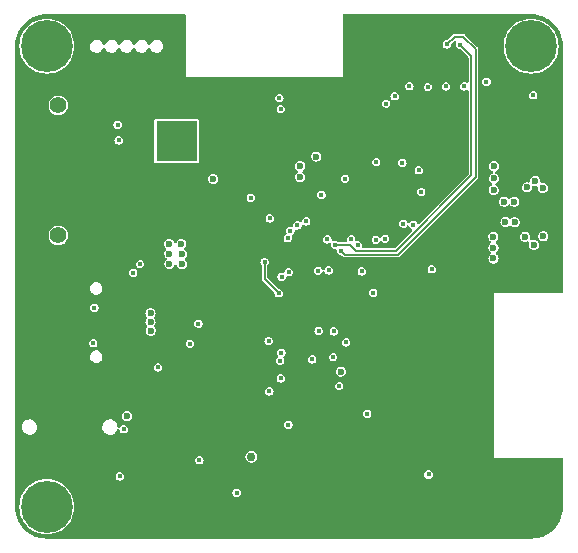
<source format=gbr>
%TF.GenerationSoftware,KiCad,Pcbnew,7.0.2*%
%TF.CreationDate,2023-10-17T14:13:15-04:00*%
%TF.ProjectId,BITSv5,42495453-7635-42e6-9b69-6361645f7063,rev?*%
%TF.SameCoordinates,Original*%
%TF.FileFunction,Copper,L2,Inr*%
%TF.FilePolarity,Positive*%
%FSLAX46Y46*%
G04 Gerber Fmt 4.6, Leading zero omitted, Abs format (unit mm)*
G04 Created by KiCad (PCBNEW 7.0.2) date 2023-10-17 14:13:15*
%MOMM*%
%LPD*%
G01*
G04 APERTURE LIST*
%TA.AperFunction,ComponentPad*%
%ADD10C,0.600000*%
%TD*%
%TA.AperFunction,ComponentPad*%
%ADD11C,4.400000*%
%TD*%
%TA.AperFunction,ComponentPad*%
%ADD12O,2.100000X1.000000*%
%TD*%
%TA.AperFunction,ComponentPad*%
%ADD13O,1.800000X1.000000*%
%TD*%
%TA.AperFunction,ComponentPad*%
%ADD14C,1.400000*%
%TD*%
%TA.AperFunction,ComponentPad*%
%ADD15R,3.500000X3.500000*%
%TD*%
%TA.AperFunction,ComponentPad*%
%ADD16C,3.500000*%
%TD*%
%TA.AperFunction,ViaPad*%
%ADD17C,0.450000*%
%TD*%
%TA.AperFunction,ViaPad*%
%ADD18C,0.750000*%
%TD*%
%TA.AperFunction,ViaPad*%
%ADD19C,0.600000*%
%TD*%
%TA.AperFunction,ViaPad*%
%ADD20C,1.000000*%
%TD*%
%TA.AperFunction,Conductor*%
%ADD21C,0.200000*%
%TD*%
G04 APERTURE END LIST*
D10*
%TO.N,GND*%
%TO.C,U1*%
X129105000Y-68123100D03*
X130380000Y-68123100D03*
X131655000Y-68123100D03*
X129105000Y-66848100D03*
X130380000Y-66848100D03*
X131655000Y-66848100D03*
X129105000Y-65573100D03*
X130380000Y-65573100D03*
X131655000Y-65573100D03*
%TD*%
D11*
%TO.N,N/C*%
%TO.C,H2*%
X108225000Y-84200000D03*
%TD*%
D12*
%TO.N,GND*%
%TO.C,J2*%
X112900100Y-64278102D03*
D13*
X108720100Y-64278102D03*
D12*
X112900100Y-72918102D03*
D13*
X108720100Y-72918102D03*
%TD*%
D14*
%TO.N,*%
%TO.C,BT1*%
X109205100Y-61223102D03*
X109205100Y-50223102D03*
D15*
%TO.N,+BATT*%
X119205100Y-53223102D03*
D16*
%TO.N,GND*%
X119205100Y-58223102D03*
%TD*%
D11*
%TO.N,GND*%
%TO.C,H3*%
X149225000Y-84200000D03*
%TD*%
%TO.N,N/C*%
%TO.C,H1*%
X108225000Y-45200000D03*
%TD*%
%TO.N,N/C*%
%TO.C,H4*%
X149225000Y-45200000D03*
%TD*%
D17*
%TO.N,+3V3*%
X131980000Y-61570000D03*
X127850000Y-66120000D03*
X137670000Y-49440000D03*
X136940000Y-50060000D03*
%TO.N,GND*%
X124366402Y-75571000D03*
X145110000Y-52070000D03*
X129320000Y-51530000D03*
%TO.N,/LVC_CUTOFF*%
X114300000Y-53180000D03*
%TO.N,GND*%
X118330000Y-64650000D03*
X119030000Y-66350000D03*
X120270000Y-73110000D03*
%TO.N,Net-(SW3-C)*%
X128030000Y-50530000D03*
X114210000Y-51860000D03*
%TO.N,/LED*%
X128080000Y-71150000D03*
%TO.N,GND*%
X111250000Y-48060000D03*
%TO.N,/RP_SWD*%
X116120000Y-63650000D03*
%TO.N,/RP_SWCLK*%
X115540000Y-64380000D03*
%TO.N,/RP_SWD*%
X128700000Y-64340000D03*
%TO.N,/RP_SWCLK*%
X128110000Y-64730000D03*
%TO.N,GND*%
X129911937Y-49298063D03*
X132660000Y-49360000D03*
%TO.N,+3V3*%
X135858068Y-66081932D03*
%TO.N,/DRF_SW*%
X128040000Y-73330000D03*
%TO.N,/DRF_TXEN*%
X127010000Y-70160000D03*
%TO.N,/DRF_BUSY*%
X134570000Y-62070000D03*
%TO.N,/DRF_DIO1*%
X133990000Y-61550000D03*
D18*
%TO.N,GND*%
X133930000Y-60620000D03*
D17*
%TO.N,/DRF_TXEN*%
X131231819Y-69308181D03*
%TO.N,GND*%
X140470000Y-45050000D03*
X138910000Y-45090000D03*
X137690000Y-46840000D03*
X137310000Y-47740000D03*
X136550000Y-48360000D03*
X135590000Y-48410000D03*
X134580000Y-48420000D03*
X133530000Y-48380000D03*
X132280000Y-48330000D03*
X130760000Y-48290000D03*
X129270000Y-48320000D03*
X127930000Y-48350000D03*
X126370000Y-48360000D03*
X125060000Y-48350000D03*
X123650000Y-48360000D03*
X122350000Y-48340000D03*
X121170000Y-48340000D03*
X119800000Y-48280000D03*
X119380000Y-47400000D03*
X119330000Y-46060000D03*
X119330000Y-44990000D03*
X119370000Y-43840000D03*
X119400000Y-42890000D03*
X135740000Y-45210000D03*
X135120000Y-45800000D03*
X134460000Y-46110000D03*
X133640000Y-46150000D03*
X133580000Y-47650000D03*
X134420000Y-47650000D03*
X135480000Y-47590000D03*
X136240000Y-47090000D03*
X136780000Y-46560000D03*
X137360000Y-45850000D03*
X137350000Y-45140000D03*
%TO.N,/RESET*%
X140820000Y-64090000D03*
%TO.N,/DRF_BUSY*%
X133560000Y-70290000D03*
%TO.N,+3V3*%
X121150000Y-80250000D03*
%TO.N,/SDA*%
X132076477Y-64181879D03*
%TO.N,/SCL*%
X131190327Y-64209620D03*
%TO.N,GND*%
X137500000Y-70690000D03*
%TO.N,/RESET*%
X132970000Y-73980000D03*
%TO.N,GND*%
X143510000Y-67810000D03*
X141490000Y-70360000D03*
X143250000Y-72900000D03*
X139710000Y-71800000D03*
%TO.N,+3V3*%
X135350000Y-76330000D03*
%TO.N,VCC*%
X127920000Y-49590000D03*
X131480000Y-57790000D03*
D19*
X131040000Y-54550000D03*
%TO.N,+BATT*%
X122310000Y-56440000D03*
%TO.N,VBUS*%
X129660000Y-56280000D03*
X129680000Y-55360000D03*
D17*
%TO.N,GND*%
X119520000Y-64660000D03*
X121830000Y-69150000D03*
%TO.N,+3V3*%
X121060000Y-68690000D03*
X126660000Y-63470000D03*
%TO.N,/DRF_DIO1*%
X132515000Y-69345000D03*
%TO.N,/DRF_SW*%
X132460000Y-71530000D03*
%TO.N,GND*%
X130800000Y-73220000D03*
X133810000Y-76160000D03*
X138600000Y-78430000D03*
X133270000Y-83340000D03*
%TO.N,+3V3*%
X114730000Y-77640000D03*
%TO.N,GND*%
X117780000Y-71020000D03*
X117780000Y-69220000D03*
X117820000Y-68480000D03*
X117790000Y-67820000D03*
%TO.N,+3V3*%
X120340000Y-70390000D03*
X127980000Y-71830000D03*
X130690000Y-71720000D03*
D19*
X133120000Y-72760000D03*
%TO.N,+5V*%
X119610000Y-61960000D03*
X118590000Y-61970000D03*
X118600000Y-62790000D03*
X119660000Y-62810000D03*
X119660000Y-63640000D03*
X118610000Y-63640000D03*
%TO.N,GND*%
X148450000Y-64020000D03*
%TO.N,+5V*%
X149450000Y-62020000D03*
X150260000Y-61310000D03*
X148720000Y-61340000D03*
X147840000Y-60120000D03*
X147050000Y-60100000D03*
X146030000Y-61340000D03*
X146040000Y-62250000D03*
X146040000Y-63180000D03*
%TO.N,+3V3*%
X149570000Y-56600000D03*
X150220000Y-57200000D03*
X148880000Y-57160000D03*
X147810000Y-58370000D03*
X146950000Y-58370000D03*
X146060000Y-57380000D03*
X146090000Y-56400000D03*
X146080000Y-55370000D03*
D17*
%TO.N,GND*%
X150980000Y-52610000D03*
X151120000Y-54330000D03*
%TO.N,Net-(BT2-+)*%
X149400000Y-49360000D03*
%TO.N,GND*%
X126280000Y-60380000D03*
X127000000Y-60530000D03*
%TO.N,+BATT*%
X125490000Y-58040000D03*
%TO.N,VBUS*%
X127100000Y-59790000D03*
%TO.N,Net-(BT2-+)*%
X138920000Y-48590000D03*
X145450000Y-48200000D03*
%TO.N,+3V3*%
X140490000Y-48660000D03*
X142020000Y-48600000D03*
X143570000Y-48610000D03*
%TO.N,/SCL*%
X143200000Y-45090000D03*
%TO.N,/SDA*%
X142090000Y-45060000D03*
%TO.N,GND*%
X143480000Y-75790000D03*
X142330000Y-75850000D03*
X141310000Y-75910000D03*
X140580000Y-76520000D03*
X140100000Y-77410000D03*
X139770000Y-78650000D03*
X138930000Y-79450000D03*
X138070000Y-80230000D03*
X137130000Y-81170000D03*
X136260000Y-82120000D03*
X135460000Y-82970000D03*
X135460000Y-84170000D03*
X135450000Y-85310000D03*
X135470000Y-86420000D03*
X151350000Y-65530000D03*
X150440000Y-65540000D03*
X149380000Y-65490000D03*
X148380000Y-65500000D03*
X147450000Y-65490000D03*
X146420000Y-65510000D03*
X145460000Y-66070000D03*
X145470000Y-67080000D03*
X145480000Y-67950000D03*
X145530000Y-69060000D03*
X145560000Y-70130000D03*
X145590000Y-71360000D03*
X145620000Y-72550000D03*
X145630000Y-73640000D03*
X145640000Y-74630000D03*
X150920000Y-80650000D03*
X149760000Y-80550000D03*
X148640000Y-80560000D03*
X147500000Y-80600000D03*
X146460000Y-80630000D03*
X145690000Y-80010000D03*
X145720000Y-78930000D03*
X145690000Y-75630000D03*
X144960000Y-75950000D03*
X144440000Y-76470000D03*
X143810000Y-77060000D03*
X143140000Y-77750000D03*
X142470000Y-78370000D03*
X141800000Y-79020000D03*
X141180000Y-79650000D03*
X145820000Y-77140000D03*
X145380000Y-77700000D03*
X144870000Y-78280000D03*
X144320000Y-78860000D03*
X143760000Y-79370000D03*
X143150000Y-79930000D03*
X142640000Y-80490000D03*
X142100000Y-81110000D03*
X141540000Y-81700000D03*
X141040000Y-82210000D03*
X140660000Y-80190000D03*
X140130000Y-80680000D03*
X139630000Y-81100000D03*
X139190000Y-81630000D03*
X138770000Y-82250000D03*
X138420000Y-83010000D03*
X138310000Y-83950000D03*
X138310000Y-84860000D03*
X138330000Y-85670000D03*
X138390000Y-86580000D03*
X140730000Y-86510000D03*
X140830000Y-85770000D03*
X140830000Y-85100000D03*
X140790000Y-84260000D03*
X140760000Y-83450000D03*
X140490000Y-82660000D03*
%TO.N,Net-(AE2-A)*%
X140540000Y-81460000D03*
%TO.N,/QSPI_SS*%
X127070000Y-74430000D03*
X128670000Y-77240000D03*
D18*
%TO.N,GND*%
X128050000Y-79580000D03*
%TO.N,+5V*%
X125550000Y-79980000D03*
D17*
%TO.N,/RESET*%
X124300000Y-83000000D03*
%TO.N,GND*%
X138620000Y-65550000D03*
X138810000Y-66800000D03*
X139770000Y-66720000D03*
X138260000Y-63780000D03*
X134980000Y-68400000D03*
X132860000Y-67850000D03*
%TO.N,/RESET*%
X134890000Y-64270000D03*
%TO.N,GND*%
X131120000Y-60530000D03*
%TO.N,/SDA*%
X133160000Y-62550000D03*
%TO.N,/SCL*%
X132664458Y-62034458D03*
%TO.N,/DRF_CS*%
X128626224Y-61453776D03*
%TO.N,/DRF_MISO*%
X130180000Y-60030000D03*
%TO.N,/DRF_CLK*%
X128840000Y-60840000D03*
%TO.N,/DRF_MOSI*%
X129440000Y-60378000D03*
D19*
%TO.N,GND*%
X141073000Y-50496899D03*
D17*
X124980000Y-55960000D03*
D19*
X139703000Y-54831899D03*
D17*
X129780000Y-57160000D03*
X118075000Y-78975000D03*
D19*
X122325000Y-51355000D03*
X108120100Y-67348102D03*
D17*
X127530000Y-53660000D03*
X117450000Y-78975000D03*
X128405000Y-51535000D03*
D19*
X133195000Y-54775000D03*
D17*
X130280000Y-57860000D03*
D19*
X136085000Y-49425000D03*
D17*
X118350000Y-75050000D03*
X116825000Y-79000000D03*
D18*
X114695000Y-74425000D03*
D19*
X137958000Y-57806899D03*
D17*
X126980000Y-73215600D03*
X126230000Y-51435000D03*
D19*
X108120100Y-70348102D03*
X142043000Y-50651899D03*
D17*
X122305000Y-57860000D03*
X125005000Y-53660000D03*
D20*
X141088101Y-65151899D03*
D17*
X127705000Y-51410000D03*
X122780000Y-57185000D03*
D19*
X136533000Y-57831899D03*
D17*
X127505000Y-55960000D03*
D19*
X123175000Y-51355000D03*
D17*
%TO.N,+3V3*%
X114400000Y-81625000D03*
D19*
X115025000Y-76525000D03*
D17*
%TO.N,VCC*%
X138403000Y-60226899D03*
%TO.N,Net-(U5-FB1)*%
X136860000Y-61520000D03*
X138323000Y-55086899D03*
%TO.N,Net-(U5-BIAS)*%
X136090000Y-61600000D03*
X136113000Y-55016899D03*
X139713000Y-55706899D03*
%TO.N,Net-(U5-VCC)*%
X139923000Y-57546899D03*
X139253000Y-60326899D03*
D19*
%TO.N,VBUS*%
X117005000Y-67825000D03*
X117005000Y-68555000D03*
X117015000Y-69295000D03*
D17*
%TO.N,Net-(J2-CC1)*%
X112245100Y-67348102D03*
%TO.N,/LED*%
X117637500Y-72400000D03*
%TO.N,/LVC_CUTOFF*%
X133473000Y-56416899D03*
%TO.N,Net-(J2-CC2)*%
X112145100Y-70348102D03*
%TD*%
D21*
%TO.N,/SCL*%
X144170000Y-46060000D02*
X143200000Y-45090000D01*
X144170000Y-56150000D02*
X144170000Y-46060000D01*
X134382775Y-62522000D02*
X137798000Y-62522000D01*
X137798000Y-62522000D02*
X144170000Y-56150000D01*
X133895233Y-62034458D02*
X134382775Y-62522000D01*
X132664458Y-62034458D02*
X133895233Y-62034458D01*
%TO.N,/SDA*%
X142750000Y-44400000D02*
X142090000Y-45060000D01*
X144530000Y-45460000D02*
X143470000Y-44400000D01*
X143470000Y-44400000D02*
X142750000Y-44400000D01*
X133459000Y-62849000D02*
X137933448Y-62849000D01*
X137933448Y-62849000D02*
X144530000Y-56252448D01*
X144530000Y-56252448D02*
X144530000Y-45460000D01*
X133160000Y-62550000D02*
X133459000Y-62849000D01*
%TO.N,+3V3*%
X126660000Y-64930000D02*
X126660000Y-63470000D01*
X127850000Y-66120000D02*
X126660000Y-64930000D01*
%TD*%
%TA.AperFunction,Conductor*%
%TO.N,GND*%
G36*
X119956639Y-42520185D02*
G01*
X120002394Y-42572989D01*
X120013600Y-42624500D01*
X120013599Y-47804999D01*
X120013600Y-47805000D01*
X133263600Y-47805000D01*
X133263600Y-42624500D01*
X133283285Y-42557461D01*
X133336089Y-42511706D01*
X133387600Y-42500500D01*
X149177405Y-42500500D01*
X149221519Y-42500500D01*
X149228472Y-42500695D01*
X149520306Y-42517084D01*
X149534103Y-42518638D01*
X149818827Y-42567015D01*
X149832382Y-42570108D01*
X149971141Y-42610084D01*
X150109899Y-42650060D01*
X150123025Y-42654653D01*
X150389841Y-42765172D01*
X150402355Y-42771198D01*
X150568444Y-42862992D01*
X150655125Y-42910899D01*
X150666899Y-42918297D01*
X150902430Y-43085415D01*
X150913302Y-43094085D01*
X151011964Y-43182255D01*
X151128642Y-43286524D01*
X151138475Y-43296357D01*
X151330914Y-43511697D01*
X151339584Y-43522569D01*
X151506702Y-43758100D01*
X151514100Y-43769874D01*
X151653797Y-44022637D01*
X151659830Y-44035165D01*
X151770346Y-44301975D01*
X151774939Y-44315100D01*
X151854890Y-44592615D01*
X151857984Y-44606172D01*
X151906359Y-44890885D01*
X151907916Y-44904703D01*
X151924305Y-45196526D01*
X151924500Y-45203479D01*
X151924500Y-65956000D01*
X151904815Y-66023039D01*
X151852011Y-66068794D01*
X151800500Y-66080000D01*
X146090000Y-66080000D01*
X146090000Y-80030000D01*
X151800500Y-80030000D01*
X151867539Y-80049685D01*
X151913294Y-80102489D01*
X151924500Y-80154000D01*
X151924500Y-84196519D01*
X151924305Y-84203472D01*
X151907916Y-84495296D01*
X151906359Y-84509114D01*
X151857984Y-84793827D01*
X151854890Y-84807384D01*
X151774939Y-85084899D01*
X151770346Y-85098024D01*
X151659830Y-85364834D01*
X151653797Y-85377362D01*
X151514100Y-85630125D01*
X151506702Y-85641899D01*
X151339584Y-85877430D01*
X151330914Y-85888302D01*
X151138475Y-86103642D01*
X151128642Y-86113475D01*
X150913302Y-86305914D01*
X150902430Y-86314584D01*
X150666899Y-86481702D01*
X150655125Y-86489100D01*
X150402362Y-86628797D01*
X150389834Y-86634830D01*
X150123024Y-86745346D01*
X150109899Y-86749939D01*
X149832384Y-86829890D01*
X149818827Y-86832984D01*
X149534114Y-86881359D01*
X149520296Y-86882916D01*
X149228472Y-86899305D01*
X149221519Y-86899500D01*
X108228481Y-86899500D01*
X108221528Y-86899305D01*
X107929703Y-86882916D01*
X107915885Y-86881359D01*
X107631172Y-86832984D01*
X107617615Y-86829890D01*
X107340100Y-86749939D01*
X107326975Y-86745346D01*
X107060165Y-86634830D01*
X107047637Y-86628797D01*
X106794874Y-86489100D01*
X106783100Y-86481702D01*
X106547569Y-86314584D01*
X106536697Y-86305914D01*
X106321357Y-86113475D01*
X106311524Y-86103642D01*
X106264026Y-86050492D01*
X106119085Y-85888302D01*
X106110415Y-85877430D01*
X105943297Y-85641899D01*
X105935899Y-85630125D01*
X105796202Y-85377362D01*
X105790172Y-85364841D01*
X105679653Y-85098024D01*
X105675060Y-85084899D01*
X105595109Y-84807384D01*
X105592015Y-84793827D01*
X105578965Y-84717020D01*
X105543638Y-84509103D01*
X105542084Y-84495306D01*
X105525695Y-84203472D01*
X105525598Y-84200000D01*
X105892506Y-84200000D01*
X105912461Y-84504452D01*
X105913251Y-84508423D01*
X105913252Y-84508431D01*
X105971191Y-84799710D01*
X105971193Y-84799717D01*
X105971984Y-84803694D01*
X105973284Y-84807525D01*
X105973288Y-84807538D01*
X106057428Y-85055404D01*
X106070057Y-85092607D01*
X106071850Y-85096243D01*
X106071853Y-85096250D01*
X106203205Y-85362607D01*
X106203211Y-85362618D01*
X106205001Y-85366247D01*
X106207252Y-85369616D01*
X106207255Y-85369621D01*
X106217141Y-85384416D01*
X106374508Y-85619932D01*
X106377183Y-85622982D01*
X106377189Y-85622990D01*
X106445122Y-85700452D01*
X106575678Y-85849322D01*
X106578726Y-85851995D01*
X106802009Y-86047810D01*
X106802015Y-86047814D01*
X106805068Y-86050492D01*
X107058753Y-86219999D01*
X107062386Y-86221790D01*
X107062392Y-86221794D01*
X107250553Y-86314584D01*
X107332393Y-86354943D01*
X107540541Y-86425600D01*
X107617461Y-86451711D01*
X107617463Y-86451711D01*
X107621306Y-86453016D01*
X107920548Y-86512539D01*
X108225000Y-86532494D01*
X108529452Y-86512539D01*
X108828694Y-86453016D01*
X109117607Y-86354943D01*
X109391247Y-86219999D01*
X109644932Y-86050492D01*
X109874322Y-85849322D01*
X110075492Y-85619932D01*
X110244999Y-85366247D01*
X110379943Y-85092607D01*
X110478016Y-84803694D01*
X110537539Y-84504452D01*
X110557494Y-84200000D01*
X110537539Y-83895548D01*
X110478016Y-83596306D01*
X110379943Y-83307393D01*
X110282741Y-83110286D01*
X110246794Y-83037392D01*
X110246790Y-83037386D01*
X110244999Y-83033753D01*
X110222445Y-82999999D01*
X123943105Y-82999999D01*
X123960573Y-83110285D01*
X124011266Y-83209777D01*
X124090222Y-83288733D01*
X124189714Y-83339426D01*
X124299999Y-83356894D01*
X124299999Y-83356893D01*
X124300000Y-83356894D01*
X124410286Y-83339426D01*
X124509777Y-83288733D01*
X124588733Y-83209777D01*
X124639426Y-83110286D01*
X124656894Y-83000000D01*
X124639426Y-82889714D01*
X124639425Y-82889714D01*
X124588733Y-82790222D01*
X124509777Y-82711266D01*
X124410285Y-82660573D01*
X124299999Y-82643105D01*
X124189714Y-82660573D01*
X124090222Y-82711266D01*
X124011266Y-82790222D01*
X123960573Y-82889714D01*
X123943105Y-82999999D01*
X110222445Y-82999999D01*
X110075492Y-82780068D01*
X110072814Y-82777015D01*
X110072810Y-82777009D01*
X109876995Y-82553726D01*
X109874322Y-82550678D01*
X109871273Y-82548004D01*
X109647990Y-82352189D01*
X109647982Y-82352183D01*
X109644932Y-82349508D01*
X109641550Y-82347248D01*
X109394621Y-82182255D01*
X109394616Y-82182252D01*
X109391247Y-82180001D01*
X109387618Y-82178211D01*
X109387607Y-82178205D01*
X109121250Y-82046853D01*
X109121243Y-82046850D01*
X109117607Y-82045057D01*
X109113760Y-82043751D01*
X108832538Y-81948288D01*
X108832525Y-81948284D01*
X108828694Y-81946984D01*
X108824717Y-81946193D01*
X108824710Y-81946191D01*
X108533431Y-81888252D01*
X108533423Y-81888251D01*
X108529452Y-81887461D01*
X108225000Y-81867506D01*
X108220957Y-81867771D01*
X107924590Y-81887196D01*
X107924588Y-81887196D01*
X107920548Y-81887461D01*
X107916577Y-81888250D01*
X107916568Y-81888252D01*
X107625289Y-81946191D01*
X107625278Y-81946193D01*
X107621306Y-81946984D01*
X107617477Y-81948283D01*
X107617461Y-81948288D01*
X107336239Y-82043751D01*
X107336232Y-82043753D01*
X107332393Y-82045057D01*
X107328761Y-82046847D01*
X107328749Y-82046853D01*
X107062392Y-82178205D01*
X107062374Y-82178214D01*
X107058753Y-82180001D01*
X107055390Y-82182247D01*
X107055378Y-82182255D01*
X106808449Y-82347248D01*
X106808440Y-82347254D01*
X106805068Y-82349508D01*
X106802024Y-82352177D01*
X106802009Y-82352189D01*
X106578726Y-82548004D01*
X106578718Y-82548011D01*
X106575678Y-82550678D01*
X106573011Y-82553718D01*
X106573004Y-82553726D01*
X106377189Y-82777009D01*
X106377177Y-82777024D01*
X106374508Y-82780068D01*
X106372254Y-82783440D01*
X106372248Y-82783449D01*
X106207255Y-83030378D01*
X106207247Y-83030390D01*
X106205001Y-83033753D01*
X106203214Y-83037374D01*
X106203205Y-83037392D01*
X106071853Y-83303749D01*
X106071847Y-83303761D01*
X106070057Y-83307393D01*
X106068753Y-83311232D01*
X106068751Y-83311239D01*
X105973288Y-83592461D01*
X105973283Y-83592477D01*
X105971984Y-83596306D01*
X105971193Y-83600278D01*
X105971191Y-83600289D01*
X105913252Y-83891568D01*
X105913250Y-83891577D01*
X105912461Y-83895548D01*
X105892506Y-84200000D01*
X105525598Y-84200000D01*
X105525500Y-84196519D01*
X105525500Y-81625000D01*
X114043105Y-81625000D01*
X114060573Y-81735285D01*
X114111266Y-81834777D01*
X114190222Y-81913733D01*
X114255482Y-81946984D01*
X114289714Y-81964426D01*
X114400000Y-81981894D01*
X114510286Y-81964426D01*
X114609777Y-81913733D01*
X114688733Y-81834777D01*
X114739426Y-81735286D01*
X114756894Y-81625000D01*
X114739426Y-81514714D01*
X114711548Y-81460000D01*
X140139999Y-81460000D01*
X140159576Y-81583605D01*
X140159576Y-81583606D01*
X140159577Y-81583607D01*
X140216393Y-81695114D01*
X140304886Y-81783607D01*
X140416393Y-81840423D01*
X140478196Y-81850211D01*
X140539999Y-81860000D01*
X140539999Y-81859999D01*
X140540000Y-81860000D01*
X140663607Y-81840423D01*
X140775114Y-81783607D01*
X140863607Y-81695114D01*
X140920423Y-81583607D01*
X140940000Y-81460000D01*
X140920423Y-81336393D01*
X140863607Y-81224886D01*
X140775114Y-81136393D01*
X140663607Y-81079577D01*
X140663606Y-81079576D01*
X140663605Y-81079576D01*
X140539999Y-81059999D01*
X140416394Y-81079576D01*
X140304884Y-81136394D01*
X140216394Y-81224884D01*
X140159576Y-81336394D01*
X140139999Y-81460000D01*
X114711548Y-81460000D01*
X114688733Y-81415222D01*
X114609777Y-81336266D01*
X114510285Y-81285573D01*
X114400000Y-81268105D01*
X114289714Y-81285573D01*
X114190222Y-81336266D01*
X114111266Y-81415222D01*
X114060573Y-81514714D01*
X114043105Y-81625000D01*
X105525500Y-81625000D01*
X105525500Y-80249999D01*
X120793105Y-80249999D01*
X120810573Y-80360285D01*
X120861266Y-80459777D01*
X120940222Y-80538733D01*
X121039714Y-80589426D01*
X121149999Y-80606894D01*
X121149999Y-80606893D01*
X121150000Y-80606894D01*
X121260286Y-80589426D01*
X121359777Y-80538733D01*
X121438733Y-80459777D01*
X121489426Y-80360286D01*
X121506894Y-80250000D01*
X121489426Y-80139714D01*
X121470459Y-80102489D01*
X121438733Y-80040222D01*
X121378511Y-79980000D01*
X125042333Y-79980000D01*
X125062897Y-80123028D01*
X125122922Y-80254466D01*
X125217547Y-80363667D01*
X125217549Y-80363669D01*
X125339108Y-80441790D01*
X125477751Y-80482500D01*
X125477752Y-80482500D01*
X125622248Y-80482500D01*
X125622249Y-80482500D01*
X125760892Y-80441790D01*
X125882451Y-80363669D01*
X125977077Y-80254466D01*
X126037103Y-80123026D01*
X126057667Y-79980000D01*
X126037103Y-79836974D01*
X125977077Y-79705534D01*
X125977077Y-79705533D01*
X125882452Y-79596332D01*
X125882451Y-79596331D01*
X125760892Y-79518210D01*
X125622249Y-79477500D01*
X125477751Y-79477500D01*
X125339107Y-79518209D01*
X125339108Y-79518210D01*
X125217547Y-79596332D01*
X125122922Y-79705533D01*
X125062897Y-79836971D01*
X125042333Y-79980000D01*
X121378511Y-79980000D01*
X121359777Y-79961266D01*
X121260285Y-79910573D01*
X121150000Y-79893105D01*
X121039714Y-79910573D01*
X120940222Y-79961266D01*
X120861266Y-80040222D01*
X120810573Y-80139714D01*
X120793105Y-80249999D01*
X105525500Y-80249999D01*
X105525500Y-77414182D01*
X106111258Y-77414182D01*
X106121491Y-77576823D01*
X106171848Y-77731808D01*
X106171849Y-77731810D01*
X106171850Y-77731812D01*
X106246713Y-77849777D01*
X106259173Y-77869411D01*
X106377964Y-77980962D01*
X106377965Y-77980963D01*
X106377968Y-77980965D01*
X106520775Y-78059474D01*
X106520777Y-78059475D01*
X106678619Y-78100002D01*
X106678620Y-78100002D01*
X106796783Y-78100002D01*
X106800678Y-78100002D01*
X106921782Y-78084703D01*
X107073303Y-78024712D01*
X107205144Y-77928923D01*
X107309022Y-77803357D01*
X107378409Y-77655902D01*
X107408945Y-77495824D01*
X107405396Y-77439422D01*
X107403808Y-77414182D01*
X112911254Y-77414182D01*
X112921487Y-77576823D01*
X112971844Y-77731808D01*
X112971845Y-77731810D01*
X112971846Y-77731812D01*
X113046709Y-77849777D01*
X113059169Y-77869411D01*
X113177960Y-77980962D01*
X113177961Y-77980963D01*
X113177964Y-77980965D01*
X113320771Y-78059474D01*
X113320773Y-78059475D01*
X113478615Y-78100002D01*
X113478616Y-78100002D01*
X113596779Y-78100002D01*
X113600674Y-78100002D01*
X113721778Y-78084703D01*
X113873299Y-78024712D01*
X114005140Y-77928923D01*
X114109018Y-77803357D01*
X114154342Y-77707037D01*
X114200695Y-77654760D01*
X114267955Y-77635842D01*
X114334766Y-77656290D01*
X114379915Y-77709613D01*
X114389013Y-77740434D01*
X114390573Y-77750285D01*
X114441266Y-77849777D01*
X114520222Y-77928733D01*
X114619714Y-77979426D01*
X114729999Y-77996894D01*
X114729999Y-77996893D01*
X114730000Y-77996894D01*
X114840286Y-77979426D01*
X114939777Y-77928733D01*
X115018733Y-77849777D01*
X115069426Y-77750286D01*
X115086894Y-77640000D01*
X115069426Y-77529714D01*
X115052157Y-77495821D01*
X115018733Y-77430222D01*
X114939777Y-77351266D01*
X114840285Y-77300573D01*
X114729999Y-77283105D01*
X114619714Y-77300573D01*
X114520222Y-77351266D01*
X114441266Y-77430222D01*
X114436579Y-77439422D01*
X114388603Y-77490217D01*
X114320782Y-77507011D01*
X114254647Y-77484472D01*
X114211197Y-77429756D01*
X114202340Y-77390910D01*
X114198708Y-77333180D01*
X114168432Y-77240000D01*
X128313105Y-77240000D01*
X128330573Y-77350285D01*
X128381266Y-77449777D01*
X128460222Y-77528733D01*
X128554605Y-77576823D01*
X128559714Y-77579426D01*
X128670000Y-77596894D01*
X128780286Y-77579426D01*
X128879777Y-77528733D01*
X128958733Y-77449777D01*
X129009426Y-77350286D01*
X129026894Y-77240000D01*
X129009426Y-77129714D01*
X128997672Y-77106645D01*
X128958733Y-77030222D01*
X128879777Y-76951266D01*
X128780285Y-76900573D01*
X128670000Y-76883105D01*
X128559714Y-76900573D01*
X128460222Y-76951266D01*
X128381266Y-77030222D01*
X128330573Y-77129714D01*
X128313105Y-77240000D01*
X114168432Y-77240000D01*
X114148351Y-77178195D01*
X114148350Y-77178194D01*
X114148350Y-77178192D01*
X114061029Y-77040596D01*
X114061027Y-77040594D01*
X114061026Y-77040592D01*
X113942235Y-76929041D01*
X113942232Y-76929039D01*
X113825515Y-76864873D01*
X113799422Y-76850528D01*
X113641581Y-76810002D01*
X113641580Y-76810002D01*
X113519522Y-76810002D01*
X113515663Y-76810489D01*
X113515655Y-76810490D01*
X113398417Y-76825300D01*
X113246899Y-76885290D01*
X113115054Y-76981082D01*
X113011178Y-77106645D01*
X112941791Y-77254101D01*
X112911254Y-77414182D01*
X107403808Y-77414182D01*
X107398712Y-77333180D01*
X107348355Y-77178195D01*
X107348354Y-77178194D01*
X107348354Y-77178192D01*
X107261033Y-77040596D01*
X107261031Y-77040594D01*
X107261030Y-77040592D01*
X107142239Y-76929041D01*
X107142236Y-76929039D01*
X107025519Y-76864873D01*
X106999426Y-76850528D01*
X106841585Y-76810002D01*
X106841584Y-76810002D01*
X106719526Y-76810002D01*
X106715667Y-76810489D01*
X106715659Y-76810490D01*
X106598421Y-76825300D01*
X106446903Y-76885290D01*
X106315058Y-76981082D01*
X106211182Y-77106645D01*
X106141795Y-77254101D01*
X106111258Y-77414182D01*
X105525500Y-77414182D01*
X105525500Y-76525000D01*
X114593104Y-76525000D01*
X114611050Y-76649821D01*
X114615280Y-76658125D01*
X114615281Y-76658126D01*
X114619326Y-76666067D01*
X114619335Y-76666083D01*
X114621626Y-76670828D01*
X114628964Y-76686894D01*
X114661667Y-76758504D01*
X114663317Y-76760408D01*
X114672920Y-76774668D01*
X114690419Y-76792167D01*
X114696450Y-76798645D01*
X114741408Y-76850528D01*
X114742168Y-76851405D01*
X114751913Y-76857667D01*
X114771271Y-76873268D01*
X114771778Y-76873526D01*
X114771780Y-76873528D01*
X114789494Y-76882553D01*
X114800221Y-76888713D01*
X114845584Y-76917866D01*
X114865694Y-76923770D01*
X114887056Y-76932264D01*
X114891874Y-76934719D01*
X114908097Y-76937288D01*
X114923638Y-76940784D01*
X114963535Y-76952500D01*
X114994381Y-76952500D01*
X115013779Y-76954026D01*
X115018524Y-76954778D01*
X115024999Y-76955804D01*
X115024999Y-76955803D01*
X115025000Y-76955804D01*
X115036220Y-76954026D01*
X115055619Y-76952500D01*
X115086464Y-76952500D01*
X115086465Y-76952500D01*
X115126361Y-76940784D01*
X115141897Y-76937289D01*
X115146416Y-76936573D01*
X115158126Y-76934719D01*
X115162944Y-76932263D01*
X115184299Y-76923772D01*
X115204416Y-76917866D01*
X115249780Y-76888711D01*
X115260497Y-76882557D01*
X115278220Y-76873528D01*
X115278223Y-76873524D01*
X115278731Y-76873266D01*
X115298089Y-76857665D01*
X115307832Y-76851405D01*
X115353548Y-76798645D01*
X115359561Y-76792186D01*
X115373528Y-76778220D01*
X115373529Y-76778217D01*
X115377087Y-76774660D01*
X115386695Y-76760392D01*
X115388334Y-76758501D01*
X115428363Y-76670848D01*
X115430658Y-76666094D01*
X115434719Y-76658126D01*
X115434719Y-76658123D01*
X115438948Y-76649824D01*
X115439399Y-76646681D01*
X115439401Y-76646679D01*
X115456896Y-76525000D01*
X115439401Y-76403321D01*
X115439400Y-76403319D01*
X115438948Y-76400174D01*
X115430660Y-76383907D01*
X115428367Y-76379160D01*
X115405916Y-76329999D01*
X134993105Y-76329999D01*
X135010573Y-76440285D01*
X135061266Y-76539777D01*
X135140222Y-76618733D01*
X135233153Y-76666083D01*
X135239714Y-76669426D01*
X135350000Y-76686894D01*
X135460286Y-76669426D01*
X135559777Y-76618733D01*
X135638733Y-76539777D01*
X135689426Y-76440286D01*
X135706894Y-76330000D01*
X135698684Y-76278168D01*
X135689426Y-76219714D01*
X135638733Y-76120222D01*
X135559777Y-76041266D01*
X135460285Y-75990573D01*
X135349999Y-75973105D01*
X135239714Y-75990573D01*
X135140222Y-76041266D01*
X135061266Y-76120222D01*
X135010573Y-76219714D01*
X134993105Y-76329999D01*
X115405916Y-76329999D01*
X115388334Y-76291499D01*
X115386687Y-76289598D01*
X115377083Y-76275335D01*
X115373528Y-76271780D01*
X115359566Y-76257818D01*
X115353547Y-76251353D01*
X115307830Y-76198593D01*
X115298086Y-76192331D01*
X115278728Y-76176731D01*
X115278220Y-76176472D01*
X115260512Y-76167449D01*
X115249775Y-76161284D01*
X115204416Y-76132133D01*
X115188470Y-76127451D01*
X115184303Y-76126228D01*
X115162949Y-76117738D01*
X115158126Y-76115280D01*
X115141896Y-76112710D01*
X115126360Y-76109214D01*
X115086466Y-76097500D01*
X115086465Y-76097500D01*
X115055619Y-76097500D01*
X115036220Y-76095973D01*
X115035052Y-76095788D01*
X115025000Y-76094195D01*
X115014947Y-76095788D01*
X115013779Y-76095973D01*
X114994381Y-76097500D01*
X114963535Y-76097500D01*
X114944653Y-76103044D01*
X114923639Y-76109214D01*
X114908109Y-76112709D01*
X114891872Y-76115281D01*
X114887048Y-76117739D01*
X114865700Y-76126226D01*
X114845585Y-76132133D01*
X114821238Y-76147779D01*
X114800223Y-76161284D01*
X114789487Y-76167449D01*
X114771277Y-76176727D01*
X114751917Y-76192328D01*
X114742169Y-76198592D01*
X114696455Y-76251348D01*
X114690430Y-76257820D01*
X114672926Y-76275325D01*
X114663323Y-76289586D01*
X114661667Y-76291497D01*
X114621644Y-76379133D01*
X114619342Y-76383901D01*
X114611050Y-76400178D01*
X114593104Y-76525000D01*
X105525500Y-76525000D01*
X105525500Y-74430000D01*
X126713105Y-74430000D01*
X126730573Y-74540285D01*
X126781266Y-74639777D01*
X126860222Y-74718733D01*
X126959714Y-74769425D01*
X126959714Y-74769426D01*
X127070000Y-74786894D01*
X127180286Y-74769426D01*
X127279777Y-74718733D01*
X127358733Y-74639777D01*
X127409426Y-74540286D01*
X127426894Y-74430000D01*
X127409426Y-74319714D01*
X127383450Y-74268733D01*
X127358733Y-74220222D01*
X127279777Y-74141266D01*
X127180285Y-74090573D01*
X127069999Y-74073105D01*
X126959714Y-74090573D01*
X126860222Y-74141266D01*
X126781266Y-74220222D01*
X126730573Y-74319714D01*
X126713105Y-74430000D01*
X105525500Y-74430000D01*
X105525500Y-73980000D01*
X132613105Y-73980000D01*
X132630573Y-74090285D01*
X132681266Y-74189777D01*
X132760222Y-74268733D01*
X132859714Y-74319426D01*
X132969999Y-74336894D01*
X132969999Y-74336893D01*
X132970000Y-74336894D01*
X133080286Y-74319426D01*
X133179777Y-74268733D01*
X133258733Y-74189777D01*
X133309426Y-74090286D01*
X133326894Y-73980000D01*
X133309426Y-73869714D01*
X133258733Y-73770222D01*
X133179777Y-73691266D01*
X133080285Y-73640573D01*
X132969999Y-73623105D01*
X132859714Y-73640573D01*
X132760222Y-73691266D01*
X132681266Y-73770222D01*
X132630573Y-73869714D01*
X132613105Y-73980000D01*
X105525500Y-73980000D01*
X105525500Y-73330000D01*
X127683105Y-73330000D01*
X127700573Y-73440285D01*
X127751266Y-73539777D01*
X127830222Y-73618733D01*
X127929714Y-73669425D01*
X127929714Y-73669426D01*
X128040000Y-73686894D01*
X128150286Y-73669426D01*
X128249777Y-73618733D01*
X128328733Y-73539777D01*
X128379426Y-73440286D01*
X128396894Y-73330000D01*
X128379426Y-73219714D01*
X128355262Y-73172289D01*
X128328733Y-73120222D01*
X128249777Y-73041266D01*
X128150285Y-72990573D01*
X128040000Y-72973105D01*
X127929714Y-72990573D01*
X127830222Y-73041266D01*
X127751266Y-73120222D01*
X127700573Y-73219714D01*
X127683105Y-73330000D01*
X105525500Y-73330000D01*
X105525500Y-72760000D01*
X132688104Y-72760000D01*
X132706050Y-72884821D01*
X132710280Y-72893125D01*
X132710281Y-72893126D01*
X132714326Y-72901067D01*
X132714335Y-72901083D01*
X132716626Y-72905828D01*
X132744345Y-72966522D01*
X132756667Y-72993504D01*
X132758317Y-72995408D01*
X132767920Y-73009668D01*
X132785419Y-73027167D01*
X132791450Y-73033645D01*
X132837165Y-73086402D01*
X132837168Y-73086405D01*
X132846913Y-73092667D01*
X132866271Y-73108268D01*
X132866778Y-73108526D01*
X132866780Y-73108528D01*
X132884494Y-73117553D01*
X132895221Y-73123713D01*
X132940584Y-73152866D01*
X132960694Y-73158770D01*
X132982056Y-73167264D01*
X132986874Y-73169719D01*
X133003097Y-73172288D01*
X133018638Y-73175784D01*
X133058535Y-73187500D01*
X133089381Y-73187500D01*
X133108779Y-73189026D01*
X133120000Y-73190804D01*
X133131220Y-73189026D01*
X133150619Y-73187500D01*
X133181464Y-73187500D01*
X133181465Y-73187500D01*
X133221361Y-73175784D01*
X133236897Y-73172289D01*
X133241416Y-73171573D01*
X133253126Y-73169719D01*
X133257944Y-73167263D01*
X133279299Y-73158772D01*
X133299416Y-73152866D01*
X133344780Y-73123711D01*
X133355497Y-73117557D01*
X133373220Y-73108528D01*
X133373223Y-73108524D01*
X133373731Y-73108266D01*
X133393089Y-73092665D01*
X133402832Y-73086405D01*
X133448548Y-73033645D01*
X133454561Y-73027186D01*
X133468528Y-73013220D01*
X133468529Y-73013217D01*
X133472087Y-73009660D01*
X133481695Y-72995392D01*
X133483334Y-72993501D01*
X133523363Y-72905848D01*
X133525658Y-72901094D01*
X133529719Y-72893126D01*
X133529719Y-72893123D01*
X133533948Y-72884824D01*
X133534399Y-72881681D01*
X133534401Y-72881679D01*
X133551896Y-72760000D01*
X133534401Y-72638321D01*
X133534400Y-72638319D01*
X133533948Y-72635174D01*
X133525660Y-72618907D01*
X133523367Y-72614160D01*
X133483334Y-72526499D01*
X133481687Y-72524598D01*
X133472083Y-72510335D01*
X133468528Y-72506780D01*
X133454566Y-72492818D01*
X133448547Y-72486353D01*
X133402830Y-72433593D01*
X133393086Y-72427331D01*
X133373728Y-72411731D01*
X133373220Y-72411472D01*
X133355512Y-72402449D01*
X133344775Y-72396284D01*
X133299416Y-72367133D01*
X133283470Y-72362451D01*
X133279303Y-72361228D01*
X133257949Y-72352738D01*
X133253126Y-72350280D01*
X133236896Y-72347710D01*
X133221360Y-72344214D01*
X133181466Y-72332500D01*
X133181465Y-72332500D01*
X133150619Y-72332500D01*
X133131220Y-72330973D01*
X133130052Y-72330788D01*
X133120000Y-72329195D01*
X133109947Y-72330788D01*
X133108779Y-72330973D01*
X133089381Y-72332500D01*
X133058535Y-72332500D01*
X133039653Y-72338044D01*
X133018639Y-72344214D01*
X133003109Y-72347709D01*
X132986872Y-72350281D01*
X132982048Y-72352739D01*
X132960700Y-72361226D01*
X132940585Y-72367133D01*
X132916238Y-72382779D01*
X132895223Y-72396284D01*
X132884487Y-72402449D01*
X132866277Y-72411727D01*
X132846917Y-72427328D01*
X132837169Y-72433592D01*
X132791455Y-72486348D01*
X132785430Y-72492820D01*
X132767926Y-72510325D01*
X132758323Y-72524586D01*
X132756667Y-72526497D01*
X132716644Y-72614133D01*
X132714342Y-72618901D01*
X132706050Y-72635178D01*
X132688104Y-72760000D01*
X105525500Y-72760000D01*
X105525500Y-72400000D01*
X117280605Y-72400000D01*
X117298073Y-72510285D01*
X117348766Y-72609777D01*
X117427722Y-72688733D01*
X117527213Y-72739425D01*
X117527214Y-72739426D01*
X117637500Y-72756894D01*
X117747786Y-72739426D01*
X117847277Y-72688733D01*
X117926233Y-72609777D01*
X117976926Y-72510286D01*
X117994394Y-72400000D01*
X117976926Y-72289714D01*
X117976925Y-72289714D01*
X117926233Y-72190222D01*
X117847277Y-72111266D01*
X117747785Y-72060573D01*
X117637500Y-72043105D01*
X117527214Y-72060573D01*
X117427722Y-72111266D01*
X117348766Y-72190222D01*
X117298073Y-72289714D01*
X117280605Y-72400000D01*
X105525500Y-72400000D01*
X105525500Y-71524301D01*
X111870896Y-71524301D01*
X111894997Y-71640285D01*
X111900286Y-71665736D01*
X111966746Y-71793998D01*
X112065344Y-71899571D01*
X112188770Y-71974628D01*
X112327872Y-72013602D01*
X112431812Y-72013602D01*
X112436049Y-72013602D01*
X112543211Y-71998873D01*
X112675709Y-71941321D01*
X112787765Y-71850156D01*
X112801993Y-71830000D01*
X127623105Y-71830000D01*
X127640573Y-71940285D01*
X127691266Y-72039777D01*
X127770222Y-72118733D01*
X127869714Y-72169426D01*
X127979999Y-72186894D01*
X127979999Y-72186893D01*
X127980000Y-72186894D01*
X128090286Y-72169426D01*
X128189777Y-72118733D01*
X128268733Y-72039777D01*
X128319426Y-71940286D01*
X128336894Y-71830000D01*
X128319471Y-71720000D01*
X130333105Y-71720000D01*
X130350573Y-71830285D01*
X130401266Y-71929777D01*
X130480222Y-72008733D01*
X130579714Y-72059426D01*
X130689999Y-72076894D01*
X130689999Y-72076893D01*
X130690000Y-72076894D01*
X130800286Y-72059426D01*
X130899777Y-72008733D01*
X130978733Y-71929777D01*
X131029426Y-71830286D01*
X131046894Y-71720000D01*
X131029426Y-71609714D01*
X130988810Y-71530000D01*
X130988809Y-71529999D01*
X132103105Y-71529999D01*
X132120573Y-71640285D01*
X132171266Y-71739777D01*
X132250222Y-71818733D01*
X132311892Y-71850155D01*
X132349714Y-71869426D01*
X132460000Y-71886894D01*
X132570286Y-71869426D01*
X132669777Y-71818733D01*
X132748733Y-71739777D01*
X132799426Y-71640286D01*
X132816894Y-71530000D01*
X132813761Y-71510222D01*
X132799426Y-71419714D01*
X132748733Y-71320222D01*
X132669777Y-71241266D01*
X132570285Y-71190573D01*
X132459999Y-71173105D01*
X132349714Y-71190573D01*
X132250222Y-71241266D01*
X132171266Y-71320222D01*
X132120573Y-71419714D01*
X132103105Y-71529999D01*
X130988809Y-71529999D01*
X130978733Y-71510222D01*
X130899777Y-71431266D01*
X130800285Y-71380573D01*
X130690000Y-71363105D01*
X130579714Y-71380573D01*
X130480222Y-71431266D01*
X130401266Y-71510222D01*
X130350573Y-71609714D01*
X130333105Y-71720000D01*
X128319471Y-71720000D01*
X128319426Y-71719714D01*
X128278956Y-71640286D01*
X128259817Y-71602723D01*
X128261965Y-71601628D01*
X128242707Y-71566358D01*
X128247691Y-71496666D01*
X128276192Y-71452319D01*
X128368733Y-71359777D01*
X128368732Y-71359777D01*
X128419426Y-71260286D01*
X128436894Y-71150000D01*
X128419426Y-71039714D01*
X128419425Y-71039714D01*
X128368733Y-70940222D01*
X128289777Y-70861266D01*
X128190285Y-70810573D01*
X128080000Y-70793105D01*
X127969714Y-70810573D01*
X127870222Y-70861266D01*
X127791266Y-70940222D01*
X127740573Y-71039714D01*
X127723105Y-71150000D01*
X127740573Y-71260285D01*
X127800183Y-71377277D01*
X127798034Y-71378371D01*
X127817293Y-71413642D01*
X127812309Y-71483334D01*
X127783808Y-71527681D01*
X127691266Y-71620222D01*
X127640573Y-71719714D01*
X127623105Y-71830000D01*
X112801993Y-71830000D01*
X112871071Y-71732139D01*
X112919446Y-71596023D01*
X112929304Y-71451903D01*
X112899914Y-71310468D01*
X112833454Y-71182207D01*
X112833453Y-71182205D01*
X112734855Y-71076632D01*
X112611429Y-71001575D01*
X112472328Y-70962602D01*
X112364151Y-70962602D01*
X112359967Y-70963177D01*
X112359953Y-70963178D01*
X112256989Y-70977331D01*
X112124491Y-71034883D01*
X112012433Y-71126048D01*
X111929130Y-71244062D01*
X111880753Y-71380183D01*
X111874048Y-71478218D01*
X111870896Y-71524301D01*
X105525500Y-71524301D01*
X105525500Y-70348102D01*
X111788205Y-70348102D01*
X111805673Y-70458387D01*
X111856366Y-70557879D01*
X111935322Y-70636835D01*
X112034814Y-70687528D01*
X112145099Y-70704996D01*
X112145099Y-70704995D01*
X112145100Y-70704996D01*
X112255386Y-70687528D01*
X112354877Y-70636835D01*
X112433833Y-70557879D01*
X112484526Y-70458388D01*
X112495358Y-70390000D01*
X119983105Y-70390000D01*
X120000573Y-70500285D01*
X120051266Y-70599777D01*
X120130222Y-70678733D01*
X120181767Y-70704996D01*
X120229714Y-70729426D01*
X120340000Y-70746894D01*
X120450286Y-70729426D01*
X120549777Y-70678733D01*
X120628733Y-70599777D01*
X120679426Y-70500286D01*
X120696894Y-70390000D01*
X120679426Y-70279714D01*
X120658078Y-70237816D01*
X120628733Y-70180222D01*
X120608511Y-70160000D01*
X126653105Y-70160000D01*
X126670573Y-70270285D01*
X126721266Y-70369777D01*
X126800222Y-70448733D01*
X126899714Y-70499426D01*
X127009999Y-70516894D01*
X127009999Y-70516893D01*
X127010000Y-70516894D01*
X127120286Y-70499426D01*
X127219777Y-70448733D01*
X127298733Y-70369777D01*
X127339381Y-70290000D01*
X133203105Y-70290000D01*
X133220573Y-70400285D01*
X133271266Y-70499777D01*
X133350222Y-70578733D01*
X133449714Y-70629426D01*
X133559999Y-70646894D01*
X133559999Y-70646893D01*
X133560000Y-70646894D01*
X133670286Y-70629426D01*
X133769777Y-70578733D01*
X133848733Y-70499777D01*
X133899426Y-70400286D01*
X133916894Y-70290000D01*
X133899426Y-70179714D01*
X133889381Y-70160000D01*
X133848733Y-70080222D01*
X133769777Y-70001266D01*
X133670285Y-69950573D01*
X133560000Y-69933105D01*
X133449714Y-69950573D01*
X133350222Y-70001266D01*
X133271266Y-70080222D01*
X133220573Y-70179714D01*
X133203105Y-70290000D01*
X127339381Y-70290000D01*
X127349426Y-70270286D01*
X127366894Y-70160000D01*
X127349426Y-70049714D01*
X127319616Y-69991208D01*
X127298733Y-69950222D01*
X127219777Y-69871266D01*
X127120285Y-69820573D01*
X127010000Y-69803105D01*
X126899714Y-69820573D01*
X126800222Y-69871266D01*
X126721266Y-69950222D01*
X126670573Y-70049714D01*
X126653105Y-70160000D01*
X120608511Y-70160000D01*
X120549777Y-70101266D01*
X120450285Y-70050573D01*
X120339999Y-70033105D01*
X120229714Y-70050573D01*
X120130222Y-70101266D01*
X120051266Y-70180222D01*
X120000573Y-70279714D01*
X119983105Y-70390000D01*
X112495358Y-70390000D01*
X112501994Y-70348102D01*
X112484526Y-70237816D01*
X112444877Y-70160000D01*
X112433833Y-70138324D01*
X112354877Y-70059368D01*
X112255385Y-70008675D01*
X112145100Y-69991207D01*
X112034814Y-70008675D01*
X111935322Y-70059368D01*
X111856366Y-70138324D01*
X111805673Y-70237816D01*
X111788205Y-70348102D01*
X105525500Y-70348102D01*
X105525500Y-68555000D01*
X116573104Y-68555000D01*
X116591050Y-68679821D01*
X116595280Y-68688125D01*
X116595281Y-68688126D01*
X116599326Y-68696067D01*
X116599335Y-68696083D01*
X116601626Y-68700828D01*
X116629345Y-68761522D01*
X116641667Y-68788504D01*
X116643317Y-68790408D01*
X116652920Y-68804668D01*
X116670419Y-68822167D01*
X116676449Y-68828643D01*
X116682833Y-68836010D01*
X116694578Y-68849565D01*
X116723604Y-68913119D01*
X116713663Y-68982278D01*
X116694578Y-69011974D01*
X116686455Y-69021348D01*
X116680430Y-69027820D01*
X116662926Y-69045325D01*
X116653323Y-69059586D01*
X116651667Y-69061497D01*
X116611644Y-69149133D01*
X116609342Y-69153901D01*
X116601050Y-69170178D01*
X116583104Y-69295000D01*
X116601050Y-69419821D01*
X116605280Y-69428125D01*
X116605281Y-69428126D01*
X116609326Y-69436067D01*
X116609335Y-69436083D01*
X116611626Y-69440828D01*
X116639345Y-69501522D01*
X116651667Y-69528504D01*
X116653317Y-69530408D01*
X116662920Y-69544668D01*
X116680419Y-69562167D01*
X116686450Y-69568645D01*
X116710946Y-69596914D01*
X116732168Y-69621405D01*
X116741913Y-69627667D01*
X116761271Y-69643268D01*
X116761778Y-69643526D01*
X116761780Y-69643528D01*
X116779494Y-69652553D01*
X116790221Y-69658713D01*
X116835584Y-69687866D01*
X116855694Y-69693770D01*
X116877056Y-69702264D01*
X116881874Y-69704719D01*
X116898097Y-69707288D01*
X116913638Y-69710784D01*
X116953535Y-69722500D01*
X116984381Y-69722500D01*
X117003779Y-69724026D01*
X117008524Y-69724778D01*
X117014999Y-69725804D01*
X117014999Y-69725803D01*
X117015000Y-69725804D01*
X117026220Y-69724026D01*
X117045619Y-69722500D01*
X117076464Y-69722500D01*
X117076465Y-69722500D01*
X117116361Y-69710784D01*
X117131897Y-69707289D01*
X117136416Y-69706573D01*
X117148126Y-69704719D01*
X117152944Y-69702263D01*
X117174299Y-69693772D01*
X117194416Y-69687866D01*
X117239780Y-69658711D01*
X117250497Y-69652557D01*
X117268220Y-69643528D01*
X117268223Y-69643524D01*
X117268731Y-69643266D01*
X117288089Y-69627665D01*
X117297832Y-69621405D01*
X117343548Y-69568645D01*
X117349561Y-69562186D01*
X117363528Y-69548220D01*
X117363529Y-69548217D01*
X117367087Y-69544660D01*
X117376695Y-69530392D01*
X117378334Y-69528501D01*
X117418363Y-69440848D01*
X117420658Y-69436094D01*
X117424719Y-69428126D01*
X117424719Y-69428123D01*
X117428948Y-69419824D01*
X117429399Y-69416681D01*
X117429401Y-69416679D01*
X117445001Y-69308180D01*
X130874924Y-69308180D01*
X130892392Y-69418466D01*
X130943085Y-69517958D01*
X131022041Y-69596914D01*
X131096541Y-69634873D01*
X131121533Y-69647607D01*
X131231819Y-69665075D01*
X131342105Y-69647607D01*
X131441596Y-69596914D01*
X131520552Y-69517958D01*
X131571245Y-69418467D01*
X131582881Y-69344999D01*
X132158105Y-69344999D01*
X132175573Y-69455285D01*
X132226266Y-69554777D01*
X132305222Y-69633733D01*
X132404714Y-69684426D01*
X132514999Y-69701894D01*
X132514999Y-69701893D01*
X132515000Y-69701894D01*
X132625286Y-69684426D01*
X132724777Y-69633733D01*
X132803733Y-69554777D01*
X132854426Y-69455286D01*
X132871894Y-69345000D01*
X132854426Y-69234714D01*
X132823145Y-69173321D01*
X132803733Y-69135222D01*
X132724777Y-69056266D01*
X132625285Y-69005573D01*
X132515000Y-68988105D01*
X132404714Y-69005573D01*
X132305222Y-69056266D01*
X132226266Y-69135222D01*
X132175573Y-69234714D01*
X132158105Y-69344999D01*
X131582881Y-69344999D01*
X131588713Y-69308181D01*
X131571245Y-69197895D01*
X131557123Y-69170178D01*
X131520552Y-69098403D01*
X131441596Y-69019447D01*
X131342104Y-68968754D01*
X131231818Y-68951286D01*
X131121533Y-68968754D01*
X131022041Y-69019447D01*
X130943085Y-69098403D01*
X130892392Y-69197895D01*
X130874924Y-69308180D01*
X117445001Y-69308180D01*
X117446896Y-69295000D01*
X117429401Y-69173321D01*
X117429400Y-69173319D01*
X117428948Y-69170174D01*
X117420660Y-69153907D01*
X117418367Y-69149160D01*
X117378334Y-69061499D01*
X117376687Y-69059598D01*
X117367083Y-69045335D01*
X117363528Y-69041780D01*
X117349566Y-69027818D01*
X117343547Y-69021352D01*
X117325419Y-69000431D01*
X117296394Y-68936876D01*
X117306338Y-68867717D01*
X117325416Y-68838030D01*
X117333550Y-68828643D01*
X117339561Y-68822186D01*
X117353528Y-68808220D01*
X117353529Y-68808217D01*
X117357087Y-68804660D01*
X117366695Y-68790392D01*
X117368334Y-68788501D01*
X117408363Y-68700848D01*
X117410658Y-68696094D01*
X117413764Y-68690000D01*
X120703105Y-68690000D01*
X120720573Y-68800285D01*
X120771266Y-68899777D01*
X120850222Y-68978733D01*
X120915462Y-69011974D01*
X120949714Y-69029426D01*
X121060000Y-69046894D01*
X121170286Y-69029426D01*
X121269777Y-68978733D01*
X121348733Y-68899777D01*
X121399426Y-68800286D01*
X121416894Y-68690000D01*
X121399426Y-68579714D01*
X121386834Y-68555000D01*
X121348733Y-68480222D01*
X121269777Y-68401266D01*
X121170285Y-68350573D01*
X121060000Y-68333105D01*
X120949714Y-68350573D01*
X120850222Y-68401266D01*
X120771266Y-68480222D01*
X120720573Y-68579714D01*
X120703105Y-68690000D01*
X117413764Y-68690000D01*
X117414719Y-68688126D01*
X117414719Y-68688123D01*
X117418948Y-68679824D01*
X117419399Y-68676681D01*
X117419401Y-68676679D01*
X117436896Y-68555000D01*
X117419401Y-68433321D01*
X117419400Y-68433319D01*
X117418948Y-68430174D01*
X117410660Y-68413907D01*
X117408367Y-68409160D01*
X117368334Y-68321499D01*
X117366687Y-68319598D01*
X117357083Y-68305335D01*
X117353528Y-68301780D01*
X117339566Y-68287818D01*
X117333548Y-68281353D01*
X117324752Y-68271202D01*
X117295726Y-68207647D01*
X117305669Y-68138488D01*
X117324748Y-68108800D01*
X117333554Y-68098637D01*
X117339561Y-68092186D01*
X117353528Y-68078220D01*
X117353529Y-68078217D01*
X117357087Y-68074660D01*
X117366695Y-68060392D01*
X117368334Y-68058501D01*
X117408363Y-67970848D01*
X117410658Y-67966094D01*
X117414719Y-67958126D01*
X117414719Y-67958123D01*
X117418948Y-67949824D01*
X117419399Y-67946681D01*
X117419401Y-67946679D01*
X117436896Y-67825000D01*
X117419401Y-67703321D01*
X117419400Y-67703319D01*
X117418948Y-67700174D01*
X117410660Y-67683907D01*
X117408367Y-67679160D01*
X117368334Y-67591499D01*
X117366687Y-67589598D01*
X117357083Y-67575335D01*
X117353528Y-67571780D01*
X117339566Y-67557818D01*
X117333547Y-67551353D01*
X117287830Y-67498593D01*
X117278086Y-67492331D01*
X117258728Y-67476731D01*
X117258220Y-67476472D01*
X117240512Y-67467449D01*
X117229775Y-67461284D01*
X117184416Y-67432133D01*
X117168470Y-67427451D01*
X117164303Y-67426228D01*
X117142949Y-67417738D01*
X117138126Y-67415280D01*
X117121896Y-67412710D01*
X117106360Y-67409214D01*
X117066466Y-67397500D01*
X117066465Y-67397500D01*
X117035619Y-67397500D01*
X117016220Y-67395973D01*
X117015052Y-67395788D01*
X117005000Y-67394195D01*
X116994947Y-67395788D01*
X116993779Y-67395973D01*
X116974381Y-67397500D01*
X116943535Y-67397500D01*
X116924653Y-67403044D01*
X116903639Y-67409214D01*
X116888109Y-67412709D01*
X116871872Y-67415281D01*
X116867048Y-67417739D01*
X116845700Y-67426226D01*
X116825585Y-67432133D01*
X116801238Y-67447779D01*
X116780223Y-67461284D01*
X116769487Y-67467449D01*
X116751277Y-67476727D01*
X116731917Y-67492328D01*
X116722169Y-67498592D01*
X116676455Y-67551348D01*
X116670430Y-67557820D01*
X116652926Y-67575325D01*
X116643323Y-67589586D01*
X116641667Y-67591497D01*
X116601644Y-67679133D01*
X116599342Y-67683901D01*
X116591050Y-67700178D01*
X116573104Y-67825000D01*
X116591050Y-67949821D01*
X116595280Y-67958125D01*
X116595281Y-67958126D01*
X116599326Y-67966067D01*
X116599335Y-67966083D01*
X116601626Y-67970828D01*
X116629345Y-68031522D01*
X116641667Y-68058504D01*
X116643317Y-68060408D01*
X116652920Y-68074668D01*
X116670419Y-68092167D01*
X116676450Y-68098645D01*
X116685246Y-68108796D01*
X116714272Y-68172351D01*
X116704329Y-68241510D01*
X116685246Y-68271203D01*
X116676456Y-68281347D01*
X116670430Y-68287820D01*
X116652926Y-68305325D01*
X116643323Y-68319586D01*
X116641667Y-68321497D01*
X116601644Y-68409133D01*
X116599342Y-68413901D01*
X116591050Y-68430178D01*
X116573104Y-68555000D01*
X105525500Y-68555000D01*
X105525500Y-67348101D01*
X111888205Y-67348101D01*
X111905673Y-67458387D01*
X111956366Y-67557879D01*
X112035322Y-67636835D01*
X112127696Y-67683901D01*
X112134814Y-67687528D01*
X112245100Y-67704996D01*
X112355386Y-67687528D01*
X112454877Y-67636835D01*
X112533833Y-67557879D01*
X112584526Y-67458388D01*
X112601994Y-67348102D01*
X112584526Y-67237816D01*
X112584526Y-67237815D01*
X112533833Y-67138324D01*
X112454877Y-67059368D01*
X112355385Y-67008675D01*
X112245100Y-66991207D01*
X112134814Y-67008675D01*
X112035322Y-67059368D01*
X111956366Y-67138324D01*
X111905673Y-67237816D01*
X111888205Y-67348101D01*
X105525500Y-67348101D01*
X105525500Y-65744301D01*
X111870896Y-65744301D01*
X111897464Y-65872154D01*
X111900286Y-65885736D01*
X111966746Y-66013998D01*
X112065344Y-66119571D01*
X112188770Y-66194628D01*
X112327872Y-66233602D01*
X112431812Y-66233602D01*
X112436049Y-66233602D01*
X112543211Y-66218873D01*
X112675709Y-66161321D01*
X112787765Y-66070156D01*
X112788727Y-66068794D01*
X112827406Y-66013998D01*
X112871071Y-65952139D01*
X112919446Y-65816023D01*
X112929304Y-65671903D01*
X112899914Y-65530468D01*
X112833454Y-65402207D01*
X112833453Y-65402205D01*
X112734855Y-65296632D01*
X112611429Y-65221575D01*
X112472328Y-65182602D01*
X112364151Y-65182602D01*
X112359967Y-65183177D01*
X112359953Y-65183178D01*
X112256989Y-65197331D01*
X112124491Y-65254883D01*
X112012433Y-65346048D01*
X111929130Y-65464062D01*
X111880753Y-65600183D01*
X111871019Y-65742505D01*
X111870896Y-65744301D01*
X105525500Y-65744301D01*
X105525500Y-64379999D01*
X115183105Y-64379999D01*
X115200573Y-64490285D01*
X115251266Y-64589777D01*
X115330222Y-64668733D01*
X115429714Y-64719426D01*
X115539999Y-64736894D01*
X115539999Y-64736893D01*
X115540000Y-64736894D01*
X115650286Y-64719426D01*
X115749777Y-64668733D01*
X115828733Y-64589777D01*
X115879426Y-64490286D01*
X115896894Y-64380000D01*
X115879426Y-64269714D01*
X115844051Y-64200286D01*
X115828733Y-64170222D01*
X115825705Y-64167194D01*
X115792220Y-64105871D01*
X115795556Y-64059214D01*
X115755459Y-64074170D01*
X115690319Y-64060971D01*
X115650286Y-64040573D01*
X115540000Y-64023105D01*
X115429714Y-64040573D01*
X115330222Y-64091266D01*
X115251266Y-64170222D01*
X115200573Y-64269714D01*
X115183105Y-64379999D01*
X105525500Y-64379999D01*
X105525500Y-63649999D01*
X115763105Y-63649999D01*
X115780573Y-63760285D01*
X115831266Y-63859777D01*
X115834294Y-63862805D01*
X115867779Y-63924128D01*
X115864442Y-63970784D01*
X115904540Y-63955829D01*
X115969680Y-63969027D01*
X116009714Y-63989426D01*
X116064857Y-63998160D01*
X116119999Y-64006894D01*
X116119999Y-64006893D01*
X116120000Y-64006894D01*
X116230286Y-63989426D01*
X116329777Y-63938733D01*
X116408733Y-63859777D01*
X116459426Y-63760286D01*
X116476894Y-63650000D01*
X116459426Y-63539714D01*
X116458320Y-63537544D01*
X116408733Y-63440222D01*
X116329777Y-63361266D01*
X116230285Y-63310573D01*
X116120000Y-63293105D01*
X116009714Y-63310573D01*
X115910222Y-63361266D01*
X115831266Y-63440222D01*
X115780573Y-63539714D01*
X115763105Y-63649999D01*
X105525500Y-63649999D01*
X105525500Y-61223102D01*
X108373042Y-61223102D01*
X108391224Y-61396097D01*
X108444977Y-61561530D01*
X108460950Y-61589196D01*
X108531950Y-61712173D01*
X108648345Y-61841443D01*
X108789067Y-61943683D01*
X108789070Y-61943684D01*
X108789071Y-61943685D01*
X108947980Y-62014436D01*
X108947983Y-62014436D01*
X108947984Y-62014437D01*
X109118124Y-62050602D01*
X109118126Y-62050602D01*
X109292076Y-62050602D01*
X109452524Y-62016497D01*
X109462220Y-62014436D01*
X109562025Y-61970000D01*
X118158104Y-61970000D01*
X118176050Y-62094821D01*
X118180280Y-62103125D01*
X118180281Y-62103126D01*
X118182024Y-62106548D01*
X118184335Y-62111083D01*
X118186626Y-62115828D01*
X118207287Y-62161067D01*
X118226667Y-62203504D01*
X118228317Y-62205408D01*
X118237920Y-62219668D01*
X118255419Y-62237167D01*
X118261450Y-62243645D01*
X118314240Y-62304567D01*
X118343266Y-62368122D01*
X118333323Y-62437281D01*
X118314239Y-62466975D01*
X118271455Y-62516348D01*
X118265430Y-62522820D01*
X118247926Y-62540325D01*
X118238323Y-62554586D01*
X118236667Y-62556497D01*
X118196644Y-62644133D01*
X118194342Y-62648901D01*
X118186050Y-62665178D01*
X118168104Y-62790000D01*
X118186050Y-62914821D01*
X118190280Y-62923125D01*
X118190281Y-62923126D01*
X118193948Y-62930325D01*
X118194335Y-62931083D01*
X118196626Y-62935828D01*
X118215494Y-62977141D01*
X118236667Y-63023504D01*
X118238317Y-63025408D01*
X118247920Y-63039668D01*
X118265419Y-63057167D01*
X118271450Y-63063645D01*
X118328843Y-63129879D01*
X118327855Y-63130734D01*
X118359021Y-63166702D01*
X118368965Y-63235860D01*
X118339940Y-63299416D01*
X118337987Y-63301108D01*
X118281455Y-63366348D01*
X118275430Y-63372820D01*
X118257926Y-63390325D01*
X118248323Y-63404586D01*
X118246667Y-63406497D01*
X118246666Y-63406498D01*
X118246666Y-63406499D01*
X118225135Y-63453645D01*
X118206644Y-63494133D01*
X118204342Y-63498901D01*
X118196050Y-63515178D01*
X118178104Y-63640000D01*
X118196050Y-63764821D01*
X118200280Y-63773125D01*
X118200281Y-63773126D01*
X118204326Y-63781067D01*
X118204335Y-63781083D01*
X118206626Y-63785828D01*
X118224509Y-63824984D01*
X118246667Y-63873504D01*
X118248317Y-63875408D01*
X118257920Y-63889668D01*
X118275419Y-63907167D01*
X118281450Y-63913645D01*
X118327165Y-63966402D01*
X118327168Y-63966405D01*
X118336913Y-63972667D01*
X118356271Y-63988268D01*
X118356778Y-63988526D01*
X118356780Y-63988528D01*
X118374494Y-63997553D01*
X118385221Y-64003713D01*
X118430584Y-64032866D01*
X118450694Y-64038770D01*
X118472056Y-64047264D01*
X118476874Y-64049719D01*
X118493097Y-64052288D01*
X118508638Y-64055784D01*
X118548535Y-64067500D01*
X118579381Y-64067500D01*
X118598779Y-64069026D01*
X118610000Y-64070804D01*
X118621220Y-64069026D01*
X118640619Y-64067500D01*
X118671464Y-64067500D01*
X118671465Y-64067500D01*
X118711361Y-64055784D01*
X118726897Y-64052289D01*
X118733350Y-64051267D01*
X118743126Y-64049719D01*
X118747944Y-64047263D01*
X118769299Y-64038772D01*
X118789416Y-64032866D01*
X118834780Y-64003711D01*
X118845497Y-63997557D01*
X118863220Y-63988528D01*
X118863223Y-63988524D01*
X118863731Y-63988266D01*
X118883089Y-63972665D01*
X118892832Y-63966405D01*
X118938548Y-63913645D01*
X118944561Y-63907186D01*
X118958528Y-63893220D01*
X118958529Y-63893217D01*
X118962087Y-63889660D01*
X118971695Y-63875392D01*
X118973334Y-63873501D01*
X119013363Y-63785848D01*
X119015670Y-63781072D01*
X119024516Y-63763711D01*
X119072490Y-63712915D01*
X119140311Y-63696120D01*
X119206446Y-63718658D01*
X119245487Y-63763716D01*
X119250280Y-63773125D01*
X119250281Y-63773126D01*
X119254326Y-63781067D01*
X119254334Y-63781081D01*
X119256626Y-63785828D01*
X119274509Y-63824984D01*
X119296667Y-63873504D01*
X119298317Y-63875408D01*
X119307920Y-63889668D01*
X119325419Y-63907167D01*
X119331450Y-63913645D01*
X119377165Y-63966402D01*
X119377168Y-63966405D01*
X119386913Y-63972667D01*
X119406271Y-63988268D01*
X119406778Y-63988526D01*
X119406780Y-63988528D01*
X119424494Y-63997553D01*
X119435221Y-64003713D01*
X119480584Y-64032866D01*
X119500694Y-64038770D01*
X119522056Y-64047264D01*
X119526874Y-64049719D01*
X119543097Y-64052288D01*
X119558638Y-64055784D01*
X119598535Y-64067500D01*
X119629381Y-64067500D01*
X119648779Y-64069026D01*
X119660000Y-64070804D01*
X119671220Y-64069026D01*
X119690619Y-64067500D01*
X119721464Y-64067500D01*
X119721465Y-64067500D01*
X119761361Y-64055784D01*
X119776897Y-64052289D01*
X119783350Y-64051267D01*
X119793126Y-64049719D01*
X119797944Y-64047263D01*
X119819299Y-64038772D01*
X119839416Y-64032866D01*
X119884780Y-64003711D01*
X119895497Y-63997557D01*
X119913220Y-63988528D01*
X119913223Y-63988524D01*
X119913731Y-63988266D01*
X119933089Y-63972665D01*
X119942832Y-63966405D01*
X119988548Y-63913645D01*
X119994561Y-63907186D01*
X120008528Y-63893220D01*
X120008529Y-63893217D01*
X120012087Y-63889660D01*
X120021695Y-63875392D01*
X120023334Y-63873501D01*
X120063363Y-63785848D01*
X120065658Y-63781094D01*
X120069719Y-63773126D01*
X120069719Y-63773123D01*
X120073948Y-63764824D01*
X120074399Y-63761681D01*
X120074401Y-63761679D01*
X120091896Y-63640000D01*
X120074401Y-63518321D01*
X120074400Y-63518319D01*
X120073948Y-63515174D01*
X120065660Y-63498907D01*
X120063367Y-63494160D01*
X120052333Y-63469999D01*
X126303105Y-63469999D01*
X126320573Y-63580285D01*
X126371266Y-63679777D01*
X126396180Y-63704690D01*
X126429666Y-63766012D01*
X126432500Y-63792372D01*
X126432500Y-64920812D01*
X126432330Y-64927300D01*
X126430282Y-64966384D01*
X126437698Y-64985705D01*
X126443223Y-65004357D01*
X126447526Y-65024600D01*
X126448748Y-65026282D01*
X126464193Y-65054728D01*
X126464939Y-65056672D01*
X126479568Y-65071301D01*
X126492205Y-65086096D01*
X126504371Y-65102842D01*
X126506173Y-65103882D01*
X126531856Y-65123589D01*
X127457999Y-66049733D01*
X127491484Y-66111056D01*
X127492791Y-66118015D01*
X127510573Y-66230286D01*
X127561266Y-66329777D01*
X127640222Y-66408733D01*
X127699284Y-66438826D01*
X127739714Y-66459426D01*
X127850000Y-66476894D01*
X127960286Y-66459426D01*
X128059777Y-66408733D01*
X128138733Y-66329777D01*
X128189426Y-66230286D01*
X128206894Y-66120000D01*
X128200864Y-66081931D01*
X135501173Y-66081931D01*
X135518641Y-66192217D01*
X135569334Y-66291709D01*
X135648290Y-66370665D01*
X135723004Y-66408733D01*
X135747782Y-66421358D01*
X135858068Y-66438826D01*
X135968354Y-66421358D01*
X136067845Y-66370665D01*
X136146801Y-66291709D01*
X136197494Y-66192218D01*
X136214962Y-66081932D01*
X136197494Y-65971646D01*
X136153721Y-65885736D01*
X136146801Y-65872154D01*
X136067845Y-65793198D01*
X135968353Y-65742505D01*
X135858068Y-65725037D01*
X135747782Y-65742505D01*
X135648290Y-65793198D01*
X135569334Y-65872154D01*
X135518641Y-65971646D01*
X135501173Y-66081931D01*
X128200864Y-66081931D01*
X128189426Y-66009714D01*
X128189426Y-66009713D01*
X128138733Y-65910222D01*
X128059777Y-65831266D01*
X127960285Y-65780573D01*
X127848013Y-65762790D01*
X127784878Y-65732860D01*
X127779731Y-65727998D01*
X126923819Y-64872085D01*
X126890334Y-64810762D01*
X126887500Y-64784404D01*
X126887500Y-64729999D01*
X127753105Y-64729999D01*
X127770573Y-64840285D01*
X127821266Y-64939777D01*
X127900222Y-65018733D01*
X127999714Y-65069426D01*
X128109999Y-65086894D01*
X128109999Y-65086893D01*
X128110000Y-65086894D01*
X128220286Y-65069426D01*
X128319777Y-65018733D01*
X128398733Y-64939777D01*
X128449426Y-64840286D01*
X128458315Y-64784160D01*
X128488245Y-64721025D01*
X128547557Y-64684094D01*
X128600188Y-64681085D01*
X128700000Y-64696894D01*
X128810286Y-64679426D01*
X128909777Y-64628733D01*
X128988733Y-64549777D01*
X129039426Y-64450286D01*
X129056894Y-64340000D01*
X129053639Y-64319452D01*
X129039426Y-64229714D01*
X129029187Y-64209619D01*
X130833432Y-64209619D01*
X130850900Y-64319905D01*
X130901593Y-64419397D01*
X130980549Y-64498353D01*
X131059879Y-64538773D01*
X131080041Y-64549046D01*
X131190327Y-64566514D01*
X131300613Y-64549046D01*
X131400104Y-64498353D01*
X131479060Y-64419397D01*
X131529753Y-64319906D01*
X131529753Y-64319905D01*
X131529984Y-64319452D01*
X131577958Y-64268656D01*
X131645779Y-64251860D01*
X131711914Y-64274397D01*
X131750954Y-64319452D01*
X131787743Y-64391656D01*
X131866699Y-64470612D01*
X131966191Y-64521305D01*
X132076476Y-64538773D01*
X132076476Y-64538772D01*
X132076477Y-64538773D01*
X132186763Y-64521305D01*
X132286254Y-64470612D01*
X132365210Y-64391656D01*
X132415903Y-64292165D01*
X132419414Y-64269999D01*
X134533105Y-64269999D01*
X134550573Y-64380285D01*
X134601266Y-64479777D01*
X134680222Y-64558733D01*
X134779713Y-64609426D01*
X134779714Y-64609426D01*
X134890000Y-64626894D01*
X135000286Y-64609426D01*
X135099777Y-64558733D01*
X135178733Y-64479777D01*
X135229426Y-64380286D01*
X135246894Y-64270000D01*
X135229426Y-64159714D01*
X135214399Y-64130222D01*
X135193905Y-64089999D01*
X140463105Y-64089999D01*
X140480573Y-64200285D01*
X140531266Y-64299777D01*
X140610222Y-64378733D01*
X140690031Y-64419397D01*
X140709714Y-64429426D01*
X140820000Y-64446894D01*
X140930286Y-64429426D01*
X141029777Y-64378733D01*
X141108733Y-64299777D01*
X141159426Y-64200286D01*
X141176894Y-64090000D01*
X141174050Y-64072047D01*
X141159426Y-63979714D01*
X141108733Y-63880222D01*
X141029777Y-63801266D01*
X140930285Y-63750573D01*
X140820000Y-63733105D01*
X140709714Y-63750573D01*
X140610222Y-63801266D01*
X140531266Y-63880222D01*
X140480573Y-63979714D01*
X140463105Y-64089999D01*
X135193905Y-64089999D01*
X135178733Y-64060222D01*
X135099777Y-63981266D01*
X135000285Y-63930573D01*
X134890000Y-63913105D01*
X134779714Y-63930573D01*
X134680222Y-63981266D01*
X134601266Y-64060222D01*
X134550573Y-64159714D01*
X134533105Y-64269999D01*
X132419414Y-64269999D01*
X132433371Y-64181879D01*
X132415903Y-64071593D01*
X132409596Y-64059214D01*
X132365210Y-63972101D01*
X132286254Y-63893145D01*
X132186762Y-63842452D01*
X132076477Y-63824984D01*
X131966191Y-63842452D01*
X131866699Y-63893145D01*
X131787744Y-63972100D01*
X131736819Y-64072047D01*
X131688844Y-64122843D01*
X131621023Y-64139638D01*
X131554888Y-64117101D01*
X131515849Y-64072046D01*
X131509824Y-64060222D01*
X131479060Y-63999843D01*
X131479059Y-63999841D01*
X131400104Y-63920886D01*
X131300612Y-63870193D01*
X131190327Y-63852725D01*
X131080041Y-63870193D01*
X130980549Y-63920886D01*
X130901593Y-63999842D01*
X130850900Y-64099334D01*
X130833432Y-64209619D01*
X129029187Y-64209619D01*
X128988733Y-64130222D01*
X128909777Y-64051266D01*
X128810285Y-64000573D01*
X128700000Y-63983105D01*
X128589714Y-64000573D01*
X128490222Y-64051266D01*
X128411266Y-64130222D01*
X128360573Y-64229713D01*
X128351683Y-64285841D01*
X128321752Y-64348975D01*
X128262440Y-64385905D01*
X128209812Y-64388914D01*
X128110000Y-64373105D01*
X127999714Y-64390573D01*
X127900222Y-64441266D01*
X127821266Y-64520222D01*
X127770573Y-64619714D01*
X127753105Y-64729999D01*
X126887500Y-64729999D01*
X126887500Y-63792371D01*
X126907185Y-63725332D01*
X126923817Y-63704692D01*
X126948733Y-63679777D01*
X126999426Y-63580286D01*
X127016894Y-63470000D01*
X126999426Y-63359714D01*
X126979743Y-63321083D01*
X126948733Y-63260222D01*
X126869777Y-63181266D01*
X126770285Y-63130573D01*
X126659999Y-63113105D01*
X126549714Y-63130573D01*
X126450222Y-63181266D01*
X126371266Y-63260222D01*
X126320573Y-63359714D01*
X126303105Y-63469999D01*
X120052333Y-63469999D01*
X120023334Y-63406499D01*
X120021687Y-63404598D01*
X120012083Y-63390335D01*
X120008528Y-63386780D01*
X119994566Y-63372818D01*
X119988548Y-63366353D01*
X119936427Y-63306203D01*
X119907401Y-63242648D01*
X119917344Y-63173489D01*
X119936425Y-63143798D01*
X119942829Y-63136406D01*
X119942832Y-63136405D01*
X119988556Y-63083635D01*
X119994561Y-63077186D01*
X120008528Y-63063220D01*
X120008529Y-63063217D01*
X120012087Y-63059660D01*
X120021695Y-63045392D01*
X120022208Y-63044800D01*
X120023334Y-63043501D01*
X120063363Y-62955848D01*
X120065658Y-62951094D01*
X120069719Y-62943126D01*
X120069719Y-62943123D01*
X120073948Y-62934824D01*
X120074399Y-62931681D01*
X120074401Y-62931679D01*
X120091896Y-62810000D01*
X120074401Y-62688321D01*
X120074400Y-62688319D01*
X120073948Y-62685174D01*
X120065660Y-62668907D01*
X120063367Y-62664160D01*
X120023334Y-62576499D01*
X120021687Y-62574598D01*
X120012083Y-62560335D01*
X120006334Y-62554586D01*
X119994566Y-62542818D01*
X119988547Y-62536353D01*
X119977543Y-62523654D01*
X119942832Y-62483595D01*
X119942831Y-62483594D01*
X119942830Y-62483593D01*
X119933086Y-62477331D01*
X119912446Y-62460698D01*
X119902658Y-62450910D01*
X119869173Y-62389587D01*
X119874157Y-62319895D01*
X119896625Y-62282028D01*
X119932778Y-62240304D01*
X119938548Y-62233645D01*
X119944561Y-62227186D01*
X119958528Y-62213220D01*
X119958529Y-62213217D01*
X119962087Y-62209660D01*
X119971695Y-62195392D01*
X119973334Y-62193501D01*
X120013363Y-62105848D01*
X120015658Y-62101094D01*
X120019719Y-62093126D01*
X120019719Y-62093123D01*
X120023948Y-62084824D01*
X120024399Y-62081681D01*
X120024401Y-62081679D01*
X120041896Y-61960000D01*
X120024401Y-61838321D01*
X120024400Y-61838319D01*
X120023948Y-61835174D01*
X120015660Y-61818907D01*
X120013367Y-61814160D01*
X119973334Y-61726499D01*
X119971687Y-61724598D01*
X119962083Y-61710335D01*
X119954164Y-61702416D01*
X119944566Y-61692818D01*
X119938547Y-61686353D01*
X119930931Y-61677564D01*
X119892832Y-61633595D01*
X119892831Y-61633594D01*
X119892830Y-61633593D01*
X119883086Y-61627331D01*
X119863728Y-61611731D01*
X119863220Y-61611472D01*
X119845512Y-61602449D01*
X119834775Y-61596284D01*
X119789416Y-61567133D01*
X119770335Y-61561531D01*
X119769303Y-61561228D01*
X119747949Y-61552738D01*
X119743126Y-61550280D01*
X119726896Y-61547710D01*
X119711360Y-61544214D01*
X119671466Y-61532500D01*
X119671465Y-61532500D01*
X119640619Y-61532500D01*
X119621220Y-61530973D01*
X119620052Y-61530788D01*
X119610000Y-61529195D01*
X119599947Y-61530788D01*
X119598779Y-61530973D01*
X119579381Y-61532500D01*
X119548535Y-61532500D01*
X119529653Y-61538044D01*
X119508639Y-61544214D01*
X119493109Y-61547709D01*
X119476872Y-61550281D01*
X119472048Y-61552739D01*
X119450700Y-61561226D01*
X119430585Y-61567133D01*
X119417734Y-61575392D01*
X119385223Y-61596284D01*
X119374487Y-61602449D01*
X119356277Y-61611727D01*
X119336917Y-61627328D01*
X119327169Y-61633592D01*
X119281455Y-61686348D01*
X119275430Y-61692820D01*
X119257926Y-61710325D01*
X119248323Y-61724586D01*
X119246667Y-61726497D01*
X119246666Y-61726498D01*
X119246666Y-61726499D01*
X119225353Y-61773168D01*
X119210510Y-61805668D01*
X119164754Y-61858471D01*
X119097714Y-61878155D01*
X119030675Y-61858470D01*
X118984922Y-61805667D01*
X118953334Y-61736499D01*
X118951687Y-61734598D01*
X118942083Y-61720335D01*
X118933771Y-61712023D01*
X118924566Y-61702818D01*
X118918547Y-61696353D01*
X118917402Y-61695032D01*
X118872832Y-61643595D01*
X118872831Y-61643594D01*
X118872830Y-61643593D01*
X118863086Y-61637331D01*
X118843728Y-61621731D01*
X118840578Y-61620126D01*
X118825512Y-61612449D01*
X118814775Y-61606284D01*
X118769416Y-61577133D01*
X118753470Y-61572451D01*
X118749303Y-61571228D01*
X118727949Y-61562738D01*
X118723126Y-61560280D01*
X118706896Y-61557710D01*
X118691360Y-61554214D01*
X118651466Y-61542500D01*
X118651465Y-61542500D01*
X118620619Y-61542500D01*
X118601220Y-61540973D01*
X118600052Y-61540788D01*
X118590000Y-61539195D01*
X118579947Y-61540788D01*
X118578779Y-61540973D01*
X118559381Y-61542500D01*
X118528535Y-61542500D01*
X118510791Y-61547710D01*
X118488639Y-61554214D01*
X118473109Y-61557709D01*
X118456872Y-61560281D01*
X118452048Y-61562739D01*
X118430700Y-61571226D01*
X118410585Y-61577133D01*
X118391080Y-61589668D01*
X118365223Y-61606284D01*
X118354487Y-61612449D01*
X118336277Y-61621727D01*
X118316917Y-61637328D01*
X118307169Y-61643592D01*
X118261455Y-61696348D01*
X118255430Y-61702820D01*
X118237926Y-61720325D01*
X118228323Y-61734586D01*
X118226667Y-61736497D01*
X118226666Y-61736498D01*
X118226666Y-61736499D01*
X118208926Y-61775344D01*
X118186644Y-61824133D01*
X118184342Y-61828901D01*
X118176050Y-61845178D01*
X118158104Y-61970000D01*
X109562025Y-61970000D01*
X109621129Y-61943685D01*
X109644240Y-61926894D01*
X109761854Y-61841443D01*
X109775266Y-61826548D01*
X109878249Y-61712173D01*
X109965223Y-61561530D01*
X110000235Y-61453775D01*
X128269329Y-61453775D01*
X128286797Y-61564061D01*
X128337490Y-61663553D01*
X128416446Y-61742509D01*
X128515938Y-61793202D01*
X128626223Y-61810670D01*
X128626223Y-61810669D01*
X128626224Y-61810670D01*
X128736510Y-61793202D01*
X128836001Y-61742509D01*
X128914957Y-61663553D01*
X128962624Y-61570000D01*
X131623105Y-61570000D01*
X131640573Y-61680285D01*
X131691266Y-61779777D01*
X131770222Y-61858733D01*
X131847919Y-61898321D01*
X131869714Y-61909426D01*
X131980000Y-61926894D01*
X132090286Y-61909426D01*
X132131340Y-61888507D01*
X132200008Y-61875611D01*
X132264749Y-61901887D01*
X132305006Y-61958993D01*
X132310108Y-62018389D01*
X132307563Y-62034456D01*
X132325031Y-62144743D01*
X132375724Y-62244235D01*
X132454680Y-62323191D01*
X132530893Y-62362023D01*
X132554172Y-62373884D01*
X132664458Y-62391352D01*
X132664458Y-62391351D01*
X132670180Y-62392258D01*
X132733167Y-62400397D01*
X132786620Y-62445391D01*
X132807262Y-62512142D01*
X132805748Y-62533315D01*
X132803105Y-62549999D01*
X132820573Y-62660285D01*
X132871266Y-62759777D01*
X132950222Y-62838733D01*
X133049713Y-62889426D01*
X133094107Y-62896457D01*
X133160000Y-62906894D01*
X133160000Y-62906893D01*
X133161984Y-62907208D01*
X133225119Y-62937137D01*
X133230267Y-62942000D01*
X133291621Y-63003354D01*
X133296090Y-63008063D01*
X133322292Y-63037163D01*
X133341199Y-63045581D01*
X133358294Y-63054862D01*
X133375651Y-63066134D01*
X133377697Y-63066458D01*
X133408741Y-63075653D01*
X133410643Y-63076500D01*
X133431343Y-63076500D01*
X133450740Y-63078026D01*
X133471172Y-63081263D01*
X133473180Y-63080724D01*
X133505271Y-63076500D01*
X137924260Y-63076500D01*
X137930748Y-63076670D01*
X137933141Y-63076795D01*
X137969832Y-63078718D01*
X137989151Y-63071301D01*
X138007800Y-63065777D01*
X138028048Y-63061474D01*
X138029733Y-63060249D01*
X138058179Y-63044805D01*
X138060121Y-63044060D01*
X138074755Y-63029425D01*
X138089537Y-63016798D01*
X138106290Y-63004628D01*
X138107334Y-63002819D01*
X138127034Y-62977145D01*
X139764179Y-61340000D01*
X145598104Y-61340000D01*
X145616050Y-61464821D01*
X145620280Y-61473125D01*
X145620281Y-61473126D01*
X145624326Y-61481067D01*
X145624335Y-61481083D01*
X145626626Y-61485828D01*
X145647244Y-61530973D01*
X145666667Y-61573504D01*
X145668317Y-61575408D01*
X145677920Y-61589668D01*
X145695419Y-61607167D01*
X145701450Y-61613645D01*
X145747165Y-61666402D01*
X145747168Y-61666405D01*
X145756913Y-61672667D01*
X145777553Y-61689301D01*
X145790668Y-61702416D01*
X145790421Y-61702662D01*
X145824698Y-61735032D01*
X145841496Y-61802852D01*
X145818962Y-61868988D01*
X145799193Y-61886121D01*
X145800663Y-61887591D01*
X145787548Y-61900704D01*
X145766917Y-61917328D01*
X145757169Y-61923592D01*
X145711455Y-61976348D01*
X145705430Y-61982820D01*
X145687926Y-62000325D01*
X145678323Y-62014586D01*
X145676667Y-62016497D01*
X145676666Y-62016498D01*
X145676666Y-62016499D01*
X145651534Y-62071529D01*
X145636644Y-62104133D01*
X145634342Y-62108901D01*
X145626050Y-62125178D01*
X145608104Y-62250000D01*
X145626050Y-62374821D01*
X145630280Y-62383125D01*
X145630281Y-62383126D01*
X145634326Y-62391067D01*
X145634335Y-62391083D01*
X145636626Y-62395828D01*
X145655558Y-62437281D01*
X145676667Y-62483504D01*
X145678317Y-62485408D01*
X145687920Y-62499668D01*
X145705419Y-62517167D01*
X145711450Y-62523645D01*
X145743243Y-62560335D01*
X145757168Y-62576405D01*
X145766913Y-62582667D01*
X145786271Y-62598268D01*
X145786778Y-62598526D01*
X145786780Y-62598528D01*
X145798529Y-62604514D01*
X145849325Y-62652487D01*
X145866121Y-62720308D01*
X145843585Y-62786443D01*
X145798536Y-62825481D01*
X145786277Y-62831727D01*
X145766917Y-62847328D01*
X145757169Y-62853592D01*
X145711455Y-62906348D01*
X145705430Y-62912820D01*
X145687926Y-62930325D01*
X145678323Y-62944586D01*
X145676667Y-62946497D01*
X145676666Y-62946498D01*
X145676666Y-62946499D01*
X145641500Y-63023501D01*
X145636644Y-63034133D01*
X145634342Y-63038901D01*
X145626050Y-63055178D01*
X145608104Y-63180000D01*
X145626050Y-63304821D01*
X145630280Y-63313125D01*
X145630281Y-63313126D01*
X145634326Y-63321067D01*
X145634335Y-63321083D01*
X145636626Y-63325828D01*
X145658093Y-63372833D01*
X145676667Y-63413504D01*
X145678317Y-63415408D01*
X145687920Y-63429668D01*
X145705419Y-63447167D01*
X145711450Y-63453645D01*
X145750669Y-63498905D01*
X145757168Y-63506405D01*
X145766913Y-63512667D01*
X145786271Y-63528268D01*
X145786778Y-63528526D01*
X145786780Y-63528528D01*
X145804494Y-63537553D01*
X145815221Y-63543713D01*
X145860584Y-63572866D01*
X145880694Y-63578770D01*
X145902056Y-63587264D01*
X145906874Y-63589719D01*
X145923097Y-63592288D01*
X145938638Y-63595784D01*
X145978535Y-63607500D01*
X146009381Y-63607500D01*
X146028779Y-63609026D01*
X146040000Y-63610804D01*
X146051220Y-63609026D01*
X146070619Y-63607500D01*
X146101464Y-63607500D01*
X146101465Y-63607500D01*
X146141361Y-63595784D01*
X146156897Y-63592289D01*
X146161416Y-63591573D01*
X146173126Y-63589719D01*
X146177944Y-63587263D01*
X146199299Y-63578772D01*
X146219416Y-63572866D01*
X146264780Y-63543711D01*
X146275497Y-63537557D01*
X146293220Y-63528528D01*
X146293223Y-63528524D01*
X146293731Y-63528266D01*
X146313089Y-63512665D01*
X146322832Y-63506405D01*
X146368548Y-63453645D01*
X146374561Y-63447186D01*
X146388528Y-63433220D01*
X146388529Y-63433217D01*
X146392087Y-63429660D01*
X146401695Y-63415392D01*
X146403334Y-63413501D01*
X146443363Y-63325848D01*
X146445658Y-63321094D01*
X146449719Y-63313126D01*
X146449719Y-63313123D01*
X146453948Y-63304824D01*
X146454399Y-63301681D01*
X146454401Y-63301679D01*
X146471896Y-63180000D01*
X146454401Y-63058321D01*
X146454400Y-63058319D01*
X146453948Y-63055174D01*
X146445660Y-63038907D01*
X146443367Y-63034160D01*
X146403334Y-62946499D01*
X146401687Y-62944598D01*
X146392083Y-62930335D01*
X146384874Y-62923126D01*
X146374566Y-62912818D01*
X146368547Y-62906353D01*
X146322830Y-62853593D01*
X146313086Y-62847331D01*
X146293724Y-62831728D01*
X146281466Y-62825482D01*
X146230671Y-62777507D01*
X146213877Y-62709686D01*
X146236416Y-62643551D01*
X146281472Y-62604513D01*
X146293220Y-62598528D01*
X146293223Y-62598524D01*
X146293729Y-62598267D01*
X146313089Y-62582665D01*
X146322832Y-62576405D01*
X146368548Y-62523645D01*
X146374561Y-62517186D01*
X146388528Y-62503220D01*
X146388529Y-62503217D01*
X146392087Y-62499660D01*
X146401695Y-62485392D01*
X146403334Y-62483501D01*
X146443363Y-62395848D01*
X146445658Y-62391094D01*
X146449719Y-62383126D01*
X146449719Y-62383123D01*
X146453948Y-62374824D01*
X146454399Y-62371681D01*
X146454401Y-62371679D01*
X146471896Y-62250000D01*
X146454401Y-62128321D01*
X146454400Y-62128319D01*
X146453948Y-62125174D01*
X146445660Y-62108907D01*
X146443367Y-62104160D01*
X146403334Y-62016499D01*
X146401687Y-62014598D01*
X146392083Y-62000335D01*
X146388528Y-61996780D01*
X146374566Y-61982818D01*
X146368547Y-61976353D01*
X146354129Y-61959714D01*
X146322832Y-61923595D01*
X146322831Y-61923594D01*
X146322830Y-61923593D01*
X146313086Y-61917331D01*
X146292446Y-61900698D01*
X146279333Y-61887585D01*
X146279579Y-61887338D01*
X146245297Y-61854958D01*
X146228504Y-61787137D01*
X146251044Y-61721003D01*
X146270793Y-61703893D01*
X146269325Y-61702425D01*
X146282439Y-61689308D01*
X146303089Y-61672665D01*
X146312832Y-61666405D01*
X146358548Y-61613645D01*
X146364561Y-61607186D01*
X146378528Y-61593220D01*
X146378529Y-61593217D01*
X146382087Y-61589660D01*
X146391695Y-61575392D01*
X146393334Y-61573501D01*
X146433363Y-61485848D01*
X146435658Y-61481094D01*
X146439719Y-61473126D01*
X146439719Y-61473123D01*
X146443948Y-61464824D01*
X146444399Y-61461681D01*
X146444401Y-61461679D01*
X146461896Y-61340000D01*
X148288104Y-61340000D01*
X148306050Y-61464821D01*
X148310280Y-61473125D01*
X148310281Y-61473126D01*
X148314326Y-61481067D01*
X148314335Y-61481083D01*
X148316626Y-61485828D01*
X148337244Y-61530973D01*
X148356667Y-61573504D01*
X148358317Y-61575408D01*
X148367920Y-61589668D01*
X148385419Y-61607167D01*
X148391450Y-61613645D01*
X148437165Y-61666402D01*
X148437168Y-61666405D01*
X148446913Y-61672667D01*
X148466271Y-61688268D01*
X148466778Y-61688526D01*
X148466780Y-61688528D01*
X148484494Y-61697553D01*
X148495221Y-61703713D01*
X148540584Y-61732866D01*
X148560694Y-61738770D01*
X148582056Y-61747264D01*
X148586874Y-61749719D01*
X148603097Y-61752288D01*
X148618638Y-61755784D01*
X148658535Y-61767500D01*
X148689381Y-61767500D01*
X148708779Y-61769026D01*
X148720000Y-61770804D01*
X148731220Y-61769026D01*
X148750619Y-61767500D01*
X148781464Y-61767500D01*
X148781465Y-61767500D01*
X148821361Y-61755784D01*
X148836897Y-61752289D01*
X148841416Y-61751573D01*
X148853126Y-61749719D01*
X148857944Y-61747263D01*
X148879305Y-61738770D01*
X148883442Y-61737556D01*
X148953309Y-61737563D01*
X149012083Y-61775344D01*
X149041102Y-61838902D01*
X149035157Y-61880247D01*
X149038136Y-61880676D01*
X149018104Y-62020000D01*
X149036050Y-62144821D01*
X149040280Y-62153125D01*
X149040281Y-62153126D01*
X149044326Y-62161067D01*
X149044335Y-62161083D01*
X149046626Y-62165828D01*
X149066644Y-62209660D01*
X149086667Y-62253504D01*
X149088317Y-62255408D01*
X149097920Y-62269668D01*
X149115419Y-62287167D01*
X149121450Y-62293645D01*
X149153268Y-62330364D01*
X149167168Y-62346405D01*
X149176913Y-62352667D01*
X149196271Y-62368268D01*
X149196778Y-62368526D01*
X149196780Y-62368528D01*
X149214494Y-62377553D01*
X149225221Y-62383713D01*
X149270584Y-62412866D01*
X149290694Y-62418770D01*
X149312056Y-62427264D01*
X149316874Y-62429719D01*
X149333097Y-62432288D01*
X149348638Y-62435784D01*
X149388535Y-62447500D01*
X149419381Y-62447500D01*
X149438779Y-62449026D01*
X149450000Y-62450804D01*
X149461220Y-62449026D01*
X149480619Y-62447500D01*
X149511464Y-62447500D01*
X149511465Y-62447500D01*
X149551361Y-62435784D01*
X149566897Y-62432289D01*
X149571416Y-62431573D01*
X149583126Y-62429719D01*
X149587944Y-62427263D01*
X149609299Y-62418772D01*
X149629416Y-62412866D01*
X149674780Y-62383711D01*
X149685497Y-62377557D01*
X149703220Y-62368528D01*
X149703223Y-62368524D01*
X149703731Y-62368266D01*
X149723089Y-62352665D01*
X149732832Y-62346405D01*
X149778548Y-62293645D01*
X149784561Y-62287186D01*
X149798528Y-62273220D01*
X149798529Y-62273217D01*
X149802087Y-62269660D01*
X149811695Y-62255392D01*
X149813334Y-62253501D01*
X149853363Y-62165848D01*
X149855658Y-62161094D01*
X149859719Y-62153126D01*
X149859719Y-62153123D01*
X149863948Y-62144824D01*
X149864399Y-62141681D01*
X149864401Y-62141679D01*
X149881896Y-62020000D01*
X149864401Y-61898321D01*
X149864400Y-61898319D01*
X149863948Y-61895174D01*
X149855660Y-61878907D01*
X149853367Y-61874160D01*
X149826197Y-61814666D01*
X149816255Y-61745509D01*
X149845281Y-61681954D01*
X149904059Y-61644180D01*
X149973929Y-61644180D01*
X149995286Y-61652671D01*
X150006778Y-61658526D01*
X150006780Y-61658528D01*
X150024494Y-61667553D01*
X150035221Y-61673713D01*
X150080584Y-61702866D01*
X150100694Y-61708770D01*
X150122056Y-61717264D01*
X150126874Y-61719719D01*
X150143097Y-61722288D01*
X150158638Y-61725784D01*
X150198535Y-61737500D01*
X150229381Y-61737500D01*
X150248779Y-61739026D01*
X150260000Y-61740804D01*
X150271220Y-61739026D01*
X150290619Y-61737500D01*
X150321464Y-61737500D01*
X150321465Y-61737500D01*
X150361361Y-61725784D01*
X150376897Y-61722289D01*
X150385017Y-61721003D01*
X150393126Y-61719719D01*
X150397944Y-61717263D01*
X150419299Y-61708772D01*
X150439416Y-61702866D01*
X150484780Y-61673711D01*
X150495497Y-61667557D01*
X150513220Y-61658528D01*
X150513223Y-61658524D01*
X150513731Y-61658266D01*
X150533089Y-61642665D01*
X150542832Y-61636405D01*
X150588543Y-61583650D01*
X150594561Y-61577186D01*
X150608528Y-61563220D01*
X150608529Y-61563217D01*
X150612087Y-61559660D01*
X150621695Y-61545392D01*
X150623334Y-61543501D01*
X150663363Y-61455848D01*
X150665658Y-61451094D01*
X150669719Y-61443126D01*
X150669719Y-61443123D01*
X150673948Y-61434824D01*
X150674399Y-61431681D01*
X150674401Y-61431679D01*
X150691896Y-61310000D01*
X150674401Y-61188321D01*
X150674400Y-61188319D01*
X150673948Y-61185174D01*
X150665660Y-61168907D01*
X150663367Y-61164160D01*
X150623334Y-61076499D01*
X150621687Y-61074598D01*
X150612083Y-61060335D01*
X150608528Y-61056780D01*
X150594566Y-61042818D01*
X150588547Y-61036353D01*
X150568825Y-61013593D01*
X150542832Y-60983595D01*
X150542831Y-60983594D01*
X150542830Y-60983593D01*
X150533086Y-60977331D01*
X150513728Y-60961731D01*
X150513220Y-60961472D01*
X150495512Y-60952449D01*
X150484775Y-60946284D01*
X150439416Y-60917133D01*
X150423470Y-60912451D01*
X150419303Y-60911228D01*
X150397949Y-60902738D01*
X150393126Y-60900280D01*
X150376896Y-60897710D01*
X150361360Y-60894214D01*
X150321466Y-60882500D01*
X150321465Y-60882500D01*
X150290619Y-60882500D01*
X150271220Y-60880973D01*
X150270052Y-60880788D01*
X150260000Y-60879195D01*
X150249947Y-60880788D01*
X150248779Y-60880973D01*
X150229381Y-60882500D01*
X150198535Y-60882500D01*
X150179653Y-60888044D01*
X150158639Y-60894214D01*
X150143109Y-60897709D01*
X150126872Y-60900281D01*
X150122048Y-60902739D01*
X150100700Y-60911226D01*
X150080585Y-60917133D01*
X150064127Y-60927710D01*
X150035223Y-60946284D01*
X150024487Y-60952449D01*
X150006277Y-60961727D01*
X149986917Y-60977328D01*
X149977169Y-60983592D01*
X149931455Y-61036348D01*
X149925430Y-61042820D01*
X149907926Y-61060325D01*
X149898323Y-61074586D01*
X149896667Y-61076497D01*
X149896666Y-61076498D01*
X149896666Y-61076499D01*
X149857113Y-61163105D01*
X149856644Y-61164133D01*
X149854342Y-61168901D01*
X149846050Y-61185178D01*
X149828104Y-61310000D01*
X149846050Y-61434821D01*
X149850280Y-61443125D01*
X149850281Y-61443126D01*
X149854326Y-61451067D01*
X149854335Y-61451083D01*
X149856635Y-61455846D01*
X149859299Y-61461679D01*
X149883801Y-61515333D01*
X149893744Y-61584492D01*
X149864718Y-61648047D01*
X149805939Y-61685821D01*
X149736070Y-61685820D01*
X149714708Y-61677326D01*
X149685516Y-61662451D01*
X149674775Y-61656284D01*
X149629416Y-61627133D01*
X149611016Y-61621731D01*
X149609303Y-61621228D01*
X149587949Y-61612738D01*
X149583126Y-61610280D01*
X149566896Y-61607710D01*
X149551360Y-61604214D01*
X149511466Y-61592500D01*
X149511465Y-61592500D01*
X149480619Y-61592500D01*
X149461220Y-61590973D01*
X149460052Y-61590788D01*
X149450000Y-61589195D01*
X149439947Y-61590788D01*
X149438779Y-61590973D01*
X149419381Y-61592500D01*
X149388535Y-61592500D01*
X149375648Y-61596284D01*
X149348639Y-61604214D01*
X149333109Y-61607709D01*
X149316872Y-61610281D01*
X149312048Y-61612739D01*
X149290695Y-61621227D01*
X149286574Y-61622437D01*
X149216704Y-61622437D01*
X149157926Y-61584662D01*
X149128902Y-61521106D01*
X149134846Y-61479761D01*
X149131863Y-61479332D01*
X149134684Y-61459714D01*
X149151896Y-61340000D01*
X149134401Y-61218321D01*
X149134400Y-61218319D01*
X149133948Y-61215174D01*
X149125660Y-61198907D01*
X149123367Y-61194160D01*
X149083334Y-61106499D01*
X149081687Y-61104598D01*
X149072083Y-61090335D01*
X149068528Y-61086780D01*
X149054566Y-61072818D01*
X149048547Y-61066353D01*
X149045787Y-61063168D01*
X149002832Y-61013595D01*
X149002831Y-61013594D01*
X149002830Y-61013593D01*
X148993086Y-61007331D01*
X148973728Y-60991731D01*
X148973220Y-60991472D01*
X148955512Y-60982449D01*
X148944775Y-60976284D01*
X148899416Y-60947133D01*
X148883470Y-60942451D01*
X148879303Y-60941228D01*
X148857949Y-60932738D01*
X148853126Y-60930280D01*
X148836896Y-60927710D01*
X148821360Y-60924214D01*
X148781466Y-60912500D01*
X148781465Y-60912500D01*
X148750619Y-60912500D01*
X148731220Y-60910973D01*
X148730052Y-60910788D01*
X148720000Y-60909195D01*
X148709947Y-60910788D01*
X148708779Y-60910973D01*
X148689381Y-60912500D01*
X148658535Y-60912500D01*
X148642756Y-60917133D01*
X148618639Y-60924214D01*
X148603109Y-60927709D01*
X148586872Y-60930281D01*
X148582048Y-60932739D01*
X148560700Y-60941226D01*
X148540585Y-60947133D01*
X148518273Y-60961472D01*
X148495223Y-60976284D01*
X148484487Y-60982449D01*
X148466277Y-60991727D01*
X148446917Y-61007328D01*
X148437169Y-61013592D01*
X148391455Y-61066348D01*
X148385430Y-61072820D01*
X148367926Y-61090325D01*
X148358323Y-61104586D01*
X148356667Y-61106497D01*
X148356666Y-61106498D01*
X148356666Y-61106499D01*
X148320734Y-61185178D01*
X148316644Y-61194133D01*
X148314342Y-61198901D01*
X148306050Y-61215178D01*
X148288104Y-61340000D01*
X146461896Y-61340000D01*
X146444401Y-61218321D01*
X146444400Y-61218319D01*
X146443948Y-61215174D01*
X146435660Y-61198907D01*
X146433367Y-61194160D01*
X146393334Y-61106499D01*
X146391687Y-61104598D01*
X146382083Y-61090335D01*
X146378528Y-61086780D01*
X146364566Y-61072818D01*
X146358547Y-61066353D01*
X146355787Y-61063168D01*
X146312832Y-61013595D01*
X146312831Y-61013594D01*
X146312830Y-61013593D01*
X146303086Y-61007331D01*
X146283728Y-60991731D01*
X146283220Y-60991472D01*
X146265512Y-60982449D01*
X146254775Y-60976284D01*
X146209416Y-60947133D01*
X146193470Y-60942451D01*
X146189303Y-60941228D01*
X146167949Y-60932738D01*
X146163126Y-60930280D01*
X146146896Y-60927710D01*
X146131360Y-60924214D01*
X146091466Y-60912500D01*
X146091465Y-60912500D01*
X146060619Y-60912500D01*
X146041220Y-60910973D01*
X146040052Y-60910788D01*
X146030000Y-60909195D01*
X146019947Y-60910788D01*
X146018779Y-60910973D01*
X145999381Y-60912500D01*
X145968535Y-60912500D01*
X145952756Y-60917133D01*
X145928639Y-60924214D01*
X145913109Y-60927709D01*
X145896872Y-60930281D01*
X145892048Y-60932739D01*
X145870700Y-60941226D01*
X145850585Y-60947133D01*
X145828273Y-60961472D01*
X145805223Y-60976284D01*
X145794487Y-60982449D01*
X145776277Y-60991727D01*
X145756917Y-61007328D01*
X145747169Y-61013592D01*
X145701455Y-61066348D01*
X145695430Y-61072820D01*
X145677926Y-61090325D01*
X145668323Y-61104586D01*
X145666667Y-61106497D01*
X145666666Y-61106498D01*
X145666666Y-61106499D01*
X145630734Y-61185178D01*
X145626644Y-61194133D01*
X145624342Y-61198901D01*
X145616050Y-61215178D01*
X145598104Y-61340000D01*
X139764179Y-61340000D01*
X141004179Y-60100000D01*
X146618104Y-60100000D01*
X146636050Y-60224821D01*
X146640280Y-60233125D01*
X146640281Y-60233126D01*
X146643669Y-60239777D01*
X146644335Y-60241083D01*
X146646626Y-60245828D01*
X146656622Y-60267714D01*
X146686667Y-60333504D01*
X146688317Y-60335408D01*
X146697920Y-60349668D01*
X146715419Y-60367167D01*
X146721450Y-60373645D01*
X146767166Y-60426403D01*
X146767168Y-60426405D01*
X146776913Y-60432667D01*
X146796271Y-60448268D01*
X146796778Y-60448526D01*
X146796780Y-60448528D01*
X146814494Y-60457553D01*
X146825221Y-60463713D01*
X146870584Y-60492866D01*
X146890694Y-60498770D01*
X146912056Y-60507264D01*
X146916874Y-60509719D01*
X146933097Y-60512288D01*
X146948638Y-60515784D01*
X146988535Y-60527500D01*
X147019381Y-60527500D01*
X147038779Y-60529026D01*
X147050000Y-60530804D01*
X147061220Y-60529026D01*
X147080619Y-60527500D01*
X147111464Y-60527500D01*
X147111465Y-60527500D01*
X147151361Y-60515784D01*
X147166897Y-60512289D01*
X147171416Y-60511573D01*
X147183126Y-60509719D01*
X147187944Y-60507263D01*
X147209299Y-60498772D01*
X147229416Y-60492866D01*
X147274780Y-60463711D01*
X147285497Y-60457557D01*
X147303220Y-60448528D01*
X147303223Y-60448524D01*
X147303731Y-60448266D01*
X147323089Y-60432665D01*
X147332832Y-60426405D01*
X147342620Y-60415108D01*
X147401394Y-60377333D01*
X147471264Y-60377330D01*
X147530044Y-60415102D01*
X147530046Y-60415105D01*
X147539836Y-60426403D01*
X147557168Y-60446405D01*
X147566913Y-60452667D01*
X147586271Y-60468268D01*
X147586778Y-60468526D01*
X147586780Y-60468528D01*
X147604494Y-60477553D01*
X147615221Y-60483713D01*
X147660584Y-60512866D01*
X147680694Y-60518770D01*
X147702056Y-60527264D01*
X147706874Y-60529719D01*
X147723097Y-60532288D01*
X147738638Y-60535784D01*
X147778535Y-60547500D01*
X147809381Y-60547500D01*
X147828779Y-60549026D01*
X147840000Y-60550804D01*
X147851220Y-60549026D01*
X147870619Y-60547500D01*
X147901464Y-60547500D01*
X147901465Y-60547500D01*
X147941361Y-60535784D01*
X147956897Y-60532289D01*
X147961416Y-60531573D01*
X147973126Y-60529719D01*
X147977944Y-60527263D01*
X147999299Y-60518772D01*
X148019416Y-60512866D01*
X148064780Y-60483711D01*
X148075497Y-60477557D01*
X148093220Y-60468528D01*
X148093223Y-60468524D01*
X148093731Y-60468266D01*
X148113089Y-60452665D01*
X148122832Y-60446405D01*
X148168543Y-60393650D01*
X148174561Y-60387186D01*
X148188528Y-60373220D01*
X148188529Y-60373217D01*
X148192087Y-60369660D01*
X148201695Y-60355392D01*
X148203334Y-60353501D01*
X148243363Y-60265848D01*
X148245658Y-60261094D01*
X148249719Y-60253126D01*
X148249719Y-60253123D01*
X148253948Y-60244824D01*
X148254399Y-60241681D01*
X148254401Y-60241679D01*
X148271896Y-60120000D01*
X148254401Y-59998321D01*
X148254400Y-59998319D01*
X148253948Y-59995174D01*
X148245660Y-59978907D01*
X148243367Y-59974160D01*
X148203334Y-59886499D01*
X148201687Y-59884598D01*
X148192083Y-59870335D01*
X148186334Y-59864586D01*
X148174566Y-59852818D01*
X148168547Y-59846353D01*
X148154113Y-59829695D01*
X148122832Y-59793595D01*
X148122831Y-59793594D01*
X148122830Y-59793593D01*
X148113086Y-59787331D01*
X148093728Y-59771731D01*
X148085087Y-59767328D01*
X148075512Y-59762449D01*
X148064775Y-59756284D01*
X148019416Y-59727133D01*
X148003470Y-59722451D01*
X147999303Y-59721228D01*
X147977949Y-59712738D01*
X147973126Y-59710280D01*
X147956896Y-59707710D01*
X147941360Y-59704214D01*
X147901466Y-59692500D01*
X147901465Y-59692500D01*
X147870619Y-59692500D01*
X147851220Y-59690973D01*
X147848701Y-59690574D01*
X147840000Y-59689195D01*
X147831299Y-59690574D01*
X147828779Y-59690973D01*
X147809381Y-59692500D01*
X147778535Y-59692500D01*
X147759885Y-59697976D01*
X147738639Y-59704214D01*
X147723109Y-59707709D01*
X147706872Y-59710281D01*
X147702048Y-59712739D01*
X147680700Y-59721226D01*
X147660585Y-59727133D01*
X147638592Y-59741267D01*
X147615223Y-59756284D01*
X147604487Y-59762449D01*
X147586277Y-59771727D01*
X147566917Y-59787328D01*
X147557170Y-59793592D01*
X147547374Y-59804897D01*
X147488594Y-59842669D01*
X147418724Y-59842666D01*
X147359951Y-59804892D01*
X147350160Y-59793593D01*
X147332832Y-59773595D01*
X147332831Y-59773594D01*
X147323086Y-59767331D01*
X147303728Y-59751731D01*
X147303220Y-59751472D01*
X147285512Y-59742449D01*
X147274775Y-59736284D01*
X147229416Y-59707133D01*
X147213470Y-59702451D01*
X147209303Y-59701228D01*
X147187949Y-59692738D01*
X147183126Y-59690280D01*
X147166896Y-59687710D01*
X147151360Y-59684214D01*
X147111466Y-59672500D01*
X147111465Y-59672500D01*
X147080619Y-59672500D01*
X147061220Y-59670973D01*
X147060052Y-59670788D01*
X147050000Y-59669195D01*
X147039947Y-59670788D01*
X147038779Y-59670973D01*
X147019381Y-59672500D01*
X146988535Y-59672500D01*
X146969653Y-59678044D01*
X146948639Y-59684214D01*
X146933109Y-59687709D01*
X146916872Y-59690281D01*
X146912048Y-59692739D01*
X146890700Y-59701226D01*
X146870585Y-59707133D01*
X146861862Y-59712739D01*
X146825223Y-59736284D01*
X146814487Y-59742449D01*
X146796277Y-59751727D01*
X146776917Y-59767328D01*
X146767169Y-59773592D01*
X146721455Y-59826348D01*
X146715430Y-59832820D01*
X146697926Y-59850325D01*
X146688323Y-59864586D01*
X146686667Y-59866497D01*
X146686666Y-59866498D01*
X146686666Y-59866499D01*
X146653936Y-59938166D01*
X146646644Y-59954133D01*
X146644342Y-59958901D01*
X146636050Y-59975178D01*
X146618104Y-60100000D01*
X141004179Y-60100000D01*
X142734179Y-58370000D01*
X146518104Y-58370000D01*
X146536050Y-58494821D01*
X146540280Y-58503125D01*
X146540281Y-58503126D01*
X146544326Y-58511067D01*
X146544335Y-58511083D01*
X146546626Y-58515828D01*
X146574345Y-58576522D01*
X146586667Y-58603504D01*
X146588317Y-58605408D01*
X146597920Y-58619668D01*
X146615419Y-58637167D01*
X146621450Y-58643645D01*
X146667165Y-58696402D01*
X146667168Y-58696405D01*
X146676913Y-58702667D01*
X146696271Y-58718268D01*
X146696778Y-58718526D01*
X146696780Y-58718528D01*
X146714494Y-58727553D01*
X146725221Y-58733713D01*
X146770584Y-58762866D01*
X146790694Y-58768770D01*
X146812056Y-58777264D01*
X146816874Y-58779719D01*
X146833097Y-58782288D01*
X146848638Y-58785784D01*
X146888535Y-58797500D01*
X146919381Y-58797500D01*
X146938779Y-58799026D01*
X146950000Y-58800804D01*
X146961220Y-58799026D01*
X146980619Y-58797500D01*
X147011464Y-58797500D01*
X147011465Y-58797500D01*
X147051361Y-58785784D01*
X147066897Y-58782289D01*
X147071416Y-58781573D01*
X147083126Y-58779719D01*
X147087944Y-58777263D01*
X147109299Y-58768772D01*
X147129416Y-58762866D01*
X147174780Y-58733711D01*
X147185497Y-58727557D01*
X147203220Y-58718528D01*
X147203223Y-58718524D01*
X147203731Y-58718266D01*
X147223089Y-58702665D01*
X147232832Y-58696405D01*
X147278548Y-58643645D01*
X147284562Y-58637185D01*
X147292325Y-58629422D01*
X147353650Y-58595942D01*
X147423341Y-58600931D01*
X147467681Y-58629429D01*
X147475419Y-58637167D01*
X147481450Y-58643645D01*
X147527165Y-58696402D01*
X147527168Y-58696405D01*
X147536913Y-58702667D01*
X147556271Y-58718268D01*
X147556778Y-58718526D01*
X147556780Y-58718528D01*
X147574494Y-58727553D01*
X147585221Y-58733713D01*
X147630584Y-58762866D01*
X147650694Y-58768770D01*
X147672056Y-58777264D01*
X147676874Y-58779719D01*
X147693097Y-58782288D01*
X147708638Y-58785784D01*
X147748535Y-58797500D01*
X147779381Y-58797500D01*
X147798779Y-58799026D01*
X147810000Y-58800804D01*
X147821220Y-58799026D01*
X147840619Y-58797500D01*
X147871464Y-58797500D01*
X147871465Y-58797500D01*
X147911361Y-58785784D01*
X147926897Y-58782289D01*
X147931416Y-58781573D01*
X147943126Y-58779719D01*
X147947944Y-58777263D01*
X147969299Y-58768772D01*
X147989416Y-58762866D01*
X148034780Y-58733711D01*
X148045497Y-58727557D01*
X148063220Y-58718528D01*
X148063223Y-58718524D01*
X148063731Y-58718266D01*
X148083089Y-58702665D01*
X148092832Y-58696405D01*
X148138548Y-58643645D01*
X148144561Y-58637186D01*
X148158528Y-58623220D01*
X148158529Y-58623217D01*
X148162087Y-58619660D01*
X148171695Y-58605392D01*
X148173334Y-58603501D01*
X148213363Y-58515848D01*
X148215658Y-58511094D01*
X148219719Y-58503126D01*
X148219719Y-58503123D01*
X148223948Y-58494824D01*
X148224399Y-58491681D01*
X148224401Y-58491679D01*
X148241896Y-58370000D01*
X148224401Y-58248321D01*
X148224400Y-58248319D01*
X148223948Y-58245174D01*
X148215660Y-58228907D01*
X148213367Y-58224160D01*
X148173334Y-58136499D01*
X148171687Y-58134598D01*
X148162083Y-58120335D01*
X148158528Y-58116780D01*
X148144566Y-58102818D01*
X148138547Y-58096353D01*
X148092830Y-58043593D01*
X148083086Y-58037331D01*
X148063728Y-58021731D01*
X148063220Y-58021472D01*
X148045512Y-58012449D01*
X148034775Y-58006284D01*
X147989416Y-57977133D01*
X147973470Y-57972451D01*
X147969303Y-57971228D01*
X147947949Y-57962738D01*
X147943126Y-57960280D01*
X147926896Y-57957710D01*
X147911360Y-57954214D01*
X147871466Y-57942500D01*
X147871465Y-57942500D01*
X147840619Y-57942500D01*
X147821220Y-57940973D01*
X147820052Y-57940788D01*
X147810000Y-57939195D01*
X147799947Y-57940788D01*
X147798779Y-57940973D01*
X147779381Y-57942500D01*
X147748535Y-57942500D01*
X147729653Y-57948044D01*
X147708639Y-57954214D01*
X147693109Y-57957709D01*
X147676872Y-57960281D01*
X147672048Y-57962739D01*
X147650700Y-57971226D01*
X147630585Y-57977133D01*
X147606238Y-57992779D01*
X147585223Y-58006284D01*
X147574487Y-58012449D01*
X147556277Y-58021727D01*
X147536917Y-58037328D01*
X147527169Y-58043592D01*
X147481455Y-58096348D01*
X147475431Y-58102819D01*
X147467686Y-58110565D01*
X147406365Y-58144054D01*
X147336673Y-58139074D01*
X147292318Y-58110570D01*
X147284579Y-58102831D01*
X147278547Y-58096353D01*
X147232830Y-58043593D01*
X147223086Y-58037331D01*
X147203728Y-58021731D01*
X147203220Y-58021472D01*
X147185512Y-58012449D01*
X147174775Y-58006284D01*
X147129416Y-57977133D01*
X147113470Y-57972451D01*
X147109303Y-57971228D01*
X147087949Y-57962738D01*
X147083126Y-57960280D01*
X147066896Y-57957710D01*
X147051360Y-57954214D01*
X147011466Y-57942500D01*
X147011465Y-57942500D01*
X146980619Y-57942500D01*
X146961220Y-57940973D01*
X146960052Y-57940788D01*
X146950000Y-57939195D01*
X146939947Y-57940788D01*
X146938779Y-57940973D01*
X146919381Y-57942500D01*
X146888535Y-57942500D01*
X146869653Y-57948044D01*
X146848639Y-57954214D01*
X146833109Y-57957709D01*
X146816872Y-57960281D01*
X146812048Y-57962739D01*
X146790700Y-57971226D01*
X146770585Y-57977133D01*
X146746238Y-57992779D01*
X146725223Y-58006284D01*
X146714487Y-58012449D01*
X146696277Y-58021727D01*
X146676917Y-58037328D01*
X146667169Y-58043592D01*
X146621455Y-58096348D01*
X146615430Y-58102820D01*
X146597926Y-58120325D01*
X146588323Y-58134586D01*
X146586667Y-58136497D01*
X146546644Y-58224133D01*
X146544342Y-58228901D01*
X146536050Y-58245178D01*
X146518104Y-58370000D01*
X142734179Y-58370000D01*
X143724179Y-57380000D01*
X145628104Y-57380000D01*
X145646050Y-57504821D01*
X145650280Y-57513125D01*
X145650281Y-57513126D01*
X145654326Y-57521067D01*
X145654335Y-57521083D01*
X145656626Y-57525828D01*
X145681468Y-57580222D01*
X145696667Y-57613504D01*
X145698317Y-57615408D01*
X145707920Y-57629668D01*
X145725419Y-57647167D01*
X145731450Y-57653645D01*
X145772115Y-57700574D01*
X145777168Y-57706405D01*
X145786913Y-57712667D01*
X145806271Y-57728268D01*
X145806778Y-57728526D01*
X145806780Y-57728528D01*
X145824494Y-57737553D01*
X145835221Y-57743713D01*
X145880584Y-57772866D01*
X145900694Y-57778770D01*
X145922056Y-57787264D01*
X145926874Y-57789719D01*
X145943097Y-57792288D01*
X145958638Y-57795784D01*
X145998535Y-57807500D01*
X146029381Y-57807500D01*
X146048779Y-57809026D01*
X146060000Y-57810804D01*
X146071220Y-57809026D01*
X146090619Y-57807500D01*
X146121464Y-57807500D01*
X146121465Y-57807500D01*
X146161361Y-57795784D01*
X146176897Y-57792289D01*
X146181416Y-57791573D01*
X146193126Y-57789719D01*
X146197944Y-57787263D01*
X146219299Y-57778772D01*
X146239416Y-57772866D01*
X146284780Y-57743711D01*
X146295497Y-57737557D01*
X146313220Y-57728528D01*
X146313223Y-57728524D01*
X146313731Y-57728266D01*
X146333089Y-57712665D01*
X146342832Y-57706405D01*
X146388548Y-57653645D01*
X146394561Y-57647186D01*
X146408528Y-57633220D01*
X146408529Y-57633217D01*
X146412087Y-57629660D01*
X146421695Y-57615392D01*
X146423334Y-57613501D01*
X146463363Y-57525848D01*
X146465658Y-57521094D01*
X146469719Y-57513126D01*
X146469719Y-57513123D01*
X146473948Y-57504824D01*
X146474399Y-57501681D01*
X146474401Y-57501679D01*
X146491896Y-57380000D01*
X146474401Y-57258321D01*
X146474400Y-57258319D01*
X146473948Y-57255174D01*
X146465660Y-57238907D01*
X146463367Y-57234160D01*
X146429500Y-57160000D01*
X148448104Y-57160000D01*
X148466050Y-57284821D01*
X148470280Y-57293125D01*
X148470281Y-57293126D01*
X148474326Y-57301067D01*
X148474335Y-57301083D01*
X148476626Y-57305828D01*
X148494909Y-57345860D01*
X148516667Y-57393504D01*
X148518317Y-57395408D01*
X148527920Y-57409668D01*
X148545419Y-57427167D01*
X148551450Y-57433645D01*
X148583216Y-57470304D01*
X148597168Y-57486405D01*
X148606913Y-57492667D01*
X148626271Y-57508268D01*
X148626778Y-57508526D01*
X148626780Y-57508528D01*
X148644494Y-57517553D01*
X148655221Y-57523713D01*
X148700584Y-57552866D01*
X148720694Y-57558770D01*
X148742056Y-57567264D01*
X148746874Y-57569719D01*
X148763097Y-57572288D01*
X148778638Y-57575784D01*
X148818535Y-57587500D01*
X148849381Y-57587500D01*
X148868779Y-57589026D01*
X148880000Y-57590804D01*
X148891220Y-57589026D01*
X148910619Y-57587500D01*
X148941464Y-57587500D01*
X148941465Y-57587500D01*
X148981361Y-57575784D01*
X148996897Y-57572289D01*
X149001416Y-57571573D01*
X149013126Y-57569719D01*
X149017944Y-57567263D01*
X149039299Y-57558772D01*
X149059416Y-57552866D01*
X149104780Y-57523711D01*
X149115497Y-57517557D01*
X149133220Y-57508528D01*
X149133223Y-57508524D01*
X149133731Y-57508266D01*
X149153089Y-57492665D01*
X149162832Y-57486405D01*
X149208548Y-57433645D01*
X149214561Y-57427186D01*
X149228528Y-57413220D01*
X149228529Y-57413217D01*
X149232087Y-57409660D01*
X149241695Y-57395392D01*
X149243334Y-57393501D01*
X149283363Y-57305848D01*
X149285658Y-57301094D01*
X149289719Y-57293126D01*
X149289719Y-57293123D01*
X149293948Y-57284824D01*
X149294399Y-57281681D01*
X149294401Y-57281679D01*
X149311896Y-57160000D01*
X149310801Y-57152385D01*
X149320742Y-57083227D01*
X149366496Y-57030422D01*
X149433535Y-57010736D01*
X149452726Y-57012230D01*
X149452892Y-57012256D01*
X149468638Y-57015784D01*
X149508535Y-57027500D01*
X149539381Y-57027500D01*
X149558779Y-57029026D01*
X149570000Y-57030804D01*
X149581220Y-57029026D01*
X149600619Y-57027500D01*
X149631464Y-57027500D01*
X149631465Y-57027500D01*
X149635766Y-57026236D01*
X149705635Y-57026233D01*
X149764415Y-57064005D01*
X149793443Y-57127559D01*
X149793444Y-57162858D01*
X149788104Y-57200000D01*
X149790969Y-57219931D01*
X149806050Y-57324821D01*
X149810280Y-57333125D01*
X149810281Y-57333126D01*
X149814326Y-57341067D01*
X149814335Y-57341083D01*
X149816626Y-57345828D01*
X149838400Y-57393504D01*
X149856667Y-57433504D01*
X149858317Y-57435408D01*
X149867920Y-57449668D01*
X149885419Y-57467167D01*
X149891450Y-57473645D01*
X149937165Y-57526402D01*
X149937168Y-57526405D01*
X149946913Y-57532667D01*
X149966271Y-57548268D01*
X149966778Y-57548526D01*
X149966780Y-57548528D01*
X149984494Y-57557553D01*
X149995221Y-57563713D01*
X150040584Y-57592866D01*
X150060694Y-57598770D01*
X150082056Y-57607264D01*
X150086874Y-57609719D01*
X150103097Y-57612288D01*
X150118638Y-57615784D01*
X150158535Y-57627500D01*
X150189381Y-57627500D01*
X150208779Y-57629026D01*
X150220000Y-57630804D01*
X150231220Y-57629026D01*
X150250619Y-57627500D01*
X150281464Y-57627500D01*
X150281465Y-57627500D01*
X150321361Y-57615784D01*
X150336897Y-57612289D01*
X150341416Y-57611573D01*
X150353126Y-57609719D01*
X150357944Y-57607263D01*
X150379299Y-57598772D01*
X150399416Y-57592866D01*
X150444780Y-57563711D01*
X150455497Y-57557557D01*
X150473220Y-57548528D01*
X150473223Y-57548524D01*
X150473731Y-57548266D01*
X150493089Y-57532665D01*
X150502832Y-57526405D01*
X150548548Y-57473645D01*
X150554561Y-57467186D01*
X150568528Y-57453220D01*
X150568529Y-57453217D01*
X150572087Y-57449660D01*
X150581695Y-57435392D01*
X150583334Y-57433501D01*
X150623363Y-57345848D01*
X150625658Y-57341094D01*
X150629719Y-57333126D01*
X150629719Y-57333123D01*
X150633948Y-57324824D01*
X150634399Y-57321681D01*
X150634401Y-57321679D01*
X150651896Y-57200000D01*
X150634401Y-57078321D01*
X150634400Y-57078319D01*
X150633948Y-57075174D01*
X150625660Y-57058907D01*
X150623367Y-57054160D01*
X150583334Y-56966499D01*
X150581687Y-56964598D01*
X150572083Y-56950335D01*
X150568528Y-56946780D01*
X150554566Y-56932818D01*
X150548547Y-56926353D01*
X150523985Y-56898007D01*
X150502832Y-56873595D01*
X150502831Y-56873594D01*
X150502830Y-56873593D01*
X150493086Y-56867331D01*
X150473728Y-56851731D01*
X150473220Y-56851472D01*
X150455512Y-56842449D01*
X150444775Y-56836284D01*
X150399416Y-56807133D01*
X150383462Y-56802449D01*
X150379303Y-56801228D01*
X150357949Y-56792738D01*
X150353126Y-56790280D01*
X150336896Y-56787710D01*
X150321360Y-56784214D01*
X150281466Y-56772500D01*
X150281465Y-56772500D01*
X150250619Y-56772500D01*
X150231220Y-56770973D01*
X150230052Y-56770788D01*
X150220000Y-56769195D01*
X150209947Y-56770788D01*
X150208779Y-56770973D01*
X150189381Y-56772500D01*
X150158533Y-56772500D01*
X150154224Y-56773765D01*
X150084354Y-56773763D01*
X150025578Y-56735987D01*
X149996555Y-56672430D01*
X149996555Y-56637147D01*
X150001896Y-56600000D01*
X149984401Y-56478321D01*
X149984400Y-56478319D01*
X149983948Y-56475174D01*
X149975660Y-56458907D01*
X149973367Y-56454160D01*
X149933334Y-56366499D01*
X149931687Y-56364598D01*
X149922083Y-56350335D01*
X149918528Y-56346780D01*
X149904566Y-56332818D01*
X149898547Y-56326353D01*
X149881442Y-56306613D01*
X149852832Y-56273595D01*
X149852831Y-56273594D01*
X149852830Y-56273593D01*
X149843086Y-56267331D01*
X149823728Y-56251731D01*
X149823220Y-56251472D01*
X149805512Y-56242449D01*
X149794775Y-56236284D01*
X149749416Y-56207133D01*
X149733470Y-56202451D01*
X149729303Y-56201228D01*
X149707949Y-56192738D01*
X149703126Y-56190280D01*
X149686896Y-56187710D01*
X149671360Y-56184214D01*
X149631466Y-56172500D01*
X149631465Y-56172500D01*
X149600619Y-56172500D01*
X149581220Y-56170973D01*
X149580052Y-56170788D01*
X149570000Y-56169195D01*
X149559947Y-56170788D01*
X149558779Y-56170973D01*
X149539381Y-56172500D01*
X149508535Y-56172500D01*
X149489653Y-56178044D01*
X149468639Y-56184214D01*
X149453109Y-56187709D01*
X149436872Y-56190281D01*
X149432048Y-56192739D01*
X149410700Y-56201226D01*
X149390585Y-56207133D01*
X149366673Y-56222500D01*
X149345223Y-56236284D01*
X149334487Y-56242449D01*
X149316277Y-56251727D01*
X149296917Y-56267328D01*
X149287169Y-56273592D01*
X149241455Y-56326348D01*
X149235430Y-56332820D01*
X149217926Y-56350325D01*
X149208323Y-56364586D01*
X149206667Y-56366497D01*
X149206666Y-56366498D01*
X149206666Y-56366499D01*
X149179556Y-56425860D01*
X149166644Y-56454133D01*
X149164342Y-56458901D01*
X149156050Y-56475178D01*
X149138104Y-56600000D01*
X149139199Y-56607617D01*
X149129255Y-56676776D01*
X149083499Y-56729579D01*
X149016460Y-56749263D01*
X148997273Y-56747769D01*
X148997107Y-56747743D01*
X148981360Y-56744214D01*
X148941466Y-56732500D01*
X148941465Y-56732500D01*
X148910619Y-56732500D01*
X148891220Y-56730973D01*
X148890052Y-56730788D01*
X148880000Y-56729195D01*
X148869947Y-56730788D01*
X148868779Y-56730973D01*
X148849381Y-56732500D01*
X148818535Y-56732500D01*
X148799653Y-56738044D01*
X148778639Y-56744214D01*
X148763109Y-56747709D01*
X148746872Y-56750281D01*
X148742048Y-56752739D01*
X148720700Y-56761226D01*
X148700585Y-56767133D01*
X148690222Y-56773793D01*
X148656719Y-56795324D01*
X148655228Y-56796282D01*
X148644487Y-56802449D01*
X148626277Y-56811727D01*
X148606917Y-56827328D01*
X148597169Y-56833592D01*
X148551455Y-56886348D01*
X148545430Y-56892820D01*
X148527926Y-56910325D01*
X148518323Y-56924586D01*
X148516667Y-56926497D01*
X148516666Y-56926498D01*
X148516666Y-56926499D01*
X148482175Y-57002023D01*
X148476644Y-57014133D01*
X148474342Y-57018901D01*
X148466050Y-57035178D01*
X148448104Y-57160000D01*
X146429500Y-57160000D01*
X146423334Y-57146499D01*
X146421687Y-57144598D01*
X146412083Y-57130335D01*
X146408528Y-57126780D01*
X146394566Y-57112818D01*
X146388547Y-57106353D01*
X146342830Y-57053593D01*
X146333086Y-57047331D01*
X146313728Y-57031731D01*
X146311159Y-57030422D01*
X146295512Y-57022449D01*
X146284774Y-57016283D01*
X146265590Y-57003954D01*
X146219835Y-56951150D01*
X146209892Y-56881991D01*
X146238918Y-56818436D01*
X146265589Y-56795324D01*
X146269411Y-56792867D01*
X146269416Y-56792866D01*
X146314794Y-56763702D01*
X146325497Y-56757557D01*
X146343220Y-56748528D01*
X146343223Y-56748524D01*
X146343731Y-56748266D01*
X146363089Y-56732665D01*
X146372832Y-56726405D01*
X146418548Y-56673645D01*
X146424561Y-56667186D01*
X146438528Y-56653220D01*
X146438529Y-56653217D01*
X146442087Y-56649660D01*
X146451695Y-56635392D01*
X146453334Y-56633501D01*
X146493363Y-56545848D01*
X146495658Y-56541094D01*
X146499719Y-56533126D01*
X146499719Y-56533123D01*
X146503948Y-56524824D01*
X146504399Y-56521681D01*
X146504401Y-56521679D01*
X146521896Y-56400000D01*
X146504401Y-56278321D01*
X146504400Y-56278319D01*
X146503948Y-56275174D01*
X146495660Y-56258907D01*
X146493367Y-56254160D01*
X146453334Y-56166499D01*
X146451687Y-56164598D01*
X146442083Y-56150335D01*
X146438528Y-56146780D01*
X146424566Y-56132818D01*
X146418547Y-56126353D01*
X146407492Y-56113595D01*
X146372832Y-56073595D01*
X146372831Y-56073594D01*
X146372830Y-56073593D01*
X146363086Y-56067331D01*
X146343728Y-56051731D01*
X146333456Y-56046497D01*
X146325512Y-56042449D01*
X146314775Y-56036284D01*
X146269416Y-56007134D01*
X146263654Y-56005442D01*
X146253661Y-56002507D01*
X146194884Y-55964733D01*
X146165860Y-55901177D01*
X146175804Y-55832018D01*
X146221560Y-55779215D01*
X146253657Y-55764556D01*
X146259416Y-55762866D01*
X146304780Y-55733711D01*
X146315497Y-55727557D01*
X146333220Y-55718528D01*
X146333223Y-55718524D01*
X146333731Y-55718266D01*
X146353089Y-55702665D01*
X146362832Y-55696405D01*
X146408548Y-55643645D01*
X146414561Y-55637186D01*
X146428528Y-55623220D01*
X146428529Y-55623217D01*
X146432087Y-55619660D01*
X146441695Y-55605392D01*
X146443334Y-55603501D01*
X146483363Y-55515848D01*
X146485658Y-55511094D01*
X146489719Y-55503126D01*
X146489719Y-55503123D01*
X146493948Y-55494824D01*
X146494399Y-55491681D01*
X146494401Y-55491679D01*
X146511896Y-55370000D01*
X146494401Y-55248321D01*
X146494400Y-55248319D01*
X146493948Y-55245174D01*
X146485660Y-55228907D01*
X146483367Y-55224160D01*
X146443334Y-55136499D01*
X146441687Y-55134598D01*
X146432083Y-55120335D01*
X146424916Y-55113168D01*
X146414566Y-55102818D01*
X146408547Y-55096353D01*
X146408543Y-55096348D01*
X146362832Y-55043595D01*
X146362831Y-55043594D01*
X146362830Y-55043593D01*
X146353086Y-55037331D01*
X146333728Y-55021731D01*
X146324245Y-55016899D01*
X146315512Y-55012449D01*
X146304775Y-55006284D01*
X146259416Y-54977133D01*
X146243470Y-54972451D01*
X146239303Y-54971228D01*
X146217949Y-54962738D01*
X146213126Y-54960280D01*
X146196896Y-54957710D01*
X146181360Y-54954214D01*
X146141466Y-54942500D01*
X146141465Y-54942500D01*
X146110619Y-54942500D01*
X146091220Y-54940973D01*
X146090052Y-54940788D01*
X146080000Y-54939195D01*
X146069947Y-54940788D01*
X146068779Y-54940973D01*
X146049381Y-54942500D01*
X146018535Y-54942500D01*
X146000791Y-54947710D01*
X145978639Y-54954214D01*
X145963109Y-54957709D01*
X145946872Y-54960281D01*
X145942048Y-54962739D01*
X145920700Y-54971226D01*
X145900585Y-54977133D01*
X145900014Y-54977500D01*
X145855223Y-55006284D01*
X145844487Y-55012449D01*
X145826277Y-55021727D01*
X145806917Y-55037328D01*
X145797169Y-55043592D01*
X145751455Y-55096348D01*
X145745430Y-55102820D01*
X145727926Y-55120325D01*
X145718323Y-55134586D01*
X145716667Y-55136497D01*
X145676644Y-55224133D01*
X145674342Y-55228901D01*
X145666050Y-55245178D01*
X145648104Y-55370000D01*
X145666050Y-55494821D01*
X145670280Y-55503125D01*
X145670281Y-55503126D01*
X145674326Y-55511067D01*
X145674335Y-55511083D01*
X145676626Y-55515828D01*
X145704345Y-55576522D01*
X145716667Y-55603504D01*
X145718317Y-55605408D01*
X145727920Y-55619668D01*
X145745419Y-55637167D01*
X145751450Y-55643645D01*
X145788500Y-55686402D01*
X145797168Y-55696405D01*
X145806913Y-55702667D01*
X145826271Y-55718268D01*
X145826778Y-55718526D01*
X145826780Y-55718528D01*
X145844494Y-55727553D01*
X145855221Y-55733713D01*
X145900584Y-55762866D01*
X145916336Y-55767491D01*
X145975111Y-55805262D01*
X146004138Y-55868818D01*
X145994195Y-55937976D01*
X145948441Y-55990781D01*
X145916341Y-56005442D01*
X145910587Y-56007131D01*
X145884006Y-56024214D01*
X145865223Y-56036284D01*
X145854487Y-56042449D01*
X145836277Y-56051727D01*
X145816917Y-56067328D01*
X145807169Y-56073592D01*
X145761455Y-56126348D01*
X145755430Y-56132820D01*
X145737926Y-56150325D01*
X145728323Y-56164586D01*
X145726667Y-56166497D01*
X145726666Y-56166498D01*
X145726666Y-56166499D01*
X145693891Y-56238265D01*
X145686644Y-56254133D01*
X145684342Y-56258901D01*
X145676050Y-56275178D01*
X145658104Y-56400000D01*
X145676050Y-56524821D01*
X145680280Y-56533125D01*
X145680281Y-56533126D01*
X145684326Y-56541067D01*
X145684335Y-56541083D01*
X145686626Y-56545828D01*
X145711366Y-56600000D01*
X145726667Y-56633504D01*
X145728317Y-56635408D01*
X145737920Y-56649668D01*
X145755419Y-56667167D01*
X145761450Y-56673645D01*
X145796111Y-56713645D01*
X145807168Y-56726405D01*
X145816913Y-56732667D01*
X145836271Y-56748268D01*
X145836778Y-56748526D01*
X145836780Y-56748528D01*
X145854494Y-56757553D01*
X145865221Y-56763713D01*
X145880906Y-56773793D01*
X145884409Y-56776044D01*
X145930164Y-56828848D01*
X145940107Y-56898007D01*
X145911082Y-56961562D01*
X145884410Y-56984674D01*
X145854411Y-57003954D01*
X145835221Y-57016285D01*
X145824487Y-57022449D01*
X145806277Y-57031727D01*
X145786917Y-57047328D01*
X145777169Y-57053592D01*
X145731455Y-57106348D01*
X145725430Y-57112820D01*
X145707926Y-57130325D01*
X145698323Y-57144586D01*
X145696667Y-57146497D01*
X145696666Y-57146498D01*
X145696666Y-57146499D01*
X145656647Y-57234126D01*
X145656644Y-57234133D01*
X145654342Y-57238901D01*
X145646050Y-57255178D01*
X145628104Y-57380000D01*
X143724179Y-57380000D01*
X144684379Y-56419800D01*
X144689073Y-56415347D01*
X144693572Y-56411296D01*
X144718163Y-56389156D01*
X144726583Y-56370242D01*
X144735856Y-56353162D01*
X144747134Y-56335798D01*
X144747458Y-56333747D01*
X144756653Y-56302705D01*
X144757500Y-56300805D01*
X144757500Y-56280094D01*
X144759024Y-56260723D01*
X144762263Y-56240276D01*
X144761723Y-56238263D01*
X144757500Y-56206175D01*
X144757500Y-49360000D01*
X149043105Y-49360000D01*
X149060573Y-49470285D01*
X149111266Y-49569777D01*
X149190222Y-49648733D01*
X149289713Y-49699425D01*
X149289714Y-49699426D01*
X149400000Y-49716894D01*
X149510286Y-49699426D01*
X149609777Y-49648733D01*
X149688733Y-49569777D01*
X149739426Y-49470286D01*
X149756894Y-49360000D01*
X149739426Y-49249714D01*
X149689265Y-49151267D01*
X149688733Y-49150222D01*
X149609777Y-49071266D01*
X149510285Y-49020573D01*
X149400000Y-49003105D01*
X149289714Y-49020573D01*
X149190222Y-49071266D01*
X149111266Y-49150222D01*
X149060573Y-49249714D01*
X149043105Y-49360000D01*
X144757500Y-49360000D01*
X144757500Y-48199999D01*
X145093105Y-48199999D01*
X145110573Y-48310285D01*
X145161266Y-48409777D01*
X145240222Y-48488733D01*
X145339713Y-48539425D01*
X145339714Y-48539426D01*
X145450000Y-48556894D01*
X145560286Y-48539426D01*
X145659777Y-48488733D01*
X145738733Y-48409777D01*
X145789426Y-48310286D01*
X145806894Y-48200000D01*
X145789426Y-48089714D01*
X145789425Y-48089713D01*
X145738733Y-47990222D01*
X145659777Y-47911266D01*
X145560285Y-47860573D01*
X145450000Y-47843105D01*
X145339714Y-47860573D01*
X145240222Y-47911266D01*
X145161266Y-47990222D01*
X145110573Y-48089714D01*
X145093105Y-48199999D01*
X144757500Y-48199999D01*
X144757500Y-45469186D01*
X144757670Y-45462697D01*
X144759718Y-45423616D01*
X144754002Y-45408725D01*
X144752303Y-45404298D01*
X144746776Y-45385641D01*
X144742474Y-45365400D01*
X144741250Y-45363715D01*
X144725804Y-45335265D01*
X144725060Y-45333327D01*
X144710422Y-45318689D01*
X144697792Y-45303901D01*
X144685628Y-45287158D01*
X144685627Y-45287157D01*
X144683822Y-45286115D01*
X144658146Y-45266412D01*
X144591734Y-45200000D01*
X146892506Y-45200000D01*
X146912461Y-45504452D01*
X146913251Y-45508423D01*
X146913252Y-45508431D01*
X146971191Y-45799710D01*
X146971193Y-45799717D01*
X146971984Y-45803694D01*
X146973284Y-45807525D01*
X146973288Y-45807538D01*
X147068751Y-46088760D01*
X147070057Y-46092607D01*
X147071850Y-46096243D01*
X147071853Y-46096250D01*
X147203205Y-46362607D01*
X147203211Y-46362618D01*
X147205001Y-46366247D01*
X147374508Y-46619932D01*
X147377183Y-46622982D01*
X147377189Y-46622990D01*
X147573004Y-46846273D01*
X147575678Y-46849322D01*
X147578726Y-46851995D01*
X147802009Y-47047810D01*
X147802015Y-47047814D01*
X147805068Y-47050492D01*
X148058753Y-47219999D01*
X148062386Y-47221790D01*
X148062392Y-47221794D01*
X148328749Y-47353146D01*
X148332393Y-47354943D01*
X148540541Y-47425600D01*
X148617461Y-47451711D01*
X148617463Y-47451711D01*
X148621306Y-47453016D01*
X148920548Y-47512539D01*
X149225000Y-47532494D01*
X149529452Y-47512539D01*
X149828694Y-47453016D01*
X150117607Y-47354943D01*
X150391247Y-47219999D01*
X150644932Y-47050492D01*
X150874322Y-46849322D01*
X151075492Y-46619932D01*
X151244999Y-46366247D01*
X151379943Y-46092607D01*
X151478016Y-45803694D01*
X151537539Y-45504452D01*
X151557494Y-45200000D01*
X151537539Y-44895548D01*
X151478016Y-44596306D01*
X151379943Y-44307393D01*
X151347165Y-44240925D01*
X151246794Y-44037392D01*
X151246790Y-44037386D01*
X151244999Y-44033753D01*
X151241643Y-44028731D01*
X151077751Y-43783449D01*
X151075492Y-43780068D01*
X151072814Y-43777015D01*
X151072810Y-43777009D01*
X150876995Y-43553726D01*
X150874322Y-43550678D01*
X150829873Y-43511697D01*
X150647990Y-43352189D01*
X150647982Y-43352183D01*
X150644932Y-43349508D01*
X150550670Y-43286524D01*
X150394621Y-43182255D01*
X150394616Y-43182252D01*
X150391247Y-43180001D01*
X150387618Y-43178211D01*
X150387607Y-43178205D01*
X150121250Y-43046853D01*
X150121243Y-43046850D01*
X150117607Y-43045057D01*
X150113760Y-43043751D01*
X149832538Y-42948288D01*
X149832525Y-42948284D01*
X149828694Y-42946984D01*
X149824717Y-42946193D01*
X149824710Y-42946191D01*
X149533431Y-42888252D01*
X149533423Y-42888251D01*
X149529452Y-42887461D01*
X149225000Y-42867506D01*
X149220957Y-42867771D01*
X148924590Y-42887196D01*
X148924588Y-42887196D01*
X148920548Y-42887461D01*
X148916577Y-42888250D01*
X148916568Y-42888252D01*
X148625289Y-42946191D01*
X148625278Y-42946193D01*
X148621306Y-42946984D01*
X148617477Y-42948283D01*
X148617461Y-42948288D01*
X148336239Y-43043751D01*
X148336232Y-43043753D01*
X148332393Y-43045057D01*
X148328761Y-43046847D01*
X148328749Y-43046853D01*
X148062392Y-43178205D01*
X148062374Y-43178214D01*
X148058753Y-43180001D01*
X148055390Y-43182247D01*
X148055378Y-43182255D01*
X147808449Y-43347248D01*
X147808440Y-43347254D01*
X147805068Y-43349508D01*
X147802024Y-43352177D01*
X147802009Y-43352189D01*
X147578726Y-43548004D01*
X147578718Y-43548011D01*
X147575678Y-43550678D01*
X147573011Y-43553718D01*
X147573004Y-43553726D01*
X147377189Y-43777009D01*
X147377177Y-43777024D01*
X147374508Y-43780068D01*
X147372254Y-43783440D01*
X147372248Y-43783449D01*
X147207255Y-44030378D01*
X147207247Y-44030390D01*
X147205001Y-44033753D01*
X147203214Y-44037374D01*
X147203205Y-44037392D01*
X147071853Y-44303749D01*
X147071847Y-44303761D01*
X147070057Y-44307393D01*
X147068753Y-44311232D01*
X147068751Y-44311239D01*
X146973288Y-44592461D01*
X146973283Y-44592477D01*
X146971984Y-44596306D01*
X146971193Y-44600278D01*
X146971191Y-44600289D01*
X146913252Y-44891568D01*
X146913250Y-44891577D01*
X146912461Y-44895548D01*
X146912196Y-44899588D01*
X146912196Y-44899590D01*
X146903672Y-45029646D01*
X146892506Y-45200000D01*
X144591734Y-45200000D01*
X143637368Y-44245634D01*
X143632899Y-44240925D01*
X143606708Y-44211837D01*
X143587796Y-44203416D01*
X143570703Y-44194134D01*
X143553351Y-44182866D01*
X143551299Y-44182541D01*
X143520263Y-44173348D01*
X143518358Y-44172500D01*
X143518357Y-44172500D01*
X143497657Y-44172500D01*
X143478260Y-44170973D01*
X143457828Y-44167737D01*
X143455819Y-44168275D01*
X143423728Y-44172500D01*
X142759201Y-44172500D01*
X142752710Y-44172330D01*
X142713616Y-44170280D01*
X142694290Y-44177699D01*
X142675637Y-44183224D01*
X142655399Y-44187525D01*
X142653712Y-44188752D01*
X142625278Y-44204190D01*
X142623328Y-44204938D01*
X142608692Y-44219574D01*
X142593903Y-44232205D01*
X142577157Y-44244372D01*
X142576114Y-44246180D01*
X142556414Y-44271850D01*
X142160265Y-44667999D01*
X142098942Y-44701484D01*
X142091983Y-44702791D01*
X141979713Y-44720573D01*
X141880222Y-44771266D01*
X141801266Y-44850222D01*
X141750573Y-44949714D01*
X141733105Y-45059999D01*
X141750573Y-45170285D01*
X141801266Y-45269777D01*
X141880222Y-45348733D01*
X141967497Y-45393201D01*
X141979714Y-45399426D01*
X142090000Y-45416894D01*
X142200286Y-45399426D01*
X142299777Y-45348733D01*
X142378733Y-45269777D01*
X142429426Y-45170286D01*
X142446894Y-45060000D01*
X142446893Y-45059998D01*
X142447208Y-45058015D01*
X142477137Y-44994880D01*
X142481979Y-44989752D01*
X142689848Y-44781884D01*
X142751169Y-44748401D01*
X142820861Y-44753385D01*
X142876794Y-44795257D01*
X142901211Y-44860721D01*
X142888013Y-44925860D01*
X142860573Y-44979714D01*
X142843105Y-45090000D01*
X142860573Y-45200285D01*
X142911266Y-45299777D01*
X142990222Y-45378733D01*
X143089713Y-45429426D01*
X143134107Y-45436457D01*
X143200000Y-45446894D01*
X143200000Y-45446893D01*
X143201984Y-45447208D01*
X143265119Y-45477137D01*
X143270267Y-45482000D01*
X143906182Y-46117915D01*
X143939666Y-46179236D01*
X143942500Y-46205594D01*
X143942500Y-48201828D01*
X143922815Y-48268867D01*
X143870011Y-48314622D01*
X143800853Y-48324566D01*
X143762206Y-48312313D01*
X143680286Y-48270573D01*
X143570000Y-48253105D01*
X143459714Y-48270573D01*
X143360222Y-48321266D01*
X143281266Y-48400222D01*
X143230573Y-48499714D01*
X143213105Y-48610000D01*
X143230573Y-48720285D01*
X143281266Y-48819777D01*
X143360222Y-48898733D01*
X143440088Y-48939426D01*
X143459714Y-48949426D01*
X143570000Y-48966894D01*
X143680286Y-48949426D01*
X143762206Y-48907685D01*
X143830874Y-48894790D01*
X143895615Y-48921066D01*
X143935872Y-48978173D01*
X143942500Y-49018171D01*
X143942500Y-56004403D01*
X143922815Y-56071442D01*
X143906181Y-56092084D01*
X139776980Y-60221284D01*
X139715657Y-60254769D01*
X139645965Y-60249785D01*
X139590032Y-60207913D01*
X139578814Y-60189897D01*
X139541733Y-60117121D01*
X139462777Y-60038165D01*
X139363285Y-59987472D01*
X139253000Y-59970004D01*
X139142714Y-59987472D01*
X139043222Y-60038165D01*
X138964267Y-60117120D01*
X138963961Y-60117722D01*
X138915986Y-60168518D01*
X138848165Y-60185313D01*
X138782030Y-60162775D01*
X138742991Y-60117721D01*
X138691733Y-60017121D01*
X138612777Y-59938165D01*
X138513285Y-59887472D01*
X138403000Y-59870004D01*
X138292714Y-59887472D01*
X138193222Y-59938165D01*
X138114266Y-60017121D01*
X138063573Y-60116613D01*
X138046105Y-60226899D01*
X138063573Y-60337184D01*
X138114266Y-60436676D01*
X138193222Y-60515632D01*
X138262252Y-60550804D01*
X138292714Y-60566325D01*
X138403000Y-60583793D01*
X138513286Y-60566325D01*
X138612777Y-60515632D01*
X138691733Y-60436676D01*
X138692036Y-60436080D01*
X138740006Y-60385283D01*
X138807826Y-60368483D01*
X138873962Y-60391017D01*
X138913008Y-60436075D01*
X138964267Y-60536677D01*
X139043222Y-60615632D01*
X139115998Y-60652713D01*
X139166795Y-60700687D01*
X139183590Y-60768508D01*
X139161053Y-60834643D01*
X139147385Y-60850879D01*
X137740085Y-62258181D01*
X137678762Y-62291666D01*
X137652404Y-62294500D01*
X135036522Y-62294500D01*
X134969483Y-62274815D01*
X134923728Y-62222011D01*
X134913784Y-62152853D01*
X134914049Y-62151102D01*
X134926894Y-62070000D01*
X134909426Y-61959714D01*
X134858733Y-61860222D01*
X134779777Y-61781266D01*
X134680285Y-61730573D01*
X134569999Y-61713105D01*
X134483225Y-61726849D01*
X134413931Y-61717894D01*
X134360479Y-61672898D01*
X134339840Y-61606146D01*
X134340280Y-61600000D01*
X135733105Y-61600000D01*
X135750573Y-61710285D01*
X135801266Y-61809777D01*
X135880222Y-61888733D01*
X135949776Y-61924172D01*
X135979714Y-61939426D01*
X136090000Y-61956894D01*
X136200286Y-61939426D01*
X136299777Y-61888733D01*
X136378733Y-61809777D01*
X136393240Y-61781304D01*
X136441212Y-61730509D01*
X136509032Y-61713712D01*
X136575168Y-61736248D01*
X136591406Y-61749917D01*
X136650222Y-61808733D01*
X136749714Y-61859426D01*
X136859999Y-61876894D01*
X136859999Y-61876893D01*
X136860000Y-61876894D01*
X136970286Y-61859426D01*
X137069777Y-61808733D01*
X137148733Y-61729777D01*
X137199426Y-61630286D01*
X137216894Y-61520000D01*
X137199426Y-61409714D01*
X137189494Y-61390222D01*
X137148733Y-61310222D01*
X137069777Y-61231266D01*
X136970285Y-61180573D01*
X136860000Y-61163105D01*
X136749714Y-61180573D01*
X136650222Y-61231266D01*
X136571267Y-61310221D01*
X136556759Y-61338696D01*
X136508784Y-61389492D01*
X136440963Y-61406287D01*
X136374828Y-61383750D01*
X136358593Y-61370082D01*
X136299777Y-61311266D01*
X136200285Y-61260573D01*
X136090000Y-61243105D01*
X135979714Y-61260573D01*
X135880222Y-61311266D01*
X135801266Y-61390222D01*
X135750573Y-61489714D01*
X135733105Y-61600000D01*
X134340280Y-61600000D01*
X134341354Y-61584977D01*
X134343172Y-61573499D01*
X134346894Y-61550000D01*
X134331983Y-61455861D01*
X134329426Y-61439714D01*
X134278733Y-61340222D01*
X134199777Y-61261266D01*
X134100285Y-61210573D01*
X133990000Y-61193105D01*
X133879714Y-61210573D01*
X133780222Y-61261266D01*
X133701266Y-61340222D01*
X133650573Y-61439714D01*
X133633105Y-61550000D01*
X133651092Y-61663560D01*
X133642138Y-61732853D01*
X133597142Y-61786305D01*
X133530390Y-61806945D01*
X133528619Y-61806958D01*
X132986830Y-61806958D01*
X132919791Y-61787273D01*
X132899148Y-61770638D01*
X132874235Y-61745724D01*
X132774743Y-61695031D01*
X132664457Y-61677563D01*
X132554171Y-61695031D01*
X132513116Y-61715950D01*
X132444446Y-61728846D01*
X132379706Y-61702569D01*
X132339450Y-61645462D01*
X132334349Y-61586066D01*
X132336894Y-61570000D01*
X132336573Y-61567976D01*
X132319426Y-61459714D01*
X132268733Y-61360222D01*
X132189777Y-61281266D01*
X132090285Y-61230573D01*
X131979999Y-61213105D01*
X131869714Y-61230573D01*
X131770222Y-61281266D01*
X131691266Y-61360222D01*
X131640573Y-61459714D01*
X131623105Y-61570000D01*
X128962624Y-61570000D01*
X128965650Y-61564062D01*
X128983118Y-61453776D01*
X128969862Y-61370082D01*
X128965650Y-61343488D01*
X128952413Y-61317508D01*
X128939517Y-61248839D01*
X128965794Y-61184099D01*
X129006601Y-61150732D01*
X129049777Y-61128733D01*
X129128733Y-61049777D01*
X129179426Y-60950286D01*
X129196894Y-60840000D01*
X129196893Y-60839999D01*
X129199685Y-60822377D01*
X129229614Y-60759242D01*
X129288926Y-60722311D01*
X129341557Y-60719302D01*
X129440000Y-60734894D01*
X129550286Y-60717426D01*
X129649777Y-60666733D01*
X129728733Y-60587777D01*
X129779426Y-60488286D01*
X129791824Y-60410008D01*
X129821753Y-60346874D01*
X129881064Y-60309942D01*
X129950927Y-60310940D01*
X129970591Y-60318920D01*
X130069714Y-60369426D01*
X130180000Y-60386894D01*
X130290286Y-60369426D01*
X130389777Y-60318733D01*
X130468733Y-60239777D01*
X130519426Y-60140286D01*
X130536894Y-60030000D01*
X130531876Y-59998321D01*
X130519426Y-59919714D01*
X130468733Y-59820222D01*
X130389777Y-59741266D01*
X130290285Y-59690573D01*
X130179999Y-59673105D01*
X130069714Y-59690573D01*
X129970222Y-59741266D01*
X129891266Y-59820222D01*
X129840573Y-59919713D01*
X129828175Y-59997992D01*
X129798245Y-60061126D01*
X129738933Y-60098057D01*
X129669071Y-60097059D01*
X129649408Y-60089078D01*
X129550286Y-60038573D01*
X129440000Y-60021105D01*
X129329714Y-60038573D01*
X129230222Y-60089266D01*
X129151266Y-60168222D01*
X129100573Y-60267713D01*
X129080314Y-60395623D01*
X129050384Y-60458757D01*
X128991073Y-60495688D01*
X128938443Y-60498697D01*
X128840000Y-60483105D01*
X128729714Y-60500573D01*
X128630222Y-60551266D01*
X128551266Y-60630222D01*
X128500573Y-60729714D01*
X128483105Y-60839999D01*
X128500573Y-60950286D01*
X128513810Y-60976265D01*
X128526706Y-61044935D01*
X128500429Y-61109675D01*
X128459621Y-61143043D01*
X128416446Y-61165042D01*
X128337490Y-61243998D01*
X128286797Y-61343490D01*
X128269329Y-61453775D01*
X110000235Y-61453775D01*
X110018976Y-61396097D01*
X110037158Y-61223102D01*
X110018976Y-61050107D01*
X109965223Y-60884674D01*
X109913544Y-60795164D01*
X109878249Y-60734030D01*
X109761854Y-60604760D01*
X109621132Y-60502520D01*
X109520114Y-60457544D01*
X109462220Y-60431768D01*
X109462219Y-60431767D01*
X109462215Y-60431766D01*
X109292076Y-60395602D01*
X109292074Y-60395602D01*
X109118126Y-60395602D01*
X109118124Y-60395602D01*
X108947984Y-60431766D01*
X108789067Y-60502520D01*
X108648345Y-60604760D01*
X108531950Y-60734030D01*
X108448140Y-60879195D01*
X108444977Y-60884674D01*
X108391224Y-61050107D01*
X108373042Y-61223102D01*
X105525500Y-61223102D01*
X105525500Y-59790000D01*
X126743105Y-59790000D01*
X126760573Y-59900285D01*
X126811266Y-59999777D01*
X126890222Y-60078733D01*
X126971214Y-60120000D01*
X126989714Y-60129426D01*
X127100000Y-60146894D01*
X127210286Y-60129426D01*
X127309777Y-60078733D01*
X127388733Y-59999777D01*
X127439426Y-59900286D01*
X127456894Y-59790000D01*
X127454295Y-59773594D01*
X127439426Y-59679714D01*
X127388733Y-59580222D01*
X127309777Y-59501266D01*
X127210285Y-59450573D01*
X127100000Y-59433105D01*
X126989714Y-59450573D01*
X126890222Y-59501266D01*
X126811266Y-59580222D01*
X126760573Y-59679714D01*
X126743105Y-59790000D01*
X105525500Y-59790000D01*
X105525500Y-58039999D01*
X125133105Y-58039999D01*
X125150573Y-58150285D01*
X125201266Y-58249777D01*
X125280222Y-58328733D01*
X125379714Y-58379426D01*
X125489999Y-58396894D01*
X125489999Y-58396893D01*
X125490000Y-58396894D01*
X125600286Y-58379426D01*
X125699777Y-58328733D01*
X125778733Y-58249777D01*
X125829426Y-58150286D01*
X125846894Y-58040000D01*
X125829426Y-57929714D01*
X125814431Y-57900285D01*
X125778733Y-57830222D01*
X125738511Y-57790000D01*
X131123105Y-57790000D01*
X131140573Y-57900285D01*
X131191266Y-57999777D01*
X131270222Y-58078733D01*
X131351852Y-58120325D01*
X131369714Y-58129426D01*
X131480000Y-58146894D01*
X131590286Y-58129426D01*
X131689777Y-58078733D01*
X131768733Y-57999777D01*
X131819426Y-57900286D01*
X131836894Y-57790000D01*
X131819426Y-57679714D01*
X131807947Y-57657185D01*
X131768733Y-57580222D01*
X131735410Y-57546899D01*
X139566105Y-57546899D01*
X139583573Y-57657184D01*
X139634266Y-57756676D01*
X139713222Y-57835632D01*
X139812713Y-57886324D01*
X139812714Y-57886325D01*
X139923000Y-57903793D01*
X140033286Y-57886325D01*
X140132777Y-57835632D01*
X140211733Y-57756676D01*
X140262426Y-57657185D01*
X140279894Y-57546899D01*
X140262426Y-57436613D01*
X140248693Y-57409660D01*
X140211733Y-57337121D01*
X140132777Y-57258165D01*
X140033285Y-57207472D01*
X139923000Y-57190004D01*
X139812714Y-57207472D01*
X139713222Y-57258165D01*
X139634266Y-57337121D01*
X139583573Y-57436613D01*
X139566105Y-57546899D01*
X131735410Y-57546899D01*
X131689777Y-57501266D01*
X131590285Y-57450573D01*
X131480000Y-57433105D01*
X131369714Y-57450573D01*
X131270222Y-57501266D01*
X131191266Y-57580222D01*
X131140573Y-57679714D01*
X131123105Y-57790000D01*
X125738511Y-57790000D01*
X125699777Y-57751266D01*
X125600285Y-57700573D01*
X125490000Y-57683105D01*
X125379714Y-57700573D01*
X125280222Y-57751266D01*
X125201266Y-57830222D01*
X125150573Y-57929714D01*
X125133105Y-58039999D01*
X105525500Y-58039999D01*
X105525500Y-56440000D01*
X121878104Y-56440000D01*
X121896050Y-56564821D01*
X121900280Y-56573125D01*
X121900281Y-56573126D01*
X121904326Y-56581067D01*
X121904335Y-56581083D01*
X121906626Y-56585828D01*
X121928400Y-56633504D01*
X121946667Y-56673504D01*
X121948317Y-56675408D01*
X121957920Y-56689668D01*
X121975419Y-56707167D01*
X121981450Y-56713645D01*
X122019864Y-56757976D01*
X122027168Y-56766405D01*
X122036913Y-56772667D01*
X122056271Y-56788268D01*
X122056778Y-56788526D01*
X122056780Y-56788528D01*
X122074494Y-56797553D01*
X122085221Y-56803713D01*
X122130584Y-56832866D01*
X122150694Y-56838770D01*
X122172055Y-56847263D01*
X122176874Y-56849719D01*
X122189579Y-56851731D01*
X122193097Y-56852288D01*
X122208638Y-56855784D01*
X122248535Y-56867500D01*
X122279381Y-56867500D01*
X122298779Y-56869026D01*
X122310000Y-56870804D01*
X122321220Y-56869026D01*
X122340619Y-56867500D01*
X122371464Y-56867500D01*
X122371465Y-56867500D01*
X122411361Y-56855784D01*
X122426897Y-56852289D01*
X122432056Y-56851472D01*
X122443126Y-56849719D01*
X122447944Y-56847263D01*
X122469299Y-56838772D01*
X122489416Y-56832866D01*
X122534780Y-56803711D01*
X122545497Y-56797557D01*
X122563220Y-56788528D01*
X122563223Y-56788524D01*
X122563731Y-56788266D01*
X122583089Y-56772665D01*
X122592832Y-56766405D01*
X122638548Y-56713645D01*
X122644561Y-56707186D01*
X122658528Y-56693220D01*
X122658529Y-56693217D01*
X122662087Y-56689660D01*
X122671695Y-56675392D01*
X122673334Y-56673501D01*
X122713363Y-56585848D01*
X122715658Y-56581094D01*
X122719719Y-56573126D01*
X122719719Y-56573123D01*
X122723948Y-56564824D01*
X122724399Y-56561681D01*
X122724401Y-56561679D01*
X122741896Y-56440000D01*
X122724401Y-56318321D01*
X122724400Y-56318319D01*
X122723948Y-56315174D01*
X122715660Y-56298907D01*
X122713367Y-56294160D01*
X122706900Y-56280000D01*
X129228104Y-56280000D01*
X129246050Y-56404821D01*
X129250280Y-56413125D01*
X129250281Y-56413126D01*
X129254326Y-56421067D01*
X129254335Y-56421083D01*
X129256626Y-56425828D01*
X129279164Y-56475178D01*
X129296667Y-56513504D01*
X129298317Y-56515408D01*
X129307920Y-56529668D01*
X129325419Y-56547167D01*
X129331450Y-56553645D01*
X129371616Y-56599998D01*
X129377168Y-56606405D01*
X129386913Y-56612667D01*
X129406271Y-56628268D01*
X129406778Y-56628526D01*
X129406780Y-56628528D01*
X129424494Y-56637553D01*
X129435221Y-56643713D01*
X129480584Y-56672866D01*
X129500694Y-56678770D01*
X129522056Y-56687264D01*
X129526874Y-56689719D01*
X129543097Y-56692288D01*
X129558638Y-56695784D01*
X129598535Y-56707500D01*
X129629381Y-56707500D01*
X129648779Y-56709026D01*
X129660000Y-56710804D01*
X129671220Y-56709026D01*
X129690619Y-56707500D01*
X129721464Y-56707500D01*
X129721465Y-56707500D01*
X129761361Y-56695784D01*
X129776897Y-56692289D01*
X129781416Y-56691573D01*
X129793126Y-56689719D01*
X129797944Y-56687263D01*
X129819299Y-56678772D01*
X129839416Y-56672866D01*
X129884780Y-56643711D01*
X129895497Y-56637557D01*
X129913220Y-56628528D01*
X129913223Y-56628524D01*
X129913731Y-56628266D01*
X129933089Y-56612665D01*
X129942832Y-56606405D01*
X129988548Y-56553645D01*
X129994561Y-56547186D01*
X130008528Y-56533220D01*
X130008529Y-56533217D01*
X130012087Y-56529660D01*
X130021695Y-56515392D01*
X130023334Y-56513501D01*
X130063363Y-56425848D01*
X130065658Y-56421094D01*
X130067796Y-56416899D01*
X133116105Y-56416899D01*
X133133573Y-56527184D01*
X133184266Y-56626676D01*
X133263222Y-56705632D01*
X133343357Y-56746462D01*
X133362714Y-56756325D01*
X133473000Y-56773793D01*
X133583286Y-56756325D01*
X133682777Y-56705632D01*
X133761733Y-56626676D01*
X133812426Y-56527185D01*
X133829894Y-56416899D01*
X133829296Y-56413126D01*
X133812426Y-56306613D01*
X133761733Y-56207121D01*
X133682777Y-56128165D01*
X133583285Y-56077472D01*
X133473000Y-56060004D01*
X133362714Y-56077472D01*
X133263222Y-56128165D01*
X133184266Y-56207121D01*
X133133573Y-56306613D01*
X133116105Y-56416899D01*
X130067796Y-56416899D01*
X130069719Y-56413126D01*
X130069719Y-56413123D01*
X130073948Y-56404824D01*
X130074399Y-56401681D01*
X130074401Y-56401679D01*
X130091896Y-56280000D01*
X130074401Y-56158321D01*
X130074400Y-56158319D01*
X130073948Y-56155174D01*
X130065660Y-56138907D01*
X130063367Y-56134160D01*
X130023334Y-56046499D01*
X130021687Y-56044598D01*
X130012083Y-56030335D01*
X130005962Y-56024214D01*
X129994566Y-56012818D01*
X129988547Y-56006353D01*
X129975054Y-55990781D01*
X129942832Y-55953595D01*
X129942831Y-55953594D01*
X129942830Y-55953593D01*
X129933086Y-55947331D01*
X129912446Y-55930698D01*
X129899333Y-55917585D01*
X129900739Y-55916178D01*
X129870485Y-55887605D01*
X129853690Y-55819783D01*
X129876228Y-55753649D01*
X129921282Y-55714609D01*
X129933220Y-55708528D01*
X129933222Y-55708525D01*
X129933730Y-55708267D01*
X129935427Y-55706899D01*
X139356105Y-55706899D01*
X139373573Y-55817184D01*
X139424266Y-55916676D01*
X139503222Y-55995632D01*
X139576048Y-56032738D01*
X139602714Y-56046325D01*
X139713000Y-56063793D01*
X139823286Y-56046325D01*
X139922777Y-55995632D01*
X140001733Y-55916676D01*
X140052426Y-55817185D01*
X140069894Y-55706899D01*
X140068231Y-55696402D01*
X140052426Y-55596613D01*
X140001733Y-55497121D01*
X139922777Y-55418165D01*
X139823285Y-55367472D01*
X139713000Y-55350004D01*
X139602714Y-55367472D01*
X139503222Y-55418165D01*
X139424266Y-55497121D01*
X139373573Y-55596613D01*
X139356105Y-55706899D01*
X129935427Y-55706899D01*
X129953089Y-55692665D01*
X129962832Y-55686405D01*
X130008548Y-55633645D01*
X130014561Y-55627186D01*
X130028528Y-55613220D01*
X130028529Y-55613217D01*
X130032087Y-55609660D01*
X130041695Y-55595392D01*
X130043334Y-55593501D01*
X130083363Y-55505848D01*
X130085658Y-55501094D01*
X130089719Y-55493126D01*
X130089719Y-55493123D01*
X130093948Y-55484824D01*
X130094399Y-55481681D01*
X130094401Y-55481679D01*
X130111896Y-55360000D01*
X130094401Y-55238321D01*
X130094400Y-55238319D01*
X130093948Y-55235174D01*
X130085660Y-55218907D01*
X130083367Y-55214160D01*
X130043334Y-55126499D01*
X130041687Y-55124598D01*
X130032083Y-55110335D01*
X130024568Y-55102820D01*
X130014566Y-55092818D01*
X130008547Y-55086353D01*
X129966069Y-55037331D01*
X129962832Y-55033595D01*
X129962831Y-55033594D01*
X129962830Y-55033593D01*
X129953086Y-55027331D01*
X129940141Y-55016899D01*
X135756105Y-55016899D01*
X135773573Y-55127184D01*
X135824266Y-55226676D01*
X135903222Y-55305632D01*
X135990308Y-55350004D01*
X136002714Y-55356325D01*
X136113000Y-55373793D01*
X136223286Y-55356325D01*
X136322777Y-55305632D01*
X136401733Y-55226676D01*
X136452426Y-55127185D01*
X136458807Y-55086898D01*
X137966105Y-55086898D01*
X137983573Y-55197184D01*
X138034266Y-55296676D01*
X138113222Y-55375632D01*
X138196699Y-55418165D01*
X138212714Y-55426325D01*
X138323000Y-55443793D01*
X138433286Y-55426325D01*
X138532777Y-55375632D01*
X138611733Y-55296676D01*
X138662426Y-55197185D01*
X138679894Y-55086899D01*
X138662426Y-54976613D01*
X138656909Y-54965785D01*
X138611733Y-54877121D01*
X138532777Y-54798165D01*
X138433285Y-54747472D01*
X138323000Y-54730004D01*
X138212714Y-54747472D01*
X138113222Y-54798165D01*
X138034266Y-54877121D01*
X137983573Y-54976613D01*
X137966105Y-55086898D01*
X136458807Y-55086898D01*
X136469894Y-55016899D01*
X136452426Y-54906613D01*
X136443897Y-54889873D01*
X136401733Y-54807121D01*
X136322777Y-54728165D01*
X136223285Y-54677472D01*
X136113000Y-54660004D01*
X136002714Y-54677472D01*
X135903222Y-54728165D01*
X135824266Y-54807121D01*
X135773573Y-54906613D01*
X135756105Y-55016899D01*
X129940141Y-55016899D01*
X129933728Y-55011731D01*
X129933220Y-55011472D01*
X129915512Y-55002449D01*
X129904775Y-54996284D01*
X129859416Y-54967133D01*
X129842913Y-54962288D01*
X129839303Y-54961228D01*
X129817949Y-54952738D01*
X129813126Y-54950280D01*
X129796896Y-54947710D01*
X129781360Y-54944214D01*
X129741466Y-54932500D01*
X129741465Y-54932500D01*
X129710619Y-54932500D01*
X129691220Y-54930973D01*
X129690052Y-54930788D01*
X129680000Y-54929195D01*
X129669947Y-54930788D01*
X129668779Y-54930973D01*
X129649381Y-54932500D01*
X129618535Y-54932500D01*
X129599653Y-54938044D01*
X129578639Y-54944214D01*
X129563109Y-54947709D01*
X129546872Y-54950281D01*
X129542048Y-54952739D01*
X129520700Y-54961226D01*
X129500585Y-54967133D01*
X129479312Y-54980804D01*
X129455223Y-54996284D01*
X129444487Y-55002449D01*
X129426277Y-55011727D01*
X129406917Y-55027328D01*
X129397169Y-55033592D01*
X129351455Y-55086348D01*
X129345430Y-55092820D01*
X129327926Y-55110325D01*
X129318323Y-55124586D01*
X129316667Y-55126497D01*
X129316666Y-55126498D01*
X129316666Y-55126499D01*
X129284384Y-55197185D01*
X129276644Y-55214133D01*
X129274342Y-55218901D01*
X129266050Y-55235178D01*
X129248104Y-55360000D01*
X129266050Y-55484821D01*
X129270280Y-55493125D01*
X129270281Y-55493126D01*
X129274326Y-55501067D01*
X129274335Y-55501083D01*
X129276626Y-55505828D01*
X129304345Y-55566522D01*
X129316667Y-55593504D01*
X129318317Y-55595408D01*
X129327920Y-55609668D01*
X129345419Y-55627167D01*
X129351450Y-55633645D01*
X129397165Y-55686402D01*
X129397168Y-55686405D01*
X129406913Y-55692667D01*
X129427553Y-55709301D01*
X129440668Y-55722416D01*
X129439261Y-55723822D01*
X129469511Y-55752390D01*
X129486308Y-55820211D01*
X129463773Y-55886346D01*
X129418722Y-55925386D01*
X129406278Y-55931727D01*
X129386917Y-55947328D01*
X129377169Y-55953592D01*
X129331455Y-56006348D01*
X129325430Y-56012820D01*
X129307926Y-56030325D01*
X129298323Y-56044586D01*
X129296667Y-56046497D01*
X129296666Y-56046498D01*
X129296666Y-56046499D01*
X129259369Y-56128166D01*
X129256644Y-56134133D01*
X129254342Y-56138901D01*
X129246050Y-56155178D01*
X129228104Y-56280000D01*
X122706900Y-56280000D01*
X122673334Y-56206499D01*
X122671687Y-56204598D01*
X122662083Y-56190335D01*
X122655962Y-56184214D01*
X122644566Y-56172818D01*
X122638547Y-56166353D01*
X122609502Y-56132833D01*
X122592832Y-56113595D01*
X122592831Y-56113594D01*
X122592830Y-56113593D01*
X122583086Y-56107331D01*
X122563728Y-56091731D01*
X122563220Y-56091472D01*
X122545512Y-56082449D01*
X122534775Y-56076284D01*
X122489416Y-56047133D01*
X122473462Y-56042449D01*
X122469303Y-56041228D01*
X122447949Y-56032738D01*
X122443126Y-56030280D01*
X122426896Y-56027710D01*
X122411360Y-56024214D01*
X122371466Y-56012500D01*
X122371465Y-56012500D01*
X122340619Y-56012500D01*
X122321220Y-56010973D01*
X122320052Y-56010788D01*
X122310000Y-56009195D01*
X122299947Y-56010788D01*
X122298779Y-56010973D01*
X122279381Y-56012500D01*
X122248535Y-56012500D01*
X122229653Y-56018044D01*
X122208639Y-56024214D01*
X122193109Y-56027709D01*
X122176872Y-56030281D01*
X122172048Y-56032739D01*
X122150700Y-56041226D01*
X122130585Y-56047133D01*
X122117152Y-56055766D01*
X122085223Y-56076284D01*
X122074487Y-56082449D01*
X122056277Y-56091727D01*
X122036917Y-56107328D01*
X122027169Y-56113592D01*
X121981455Y-56166348D01*
X121975430Y-56172820D01*
X121957926Y-56190325D01*
X121948323Y-56204586D01*
X121946667Y-56206497D01*
X121946666Y-56206498D01*
X121946666Y-56206499D01*
X121916024Y-56273595D01*
X121906644Y-56294133D01*
X121904342Y-56298901D01*
X121896050Y-56315178D01*
X121878104Y-56440000D01*
X105525500Y-56440000D01*
X105525500Y-54985660D01*
X117327600Y-54985660D01*
X117334997Y-55022849D01*
X117363177Y-55065024D01*
X117395091Y-55086348D01*
X117405352Y-55093204D01*
X117442542Y-55100602D01*
X120967658Y-55100602D01*
X121004848Y-55093204D01*
X121047022Y-55065024D01*
X121075202Y-55022850D01*
X121082600Y-54985660D01*
X121082600Y-54550000D01*
X130608104Y-54550000D01*
X130626050Y-54674821D01*
X130630280Y-54683125D01*
X130630281Y-54683126D01*
X130634326Y-54691067D01*
X130634335Y-54691083D01*
X130636626Y-54695828D01*
X130652235Y-54730005D01*
X130676667Y-54783504D01*
X130678317Y-54785408D01*
X130687920Y-54799668D01*
X130705419Y-54817167D01*
X130711450Y-54823645D01*
X130757165Y-54876402D01*
X130757168Y-54876405D01*
X130766913Y-54882667D01*
X130786271Y-54898268D01*
X130786778Y-54898526D01*
X130786780Y-54898528D01*
X130804494Y-54907553D01*
X130815221Y-54913713D01*
X130860584Y-54942866D01*
X130880694Y-54948770D01*
X130902055Y-54957263D01*
X130906874Y-54959719D01*
X130916409Y-54961229D01*
X130923097Y-54962288D01*
X130938638Y-54965784D01*
X130978535Y-54977500D01*
X131009381Y-54977500D01*
X131028779Y-54979026D01*
X131040000Y-54980804D01*
X131051220Y-54979026D01*
X131070619Y-54977500D01*
X131101464Y-54977500D01*
X131101465Y-54977500D01*
X131141361Y-54965784D01*
X131156897Y-54962289D01*
X131163609Y-54961226D01*
X131173126Y-54959719D01*
X131177944Y-54957263D01*
X131199299Y-54948772D01*
X131219416Y-54942866D01*
X131264780Y-54913711D01*
X131275497Y-54907557D01*
X131293220Y-54898528D01*
X131293223Y-54898524D01*
X131293731Y-54898266D01*
X131313089Y-54882665D01*
X131322832Y-54876405D01*
X131368548Y-54823645D01*
X131374561Y-54817186D01*
X131388528Y-54803220D01*
X131388529Y-54803217D01*
X131392087Y-54799660D01*
X131401695Y-54785392D01*
X131403334Y-54783501D01*
X131443363Y-54695848D01*
X131445658Y-54691094D01*
X131449719Y-54683126D01*
X131449719Y-54683123D01*
X131453948Y-54674824D01*
X131454399Y-54671681D01*
X131454401Y-54671679D01*
X131471896Y-54550000D01*
X131454401Y-54428321D01*
X131454400Y-54428319D01*
X131453948Y-54425174D01*
X131445660Y-54408907D01*
X131443367Y-54404160D01*
X131403334Y-54316499D01*
X131401687Y-54314598D01*
X131392083Y-54300335D01*
X131388528Y-54296780D01*
X131374566Y-54282818D01*
X131368547Y-54276353D01*
X131322830Y-54223593D01*
X131313086Y-54217331D01*
X131293728Y-54201731D01*
X131293220Y-54201472D01*
X131275512Y-54192449D01*
X131264775Y-54186284D01*
X131219416Y-54157133D01*
X131203470Y-54152451D01*
X131199303Y-54151228D01*
X131177949Y-54142738D01*
X131173126Y-54140280D01*
X131156896Y-54137710D01*
X131141360Y-54134214D01*
X131101466Y-54122500D01*
X131101465Y-54122500D01*
X131070619Y-54122500D01*
X131051220Y-54120973D01*
X131050052Y-54120788D01*
X131040000Y-54119195D01*
X131029947Y-54120788D01*
X131028779Y-54120973D01*
X131009381Y-54122500D01*
X130978535Y-54122500D01*
X130959653Y-54128044D01*
X130938639Y-54134214D01*
X130923109Y-54137709D01*
X130906872Y-54140281D01*
X130902048Y-54142739D01*
X130880700Y-54151226D01*
X130860585Y-54157133D01*
X130836238Y-54172779D01*
X130815223Y-54186284D01*
X130804487Y-54192449D01*
X130786277Y-54201727D01*
X130766917Y-54217328D01*
X130757169Y-54223592D01*
X130711455Y-54276348D01*
X130705430Y-54282820D01*
X130687926Y-54300325D01*
X130678323Y-54314586D01*
X130676667Y-54316497D01*
X130636644Y-54404133D01*
X130634342Y-54408901D01*
X130626050Y-54425178D01*
X130608104Y-54550000D01*
X121082600Y-54550000D01*
X121082600Y-51460544D01*
X121075202Y-51423354D01*
X121047022Y-51381179D01*
X121004847Y-51352999D01*
X120967658Y-51345602D01*
X117442542Y-51345602D01*
X117405352Y-51352999D01*
X117363177Y-51381179D01*
X117334997Y-51423354D01*
X117327600Y-51460543D01*
X117327600Y-54985660D01*
X105525500Y-54985660D01*
X105525500Y-53180000D01*
X113943105Y-53180000D01*
X113960573Y-53290285D01*
X114011266Y-53389777D01*
X114090222Y-53468733D01*
X114189713Y-53519426D01*
X114189714Y-53519426D01*
X114300000Y-53536894D01*
X114410286Y-53519426D01*
X114509777Y-53468733D01*
X114588733Y-53389777D01*
X114639426Y-53290286D01*
X114656894Y-53180000D01*
X114639426Y-53069714D01*
X114588733Y-52970222D01*
X114509777Y-52891266D01*
X114410285Y-52840573D01*
X114300000Y-52823105D01*
X114189714Y-52840573D01*
X114090222Y-52891266D01*
X114011266Y-52970222D01*
X113960573Y-53069714D01*
X113943105Y-53180000D01*
X105525500Y-53180000D01*
X105525500Y-51859999D01*
X113853105Y-51859999D01*
X113870573Y-51970285D01*
X113921266Y-52069777D01*
X114000222Y-52148733D01*
X114099713Y-52199426D01*
X114099714Y-52199426D01*
X114210000Y-52216894D01*
X114320286Y-52199426D01*
X114419777Y-52148733D01*
X114498733Y-52069777D01*
X114549426Y-51970286D01*
X114566894Y-51860000D01*
X114549426Y-51749714D01*
X114549426Y-51749713D01*
X114498733Y-51650222D01*
X114419777Y-51571266D01*
X114320285Y-51520573D01*
X114209999Y-51503105D01*
X114099714Y-51520573D01*
X114000222Y-51571266D01*
X113921266Y-51650222D01*
X113870573Y-51749714D01*
X113853105Y-51859999D01*
X105525500Y-51859999D01*
X105525500Y-50223102D01*
X108373042Y-50223102D01*
X108391224Y-50396097D01*
X108444977Y-50561530D01*
X108444978Y-50561531D01*
X108531950Y-50712173D01*
X108648345Y-50841443D01*
X108789067Y-50943683D01*
X108789070Y-50943684D01*
X108789071Y-50943685D01*
X108947980Y-51014436D01*
X108947983Y-51014436D01*
X108947984Y-51014437D01*
X109118124Y-51050602D01*
X109118126Y-51050602D01*
X109292076Y-51050602D01*
X109462215Y-51014437D01*
X109462214Y-51014437D01*
X109462220Y-51014436D01*
X109621129Y-50943685D01*
X109621132Y-50943683D01*
X109761854Y-50841443D01*
X109878249Y-50712173D01*
X109878249Y-50712172D01*
X109965223Y-50561530D01*
X109975468Y-50529999D01*
X127673105Y-50529999D01*
X127690573Y-50640285D01*
X127741266Y-50739777D01*
X127820222Y-50818733D01*
X127919714Y-50869426D01*
X128029999Y-50886894D01*
X128029999Y-50886893D01*
X128030000Y-50886894D01*
X128140286Y-50869426D01*
X128239777Y-50818733D01*
X128318733Y-50739777D01*
X128369426Y-50640286D01*
X128386894Y-50530000D01*
X128369426Y-50419714D01*
X128333260Y-50348733D01*
X128318733Y-50320222D01*
X128239777Y-50241266D01*
X128140286Y-50190573D01*
X128034141Y-50173761D01*
X127985005Y-50150467D01*
X127976315Y-50163574D01*
X127937118Y-50181475D01*
X127937212Y-50181658D01*
X127820222Y-50241266D01*
X127741266Y-50320222D01*
X127690573Y-50419714D01*
X127673105Y-50529999D01*
X109975468Y-50529999D01*
X110018976Y-50396097D01*
X110037158Y-50223102D01*
X110020016Y-50059999D01*
X136583105Y-50059999D01*
X136600573Y-50170285D01*
X136651266Y-50269777D01*
X136730222Y-50348733D01*
X136823178Y-50396096D01*
X136829714Y-50399426D01*
X136940000Y-50416894D01*
X137050286Y-50399426D01*
X137149777Y-50348733D01*
X137228733Y-50269777D01*
X137279426Y-50170286D01*
X137296894Y-50060000D01*
X137279426Y-49949714D01*
X137243260Y-49878733D01*
X137228733Y-49850222D01*
X137149777Y-49771266D01*
X137050285Y-49720573D01*
X136940000Y-49703105D01*
X136829714Y-49720573D01*
X136730222Y-49771266D01*
X136651266Y-49850222D01*
X136600573Y-49949714D01*
X136583105Y-50059999D01*
X110020016Y-50059999D01*
X110018976Y-50050107D01*
X109965223Y-49884674D01*
X109899747Y-49771266D01*
X109878249Y-49734030D01*
X109761854Y-49604760D01*
X109741538Y-49590000D01*
X127563105Y-49590000D01*
X127580573Y-49700285D01*
X127631266Y-49799777D01*
X127710222Y-49878733D01*
X127809713Y-49929426D01*
X127915857Y-49946238D01*
X127964994Y-49969531D01*
X127973685Y-49956424D01*
X128012881Y-49938525D01*
X128012788Y-49938342D01*
X128129777Y-49878733D01*
X128208733Y-49799777D01*
X128219102Y-49779426D01*
X128259426Y-49700286D01*
X128276894Y-49590000D01*
X128259426Y-49479714D01*
X128239191Y-49440000D01*
X137313105Y-49440000D01*
X137330573Y-49550285D01*
X137381266Y-49649777D01*
X137460222Y-49728733D01*
X137543699Y-49771266D01*
X137559714Y-49779426D01*
X137670000Y-49796894D01*
X137780286Y-49779426D01*
X137879777Y-49728733D01*
X137958733Y-49649777D01*
X138009426Y-49550286D01*
X138026894Y-49440000D01*
X138009426Y-49329714D01*
X137994931Y-49301266D01*
X137958733Y-49230222D01*
X137879777Y-49151266D01*
X137780285Y-49100573D01*
X137670000Y-49083105D01*
X137559714Y-49100573D01*
X137460222Y-49151266D01*
X137381266Y-49230222D01*
X137330573Y-49329714D01*
X137313105Y-49440000D01*
X128239191Y-49440000D01*
X128208733Y-49380222D01*
X128129777Y-49301266D01*
X128030285Y-49250573D01*
X127920000Y-49233105D01*
X127809714Y-49250573D01*
X127710222Y-49301266D01*
X127631266Y-49380222D01*
X127580573Y-49479714D01*
X127563105Y-49590000D01*
X109741538Y-49590000D01*
X109621132Y-49502520D01*
X109480709Y-49440000D01*
X109462220Y-49431768D01*
X109462219Y-49431767D01*
X109462215Y-49431766D01*
X109292076Y-49395602D01*
X109292074Y-49395602D01*
X109118126Y-49395602D01*
X109118124Y-49395602D01*
X108947984Y-49431766D01*
X108789067Y-49502520D01*
X108648345Y-49604760D01*
X108531950Y-49734030D01*
X108464867Y-49850223D01*
X108444977Y-49884674D01*
X108391224Y-50050107D01*
X108373042Y-50223102D01*
X105525500Y-50223102D01*
X105525500Y-48589999D01*
X138563105Y-48589999D01*
X138580573Y-48700285D01*
X138631266Y-48799777D01*
X138710222Y-48878733D01*
X138809713Y-48929425D01*
X138809714Y-48929426D01*
X138920000Y-48946894D01*
X139030286Y-48929426D01*
X139129777Y-48878733D01*
X139208733Y-48799777D01*
X139259426Y-48700286D01*
X139265807Y-48659999D01*
X140133105Y-48659999D01*
X140150573Y-48770285D01*
X140201266Y-48869777D01*
X140280222Y-48948733D01*
X140338002Y-48978173D01*
X140379714Y-48999426D01*
X140490000Y-49016894D01*
X140600286Y-48999426D01*
X140699777Y-48948733D01*
X140778733Y-48869777D01*
X140829426Y-48770286D01*
X140846894Y-48660000D01*
X140837391Y-48600000D01*
X141663105Y-48600000D01*
X141680573Y-48710285D01*
X141731266Y-48809777D01*
X141810222Y-48888733D01*
X141873680Y-48921066D01*
X141909714Y-48939426D01*
X142020000Y-48956894D01*
X142130286Y-48939426D01*
X142229777Y-48888733D01*
X142308733Y-48809777D01*
X142359426Y-48710286D01*
X142376894Y-48600000D01*
X142359426Y-48489714D01*
X142354331Y-48479714D01*
X142308733Y-48390222D01*
X142229777Y-48311266D01*
X142130285Y-48260573D01*
X142020000Y-48243105D01*
X141909714Y-48260573D01*
X141810222Y-48311266D01*
X141731266Y-48390222D01*
X141680573Y-48489714D01*
X141663105Y-48600000D01*
X140837391Y-48600000D01*
X140829426Y-48549714D01*
X140798355Y-48488733D01*
X140778733Y-48450222D01*
X140699777Y-48371266D01*
X140600285Y-48320573D01*
X140490000Y-48303105D01*
X140379714Y-48320573D01*
X140280222Y-48371266D01*
X140201266Y-48450222D01*
X140150573Y-48549714D01*
X140133105Y-48659999D01*
X139265807Y-48659999D01*
X139276894Y-48590000D01*
X139271650Y-48556894D01*
X139259426Y-48479714D01*
X139208733Y-48380222D01*
X139129777Y-48301266D01*
X139030285Y-48250573D01*
X138920000Y-48233105D01*
X138809714Y-48250573D01*
X138710222Y-48301266D01*
X138631266Y-48380222D01*
X138580573Y-48479714D01*
X138563105Y-48589999D01*
X105525500Y-48589999D01*
X105525500Y-45203479D01*
X105525598Y-45200000D01*
X105892506Y-45200000D01*
X105912461Y-45504452D01*
X105913251Y-45508423D01*
X105913252Y-45508431D01*
X105971191Y-45799710D01*
X105971193Y-45799717D01*
X105971984Y-45803694D01*
X105973284Y-45807525D01*
X105973288Y-45807538D01*
X106068751Y-46088760D01*
X106070057Y-46092607D01*
X106071850Y-46096243D01*
X106071853Y-46096250D01*
X106203205Y-46362607D01*
X106203211Y-46362618D01*
X106205001Y-46366247D01*
X106374508Y-46619932D01*
X106377183Y-46622982D01*
X106377189Y-46622990D01*
X106573004Y-46846273D01*
X106575678Y-46849322D01*
X106578726Y-46851995D01*
X106802009Y-47047810D01*
X106802015Y-47047814D01*
X106805068Y-47050492D01*
X107058753Y-47219999D01*
X107062386Y-47221790D01*
X107062392Y-47221794D01*
X107328749Y-47353146D01*
X107332393Y-47354943D01*
X107540541Y-47425600D01*
X107617461Y-47451711D01*
X107617463Y-47451711D01*
X107621306Y-47453016D01*
X107920548Y-47512539D01*
X108225000Y-47532494D01*
X108529452Y-47512539D01*
X108828694Y-47453016D01*
X109117607Y-47354943D01*
X109391247Y-47219999D01*
X109644932Y-47050492D01*
X109874322Y-46849322D01*
X110075492Y-46619932D01*
X110244999Y-46366247D01*
X110379943Y-46092607D01*
X110478016Y-45803694D01*
X110537539Y-45504452D01*
X110554025Y-45252922D01*
X111870618Y-45252922D01*
X111901407Y-45401083D01*
X111901407Y-45401084D01*
X111901408Y-45401085D01*
X111971029Y-45535447D01*
X112025974Y-45594278D01*
X112074321Y-45646045D01*
X112117419Y-45672253D01*
X112203618Y-45724672D01*
X112349335Y-45765500D01*
X112349337Y-45765500D01*
X112458421Y-45765500D01*
X112462658Y-45765500D01*
X112574920Y-45750070D01*
X112713720Y-45689780D01*
X112831108Y-45594278D01*
X112918377Y-45470647D01*
X112940385Y-45408721D01*
X112981380Y-45352148D01*
X113046458Y-45326717D01*
X113114953Y-45340507D01*
X113165120Y-45389139D01*
X113167322Y-45393201D01*
X113227030Y-45508431D01*
X113241029Y-45535447D01*
X113295974Y-45594278D01*
X113344321Y-45646045D01*
X113387419Y-45672253D01*
X113473618Y-45724672D01*
X113619335Y-45765500D01*
X113619337Y-45765500D01*
X113728421Y-45765500D01*
X113732658Y-45765500D01*
X113844920Y-45750070D01*
X113983720Y-45689780D01*
X114101108Y-45594278D01*
X114188377Y-45470647D01*
X114210385Y-45408721D01*
X114251380Y-45352148D01*
X114316458Y-45326717D01*
X114384953Y-45340507D01*
X114435120Y-45389139D01*
X114437322Y-45393201D01*
X114497030Y-45508431D01*
X114511029Y-45535447D01*
X114565974Y-45594278D01*
X114614321Y-45646045D01*
X114657419Y-45672253D01*
X114743618Y-45724672D01*
X114889335Y-45765500D01*
X114889337Y-45765500D01*
X114998421Y-45765500D01*
X115002658Y-45765500D01*
X115114920Y-45750070D01*
X115253720Y-45689780D01*
X115371108Y-45594278D01*
X115458377Y-45470647D01*
X115480385Y-45408721D01*
X115521380Y-45352148D01*
X115586458Y-45326717D01*
X115654953Y-45340507D01*
X115705120Y-45389139D01*
X115707322Y-45393201D01*
X115767030Y-45508431D01*
X115781029Y-45535447D01*
X115835974Y-45594278D01*
X115884321Y-45646045D01*
X115927419Y-45672253D01*
X116013618Y-45724672D01*
X116159335Y-45765500D01*
X116159337Y-45765500D01*
X116268421Y-45765500D01*
X116272658Y-45765500D01*
X116384920Y-45750070D01*
X116523720Y-45689780D01*
X116641108Y-45594278D01*
X116728377Y-45470647D01*
X116750385Y-45408721D01*
X116791380Y-45352148D01*
X116856458Y-45326717D01*
X116924953Y-45340507D01*
X116975120Y-45389139D01*
X116977322Y-45393201D01*
X117037030Y-45508431D01*
X117051029Y-45535447D01*
X117105974Y-45594278D01*
X117154321Y-45646045D01*
X117197419Y-45672253D01*
X117283618Y-45724672D01*
X117429335Y-45765500D01*
X117429337Y-45765500D01*
X117538421Y-45765500D01*
X117542658Y-45765500D01*
X117654920Y-45750070D01*
X117793720Y-45689780D01*
X117911108Y-45594278D01*
X117998377Y-45470647D01*
X117998897Y-45469186D01*
X118020384Y-45408725D01*
X118049054Y-45328056D01*
X118059381Y-45177079D01*
X118057969Y-45170286D01*
X118038761Y-45077852D01*
X118028592Y-45028915D01*
X117958971Y-44894553D01*
X117855680Y-44783956D01*
X117855679Y-44783955D01*
X117855678Y-44783954D01*
X117751451Y-44720573D01*
X117726382Y-44705328D01*
X117580665Y-44664500D01*
X117467342Y-44664500D01*
X117463158Y-44665075D01*
X117463144Y-44665076D01*
X117355079Y-44679930D01*
X117216280Y-44740219D01*
X117098892Y-44835721D01*
X117011621Y-44959354D01*
X116989615Y-45021275D01*
X116948617Y-45077852D01*
X116883539Y-45103282D01*
X116815044Y-45089491D01*
X116764878Y-45040859D01*
X116762677Y-45036798D01*
X116694230Y-44904703D01*
X116688971Y-44894553D01*
X116585680Y-44783956D01*
X116585679Y-44783955D01*
X116585678Y-44783954D01*
X116481451Y-44720573D01*
X116456382Y-44705328D01*
X116310665Y-44664500D01*
X116197342Y-44664500D01*
X116193158Y-44665075D01*
X116193144Y-44665076D01*
X116085079Y-44679930D01*
X115946280Y-44740219D01*
X115828892Y-44835721D01*
X115741621Y-44959354D01*
X115719615Y-45021275D01*
X115678617Y-45077852D01*
X115613539Y-45103282D01*
X115545044Y-45089491D01*
X115494878Y-45040859D01*
X115492677Y-45036798D01*
X115424230Y-44904703D01*
X115418971Y-44894553D01*
X115315680Y-44783956D01*
X115315679Y-44783955D01*
X115315678Y-44783954D01*
X115211451Y-44720573D01*
X115186382Y-44705328D01*
X115040665Y-44664500D01*
X114927342Y-44664500D01*
X114923158Y-44665075D01*
X114923144Y-44665076D01*
X114815079Y-44679930D01*
X114676280Y-44740219D01*
X114558892Y-44835721D01*
X114471621Y-44959354D01*
X114449615Y-45021275D01*
X114408617Y-45077852D01*
X114343539Y-45103282D01*
X114275044Y-45089491D01*
X114224878Y-45040859D01*
X114222677Y-45036798D01*
X114154230Y-44904703D01*
X114148971Y-44894553D01*
X114045680Y-44783956D01*
X114045679Y-44783955D01*
X114045678Y-44783954D01*
X113941451Y-44720573D01*
X113916382Y-44705328D01*
X113770665Y-44664500D01*
X113657342Y-44664500D01*
X113653158Y-44665075D01*
X113653144Y-44665076D01*
X113545079Y-44679930D01*
X113406280Y-44740219D01*
X113288892Y-44835721D01*
X113201621Y-44959354D01*
X113179615Y-45021275D01*
X113138617Y-45077852D01*
X113073539Y-45103282D01*
X113005044Y-45089491D01*
X112954878Y-45040859D01*
X112952677Y-45036798D01*
X112884230Y-44904703D01*
X112878971Y-44894553D01*
X112775680Y-44783956D01*
X112775679Y-44783955D01*
X112775678Y-44783954D01*
X112671451Y-44720573D01*
X112646382Y-44705328D01*
X112500665Y-44664500D01*
X112387342Y-44664500D01*
X112383158Y-44665075D01*
X112383144Y-44665076D01*
X112275079Y-44679930D01*
X112136280Y-44740219D01*
X112018892Y-44835721D01*
X111931621Y-44959354D01*
X111880946Y-45101942D01*
X111870618Y-45252922D01*
X110554025Y-45252922D01*
X110557494Y-45200000D01*
X110537539Y-44895548D01*
X110478016Y-44596306D01*
X110379943Y-44307393D01*
X110347165Y-44240925D01*
X110246794Y-44037392D01*
X110246790Y-44037386D01*
X110244999Y-44033753D01*
X110241643Y-44028731D01*
X110077751Y-43783449D01*
X110075492Y-43780068D01*
X110072814Y-43777015D01*
X110072810Y-43777009D01*
X109876995Y-43553726D01*
X109874322Y-43550678D01*
X109829873Y-43511697D01*
X109647990Y-43352189D01*
X109647982Y-43352183D01*
X109644932Y-43349508D01*
X109550670Y-43286524D01*
X109394621Y-43182255D01*
X109394616Y-43182252D01*
X109391247Y-43180001D01*
X109387618Y-43178211D01*
X109387607Y-43178205D01*
X109121250Y-43046853D01*
X109121243Y-43046850D01*
X109117607Y-43045057D01*
X109113760Y-43043751D01*
X108832538Y-42948288D01*
X108832525Y-42948284D01*
X108828694Y-42946984D01*
X108824717Y-42946193D01*
X108824710Y-42946191D01*
X108533431Y-42888252D01*
X108533423Y-42888251D01*
X108529452Y-42887461D01*
X108225000Y-42867506D01*
X108220957Y-42867771D01*
X107924590Y-42887196D01*
X107924588Y-42887196D01*
X107920548Y-42887461D01*
X107916577Y-42888250D01*
X107916568Y-42888252D01*
X107625289Y-42946191D01*
X107625278Y-42946193D01*
X107621306Y-42946984D01*
X107617477Y-42948283D01*
X107617461Y-42948288D01*
X107336239Y-43043751D01*
X107336232Y-43043753D01*
X107332393Y-43045057D01*
X107328761Y-43046847D01*
X107328749Y-43046853D01*
X107062392Y-43178205D01*
X107062374Y-43178214D01*
X107058753Y-43180001D01*
X107055390Y-43182247D01*
X107055378Y-43182255D01*
X106808449Y-43347248D01*
X106808440Y-43347254D01*
X106805068Y-43349508D01*
X106802024Y-43352177D01*
X106802009Y-43352189D01*
X106578726Y-43548004D01*
X106578718Y-43548011D01*
X106575678Y-43550678D01*
X106573011Y-43553718D01*
X106573004Y-43553726D01*
X106377189Y-43777009D01*
X106377177Y-43777024D01*
X106374508Y-43780068D01*
X106372254Y-43783440D01*
X106372248Y-43783449D01*
X106207255Y-44030378D01*
X106207247Y-44030390D01*
X106205001Y-44033753D01*
X106203214Y-44037374D01*
X106203205Y-44037392D01*
X106071853Y-44303749D01*
X106071847Y-44303761D01*
X106070057Y-44307393D01*
X106068753Y-44311232D01*
X106068751Y-44311239D01*
X105973288Y-44592461D01*
X105973283Y-44592477D01*
X105971984Y-44596306D01*
X105971193Y-44600278D01*
X105971191Y-44600289D01*
X105913252Y-44891568D01*
X105913250Y-44891577D01*
X105912461Y-44895548D01*
X105912196Y-44899588D01*
X105912196Y-44899590D01*
X105903672Y-45029646D01*
X105892506Y-45200000D01*
X105525598Y-45200000D01*
X105525695Y-45196526D01*
X105527169Y-45170285D01*
X105542084Y-44904691D01*
X105543638Y-44890898D01*
X105592015Y-44606167D01*
X105595109Y-44592615D01*
X105595154Y-44592461D01*
X105675061Y-44315096D01*
X105679653Y-44301975D01*
X105790175Y-44035151D01*
X105796195Y-44022651D01*
X105935902Y-43769868D01*
X105943297Y-43758100D01*
X105984842Y-43699548D01*
X106110422Y-43522559D01*
X106119077Y-43511705D01*
X106311534Y-43296346D01*
X106321346Y-43286534D01*
X106536705Y-43094077D01*
X106547559Y-43085422D01*
X106783105Y-42918293D01*
X106794868Y-42910902D01*
X107047651Y-42771195D01*
X107060151Y-42765175D01*
X107326979Y-42654651D01*
X107340096Y-42650061D01*
X107617621Y-42570107D01*
X107631167Y-42567015D01*
X107915898Y-42518638D01*
X107929691Y-42517084D01*
X108221527Y-42500695D01*
X108228481Y-42500500D01*
X108272595Y-42500500D01*
X119889600Y-42500500D01*
X119956639Y-42520185D01*
G37*
%TD.AperFunction*%
%TD*%
M02*

</source>
